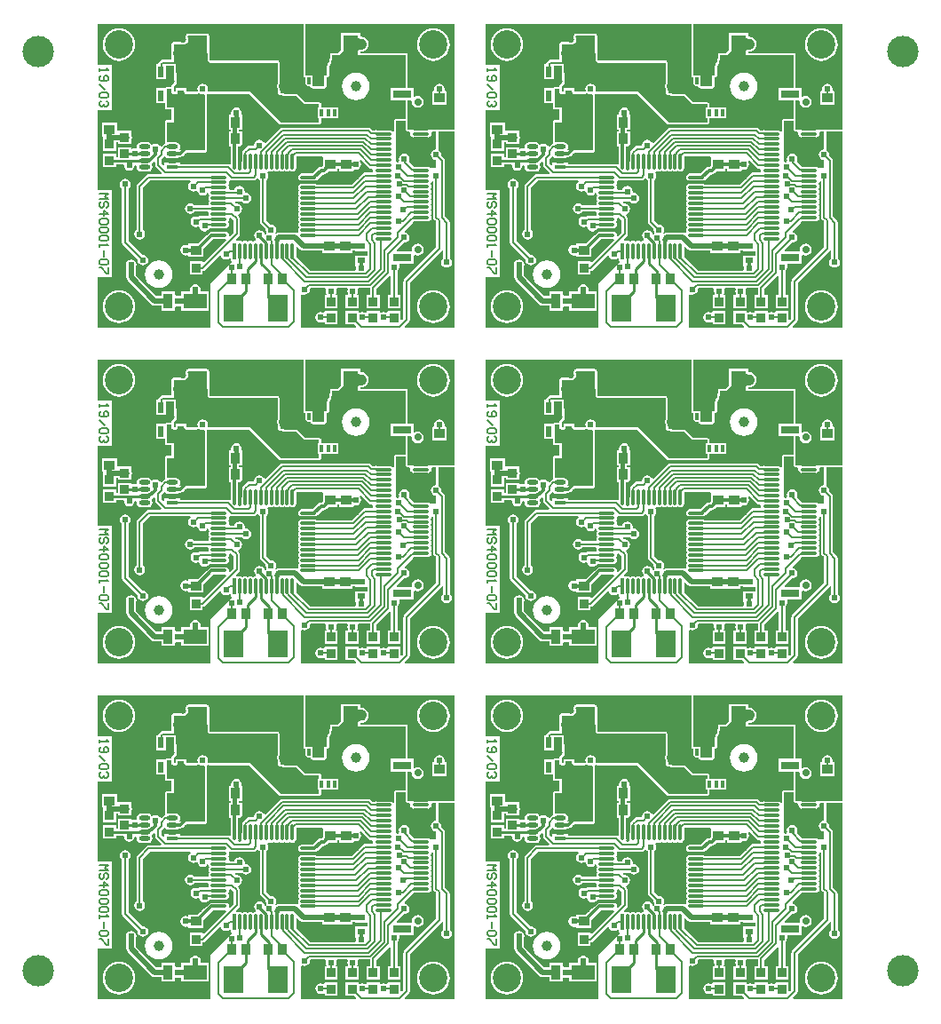
<source format=gtl>
G04*
G04 #@! TF.GenerationSoftware,Altium Limited,Altium Designer,20.0.10 (225)*
G04*
G04 Layer_Physical_Order=1*
G04 Layer_Color=255*
%FSLAX25Y25*%
%MOIN*%
G70*
G01*
G75*
%ADD10C,0.03937*%
%ADD11R,0.03543X0.05512*%
%ADD12R,0.08661X0.05512*%
%ADD13R,0.03347X0.03347*%
%ADD14R,0.03543X0.03937*%
%ADD15R,0.03347X0.03347*%
%ADD16R,0.03937X0.03543*%
%ADD17R,0.07087X0.05512*%
%ADD18R,0.02362X0.04134*%
%ADD19R,0.03150X0.02362*%
%ADD20R,0.05512X0.07087*%
%ADD21R,0.11417X0.02756*%
%ADD22R,0.01181X0.02559*%
%ADD23O,0.06102X0.01181*%
%ADD24O,0.01181X0.06102*%
%ADD25R,0.01181X0.06102*%
%ADD26R,0.07480X0.10236*%
%ADD27R,0.07087X0.03150*%
%ADD28O,0.06299X0.01181*%
%ADD29R,0.06299X0.01181*%
%ADD30R,0.04331X0.01772*%
%ADD31O,0.04331X0.01772*%
%ADD32C,0.01968*%
%ADD33C,0.00800*%
%ADD34C,0.03937*%
%ADD35C,0.00787*%
%ADD36C,0.01000*%
%ADD37C,0.01378*%
%ADD38C,0.01181*%
%ADD39C,0.01575*%
%ADD40C,0.00799*%
%ADD41C,0.05906*%
%ADD42C,0.00591*%
%ADD43C,0.11811*%
%ADD44C,0.10630*%
%ADD45C,0.02756*%
%ADD46C,0.02381*%
%ADD47C,0.02362*%
G36*
X221850Y-13484D02*
X222028D01*
Y-16641D01*
X222312Y-16924D01*
X248393D01*
Y-24646D01*
X248325Y-24811D01*
X248196Y-25787D01*
X248325Y-26764D01*
X248622Y-27482D01*
Y-28642D01*
X249208Y-29227D01*
X250197D01*
Y-29331D01*
X250749D01*
X250992Y-29431D01*
X251969Y-29560D01*
X252493Y-29491D01*
X252953Y-29551D01*
X255506D01*
X258394Y-32439D01*
X260139D01*
X260630Y-32504D01*
X263977D01*
Y-33661D01*
X263583D01*
Y-37795D01*
X263977D01*
Y-39309D01*
X249447D01*
X237992Y-27854D01*
X222543Y-27854D01*
X222186Y-27354D01*
X222283Y-26870D01*
X222129Y-26098D01*
X221692Y-25444D01*
X221038Y-25007D01*
X220266Y-24853D01*
X219494Y-25007D01*
X218840Y-25444D01*
X218403Y-26098D01*
X218249Y-26870D01*
X218346Y-27354D01*
X217989Y-27854D01*
X214075Y-27854D01*
Y-26476D01*
X210138D01*
Y-27854D01*
X209350D01*
Y-25704D01*
X209891Y-25343D01*
X210328Y-24689D01*
X210481Y-23917D01*
X210417Y-23595D01*
X210335Y-23130D01*
X210335Y-23130D01*
X210335Y-23130D01*
Y-17421D01*
X209350D01*
X209350Y-16338D01*
X209350D01*
Y-10827D01*
X209350D01*
Y-9975D01*
X211939D01*
X212024Y-10032D01*
X212795Y-10186D01*
X213567Y-10032D01*
X214221Y-9595D01*
X214659Y-8941D01*
X214812Y-8169D01*
X214659Y-7397D01*
X214547Y-7231D01*
X214815Y-6731D01*
X221850Y-6731D01*
Y-13484D01*
D02*
G37*
G36*
X76181D02*
X76359D01*
Y-16641D01*
X76643Y-16924D01*
X102724D01*
Y-24646D01*
X102655Y-24811D01*
X102527Y-25787D01*
X102655Y-26764D01*
X102953Y-27482D01*
Y-28642D01*
X103538Y-29227D01*
X104528D01*
Y-29331D01*
X105080D01*
X105323Y-29431D01*
X106299Y-29560D01*
X106824Y-29491D01*
X107283Y-29551D01*
X109837D01*
X112725Y-32439D01*
X114469D01*
X114961Y-32504D01*
X118307D01*
Y-33661D01*
X117913D01*
Y-37795D01*
X118307D01*
Y-39309D01*
X103777D01*
X92323Y-27854D01*
X76873Y-27854D01*
X76517Y-27354D01*
X76613Y-26870D01*
X76460Y-26098D01*
X76023Y-25444D01*
X75368Y-25007D01*
X74597Y-24853D01*
X73825Y-25007D01*
X73171Y-25444D01*
X72734Y-26098D01*
X72580Y-26870D01*
X72676Y-27354D01*
X72320Y-27854D01*
X68406Y-27854D01*
Y-26476D01*
X64469D01*
Y-27854D01*
X63681D01*
Y-25704D01*
X64221Y-25343D01*
X64658Y-24689D01*
X64812Y-23917D01*
X64748Y-23595D01*
X64665Y-23130D01*
X64665Y-23130D01*
X64665Y-23130D01*
Y-17421D01*
X63681D01*
X63681Y-16338D01*
X63681D01*
Y-10827D01*
X63681D01*
Y-9975D01*
X66269D01*
X66354Y-10032D01*
X67126Y-10186D01*
X67898Y-10032D01*
X68552Y-9595D01*
X68989Y-8941D01*
X69143Y-8169D01*
X68989Y-7397D01*
X68878Y-7231D01*
X69145Y-6731D01*
X76181Y-6731D01*
Y-13484D01*
D02*
G37*
G36*
X314930Y-41968D02*
X297252D01*
Y-31004D01*
X298500D01*
X298817Y-31390D01*
X298777Y-31594D01*
X298945Y-32439D01*
X299423Y-33156D01*
X300139Y-33634D01*
X300984Y-33802D01*
X301829Y-33634D01*
X302545Y-33156D01*
X303024Y-32439D01*
X303192Y-31594D01*
X303024Y-30749D01*
X302545Y-30033D01*
X301829Y-29555D01*
X300984Y-29387D01*
X300139Y-29555D01*
X299909Y-29708D01*
X299410Y-29441D01*
Y-26279D01*
X297252D01*
Y-13425D01*
X279331D01*
Y-12720D01*
X279725D01*
X280444Y-12626D01*
X281114Y-12348D01*
X281690Y-11906D01*
X282132Y-11331D01*
X282410Y-10660D01*
X282504Y-9941D01*
X282410Y-9221D01*
X282132Y-8551D01*
X281690Y-7975D01*
X281114Y-7534D01*
X280444Y-7256D01*
X279725Y-7161D01*
X279331D01*
Y-5807D01*
X272244D01*
Y-12112D01*
X270931Y-13425D01*
X268118D01*
Y-15256D01*
X267717D01*
Y-16641D01*
X267278Y-17212D01*
X267000Y-17883D01*
X266905Y-18602D01*
Y-21653D01*
X265945D01*
Y-25787D01*
X265486Y-25886D01*
X262073D01*
X261614Y-25787D01*
Y-21653D01*
X258866D01*
Y-2412D01*
X314930D01*
Y-41968D01*
D02*
G37*
G36*
X169261D02*
X151583D01*
Y-31004D01*
X152831D01*
X153148Y-31390D01*
X153107Y-31594D01*
X153275Y-32439D01*
X153754Y-33156D01*
X154470Y-33634D01*
X155315Y-33802D01*
X156160Y-33634D01*
X156876Y-33156D01*
X157355Y-32439D01*
X157523Y-31594D01*
X157355Y-30749D01*
X156876Y-30033D01*
X156160Y-29555D01*
X155315Y-29387D01*
X154470Y-29555D01*
X154240Y-29708D01*
X153740Y-29441D01*
Y-26279D01*
X151583D01*
Y-13425D01*
X133661D01*
Y-12720D01*
X134055D01*
X134775Y-12626D01*
X135445Y-12348D01*
X136021Y-11906D01*
X136462Y-11331D01*
X136740Y-10660D01*
X136835Y-9941D01*
X136740Y-9221D01*
X136462Y-8551D01*
X136021Y-7975D01*
X135445Y-7534D01*
X134775Y-7256D01*
X134055Y-7161D01*
X133661D01*
Y-5807D01*
X126575D01*
Y-12112D01*
X125262Y-13425D01*
X122449D01*
Y-15256D01*
X122047D01*
Y-16641D01*
X121608Y-17212D01*
X121331Y-17883D01*
X121236Y-18602D01*
Y-21653D01*
X120276D01*
Y-25787D01*
X119816Y-25886D01*
X116404D01*
X115945Y-25787D01*
Y-21653D01*
X113197D01*
Y-2412D01*
X169261D01*
Y-41968D01*
D02*
G37*
G36*
X258063Y-21653D02*
X258124Y-21961D01*
X258298Y-22221D01*
X258559Y-22395D01*
X258858Y-22455D01*
Y-25787D01*
X260342D01*
X260825Y-25932D01*
X260856Y-26011D01*
X260873Y-26094D01*
X260913Y-26155D01*
X260940Y-26223D01*
X260999Y-26284D01*
X261047Y-26355D01*
X261107Y-26396D01*
X261158Y-26448D01*
X261236Y-26482D01*
X261307Y-26529D01*
X261379Y-26543D01*
X261446Y-26572D01*
X261905Y-26671D01*
X261990Y-26672D01*
X262073Y-26689D01*
X265486D01*
X265569Y-26672D01*
X265654Y-26671D01*
X266113Y-26572D01*
X266180Y-26543D01*
X266252Y-26529D01*
X266323Y-26482D01*
X266401Y-26448D01*
X266452Y-26396D01*
X266513Y-26355D01*
X266560Y-26284D01*
X266619Y-26223D01*
X266646Y-26155D01*
X266687Y-26094D01*
X266703Y-26011D01*
X266735Y-25932D01*
X266734Y-25859D01*
X266748Y-25787D01*
Y-22456D01*
X266905D01*
X267213Y-22395D01*
X267473Y-22221D01*
X267647Y-21961D01*
X267708Y-21653D01*
Y-18655D01*
X267782Y-18092D01*
X267979Y-17617D01*
X268354Y-17129D01*
X268400Y-17035D01*
X268458Y-16948D01*
X268469Y-16896D01*
X268492Y-16848D01*
X268499Y-16744D01*
X268519Y-16641D01*
Y-15935D01*
X268686Y-15823D01*
X268860Y-15563D01*
X268921Y-15256D01*
Y-14228D01*
X270931D01*
X270931Y-14228D01*
X271238Y-14167D01*
X271499Y-13993D01*
X271499Y-13993D01*
X272812Y-12680D01*
X272986Y-12419D01*
X273047Y-12112D01*
Y-6610D01*
X278528D01*
Y-7161D01*
X278589Y-7468D01*
X278763Y-7729D01*
X279024Y-7903D01*
X279331Y-7964D01*
X279672D01*
X280234Y-8038D01*
X280710Y-8235D01*
X281118Y-8548D01*
X281431Y-8956D01*
X281627Y-9431D01*
X281694Y-9941D01*
X281627Y-10451D01*
X281431Y-10926D01*
X281118Y-11334D01*
X280710Y-11647D01*
X280234Y-11844D01*
X279672Y-11918D01*
X279331D01*
X279024Y-11979D01*
X278763Y-12153D01*
X278589Y-12413D01*
X278528Y-12720D01*
Y-13425D01*
X278589Y-13732D01*
X278763Y-13993D01*
X279024Y-14167D01*
X279331Y-14228D01*
X296449D01*
Y-26279D01*
X290748D01*
Y-31004D01*
X296449D01*
Y-38032D01*
X292929D01*
X292622Y-38094D01*
X292361Y-38267D01*
X292187Y-38528D01*
X292126Y-38835D01*
Y-42579D01*
X291955Y-42631D01*
X291898Y-42650D01*
X291891Y-42650D01*
X291626Y-42731D01*
X291545Y-42609D01*
X291089Y-42304D01*
X290551Y-42197D01*
X285433D01*
X284895Y-42304D01*
X284807Y-42363D01*
X283989D01*
X283335Y-41710D01*
X282945Y-41449D01*
X282484Y-41357D01*
X282484Y-41357D01*
X249984D01*
X249523Y-41449D01*
X249133Y-41710D01*
X249133Y-41710D01*
X243848Y-46995D01*
X243222Y-46897D01*
X242961Y-46507D01*
X242307Y-46070D01*
X241535Y-45916D01*
X240764Y-46070D01*
X240109Y-46507D01*
X239672Y-47161D01*
X239519Y-47933D01*
X239389Y-48091D01*
X237692D01*
X237692Y-48091D01*
X237231Y-48183D01*
X236841Y-48444D01*
X235369Y-49915D01*
X235108Y-50306D01*
X235016Y-50767D01*
X235016Y-50767D01*
Y-50798D01*
X234923Y-50939D01*
X234816Y-51476D01*
Y-56397D01*
X234904Y-56840D01*
X234632Y-57352D01*
X233872D01*
X233600Y-56840D01*
X233688Y-56397D01*
Y-51476D01*
X233627Y-51167D01*
Y-48556D01*
X233680Y-48292D01*
X235138D01*
Y-42780D01*
X233889D01*
Y-42027D01*
X235138D01*
Y-36516D01*
X235138D01*
X234836Y-36004D01*
X234891Y-35728D01*
X234737Y-34957D01*
X234300Y-34302D01*
X233646Y-33865D01*
X232874Y-33712D01*
X232102Y-33865D01*
X231448Y-34302D01*
X231011Y-34957D01*
X230857Y-35728D01*
X230912Y-36004D01*
X230492Y-36516D01*
X230020D01*
Y-42027D01*
X230678D01*
Y-42780D01*
X230020D01*
Y-48292D01*
X230803D01*
X230817Y-48309D01*
Y-53875D01*
X230879Y-54184D01*
Y-54940D01*
X230367Y-55202D01*
X230188Y-55082D01*
X229725Y-54990D01*
X229725Y-54990D01*
X211811D01*
Y-54527D01*
X205906D01*
Y-55332D01*
X205433Y-55528D01*
X204783Y-54879D01*
Y-53177D01*
X205605Y-52355D01*
X205605Y-52355D01*
X205703Y-52208D01*
X206305Y-52188D01*
X206372Y-52289D01*
X206926Y-52659D01*
X207579Y-52789D01*
X210138D01*
X210791Y-52659D01*
X211216Y-52375D01*
X211924D01*
X212462Y-52267D01*
X212918Y-51963D01*
X214176Y-50704D01*
X221063Y-50704D01*
X221370Y-50643D01*
X221631Y-50469D01*
X221805Y-50209D01*
X221866Y-49902D01*
X221866Y-29238D01*
X221858Y-29199D01*
X221862Y-29159D01*
X221828Y-29046D01*
X221805Y-28931D01*
X221783Y-28898D01*
X221928Y-28737D01*
X222173Y-28556D01*
X222180Y-28559D01*
X222236Y-28596D01*
X222325Y-28614D01*
X222410Y-28646D01*
X222477Y-28644D01*
X222543Y-28657D01*
X237660Y-28657D01*
X248879Y-39876D01*
X249139Y-40050D01*
X249447Y-40111D01*
X263977D01*
X264284Y-40050D01*
X264544Y-39876D01*
X264718Y-39616D01*
X264779Y-39309D01*
Y-37795D01*
X271063D01*
Y-33661D01*
X264779D01*
Y-32504D01*
X264718Y-32197D01*
X264544Y-31936D01*
X264284Y-31762D01*
X263977Y-31701D01*
X260683D01*
X260244Y-31643D01*
X260191Y-31647D01*
X260139Y-31636D01*
X258727D01*
X256074Y-28984D01*
X255813Y-28809D01*
X255506Y-28748D01*
X253006D01*
X252598Y-28695D01*
X252493Y-28701D01*
X252388Y-28695D01*
X251969Y-28750D01*
X251202Y-28649D01*
X251057Y-28589D01*
X250749Y-28528D01*
X250567D01*
X250504Y-28486D01*
X250197Y-28424D01*
X249540D01*
X249425Y-28309D01*
Y-27482D01*
X249364Y-27174D01*
X249107Y-26554D01*
X249040Y-26043D01*
Y-25532D01*
X249107Y-25020D01*
X249135Y-24953D01*
X249135Y-24953D01*
X249196Y-24646D01*
Y-16924D01*
X249135Y-16617D01*
X248961Y-16357D01*
X248700Y-16183D01*
X248393Y-16122D01*
X223093D01*
X222831Y-15860D01*
Y-13484D01*
X222770Y-13177D01*
X222653Y-13002D01*
Y-6731D01*
X222592Y-6424D01*
X222418Y-6163D01*
X222158Y-5989D01*
X221850Y-5928D01*
X214815Y-5928D01*
X214699Y-5951D01*
X214581Y-5963D01*
X214546Y-5981D01*
X214507Y-5989D01*
X214409Y-6055D01*
X214305Y-6110D01*
X214280Y-6141D01*
X214247Y-6163D01*
X214181Y-6261D01*
X214106Y-6352D01*
X213839Y-6852D01*
X213805Y-6965D01*
X213760Y-7074D01*
Y-7114D01*
X213748Y-7152D01*
X213760Y-7270D01*
Y-7388D01*
X213775Y-7424D01*
X213779Y-7464D01*
X213835Y-7568D01*
X213880Y-7677D01*
X213902Y-7711D01*
X213994Y-8169D01*
X213902Y-8628D01*
X213643Y-9016D01*
X213254Y-9276D01*
X212795Y-9367D01*
X212297Y-9268D01*
X212246Y-9234D01*
X212168Y-9218D01*
X212095Y-9188D01*
X212016D01*
X211939Y-9173D01*
X209350D01*
X209043Y-9234D01*
X208783Y-9408D01*
X208609Y-9668D01*
X208548Y-9975D01*
Y-10827D01*
X208548Y-10827D01*
Y-12423D01*
X208472Y-12606D01*
X208343Y-13582D01*
X208472Y-14559D01*
X208548Y-14742D01*
Y-15823D01*
X205211D01*
X205210Y-15823D01*
X204750Y-15915D01*
X204359Y-16176D01*
X204359Y-16176D01*
X203898Y-16637D01*
X203637Y-17028D01*
X203558Y-17421D01*
X202658D01*
Y-23130D01*
X206595D01*
Y-18232D01*
X209336D01*
Y-20177D01*
X209431Y-20896D01*
X209532Y-21140D01*
Y-23130D01*
X209546Y-23199D01*
X209544Y-23270D01*
X209627Y-23736D01*
X209630Y-23744D01*
Y-23752D01*
X209663Y-23917D01*
X209572Y-24376D01*
X209312Y-24764D01*
X208904Y-25037D01*
X208849Y-25093D01*
X208783Y-25136D01*
X208739Y-25202D01*
X208683Y-25258D01*
X208653Y-25331D01*
X208609Y-25397D01*
X208593Y-25474D01*
X208563Y-25548D01*
Y-25562D01*
X208391Y-26067D01*
X206791D01*
X206484Y-26128D01*
X206224Y-26302D01*
X206107Y-26476D01*
X202658D01*
Y-32185D01*
X205989D01*
Y-33760D01*
X206050Y-34067D01*
X206224Y-34327D01*
X206484Y-34501D01*
X206791Y-34563D01*
X208548D01*
Y-38469D01*
X206791D01*
X206484Y-38530D01*
X206224Y-38704D01*
X206050Y-38964D01*
X205989Y-39272D01*
Y-46482D01*
X205998Y-46529D01*
X205994Y-46577D01*
X206028Y-46681D01*
X206050Y-46789D01*
X206077Y-46829D01*
X206078Y-46832D01*
X206081Y-46912D01*
X205993Y-47225D01*
X205898Y-47373D01*
X205871Y-47395D01*
X205820Y-47405D01*
X205428Y-47668D01*
X205428Y-47668D01*
X204801Y-48294D01*
X204142Y-48230D01*
X203985Y-47994D01*
X203331Y-47557D01*
X202559Y-47404D01*
X201787Y-47557D01*
X201304Y-47880D01*
X201281Y-47871D01*
X200911Y-47317D01*
X200358Y-46947D01*
X199705Y-46817D01*
X197146D01*
X196493Y-46947D01*
X195940Y-47317D01*
X195570Y-47871D01*
X195440Y-48524D01*
X195475Y-48701D01*
X195040Y-49136D01*
X194685Y-49066D01*
X193913Y-49219D01*
X193857Y-49257D01*
X193406Y-49016D01*
Y-48622D01*
X188484D01*
Y-52543D01*
X187697D01*
Y-51181D01*
X182776D01*
Y-56102D01*
X187697D01*
Y-55168D01*
X190499D01*
X190700Y-55413D01*
X190853Y-56185D01*
X191291Y-56839D01*
X191945Y-57276D01*
X192717Y-57430D01*
X193488Y-57276D01*
X194143Y-56839D01*
X194580Y-56185D01*
X194733Y-55413D01*
X194798Y-55334D01*
X195190Y-55358D01*
X195516Y-55818D01*
X195440Y-56201D01*
X195570Y-56853D01*
X195940Y-57407D01*
X196493Y-57777D01*
X197146Y-57907D01*
X199705D01*
X200358Y-57777D01*
X200911Y-57407D01*
X201281Y-56853D01*
X201411Y-56201D01*
X201281Y-55548D01*
X201023Y-55161D01*
X201159Y-54723D01*
X201199Y-54651D01*
X201228Y-54617D01*
X201670Y-54322D01*
X201890Y-54102D01*
X202363Y-54298D01*
Y-55380D01*
X202363Y-55380D01*
X202455Y-55843D01*
X202717Y-56236D01*
X204745Y-58264D01*
X204549Y-58736D01*
X199911D01*
X199450Y-58828D01*
X199060Y-59089D01*
X199060Y-59089D01*
X195713Y-62436D01*
X195452Y-62826D01*
X195361Y-63287D01*
X195361Y-63287D01*
Y-79735D01*
X195139Y-79883D01*
X194702Y-80537D01*
X194548Y-81309D01*
X194702Y-82081D01*
X195139Y-82735D01*
X195793Y-83172D01*
X196565Y-83325D01*
X197337Y-83172D01*
X197991Y-82735D01*
X198428Y-82081D01*
X198582Y-81309D01*
X198428Y-80537D01*
X197991Y-79883D01*
X197769Y-79735D01*
Y-63786D01*
X200410Y-61145D01*
X215555D01*
X215711Y-61657D01*
X215405Y-61861D01*
X214968Y-62515D01*
X214814Y-63287D01*
X214968Y-64059D01*
X215405Y-64713D01*
X216059Y-65150D01*
X216831Y-65304D01*
X217603Y-65150D01*
X217779Y-65032D01*
X218348Y-65268D01*
X218403Y-65543D01*
X218840Y-66197D01*
X219494Y-66634D01*
X220266Y-66788D01*
X221038Y-66634D01*
X221692Y-66197D01*
X221931Y-65840D01*
X221952Y-65840D01*
X222443Y-65994D01*
X222521Y-66384D01*
X222819Y-66831D01*
X222521Y-67277D01*
X222414Y-67815D01*
X222521Y-68352D01*
X222819Y-68799D01*
X222521Y-69246D01*
X222414Y-69783D01*
X222456Y-69996D01*
X222077Y-70508D01*
X217126D01*
X216977Y-70286D01*
X216323Y-69849D01*
X215551Y-69696D01*
X214779Y-69849D01*
X214125Y-70286D01*
X213688Y-70941D01*
X213535Y-71712D01*
X213688Y-72484D01*
X214125Y-73138D01*
X214779Y-73576D01*
X215551Y-73729D01*
X216323Y-73576D01*
X216977Y-73138D01*
X217126Y-72917D01*
X222130D01*
X222472Y-73428D01*
X222414Y-73720D01*
X222463Y-73966D01*
X222099Y-74478D01*
X219129D01*
X218665Y-74570D01*
X218349Y-74782D01*
X217717Y-74656D01*
X216945Y-74810D01*
X216291Y-75247D01*
X215853Y-75901D01*
X215700Y-76673D01*
X215853Y-77445D01*
X216291Y-78099D01*
X216945Y-78536D01*
X217717Y-78690D01*
X218488Y-78536D01*
X218571Y-78481D01*
X219140Y-78717D01*
X219200Y-79020D01*
X219637Y-79674D01*
X220291Y-80111D01*
X221063Y-80265D01*
X221835Y-80111D01*
X222489Y-79674D01*
X222926Y-79020D01*
X223441Y-78987D01*
X223819Y-79062D01*
X228740D01*
X229278Y-78955D01*
X229734Y-78651D01*
X230038Y-78195D01*
X230145Y-77657D01*
X230038Y-77120D01*
X229740Y-76673D01*
X230038Y-76227D01*
X230145Y-75689D01*
X230106Y-75490D01*
X230418Y-75069D01*
X230915Y-75039D01*
X231871Y-75995D01*
Y-80688D01*
X230593Y-81966D01*
X230121Y-81714D01*
X230145Y-81594D01*
X230038Y-81057D01*
X229734Y-80601D01*
X229278Y-80296D01*
X228740Y-80189D01*
X223601D01*
X223063Y-80296D01*
X222607Y-80601D01*
X218488Y-84721D01*
X214961D01*
Y-84990D01*
X214449Y-85357D01*
X213977Y-85263D01*
X213205Y-85416D01*
X212550Y-85854D01*
X212113Y-86508D01*
X211960Y-87280D01*
X212113Y-88051D01*
X212550Y-88706D01*
X213205Y-89143D01*
X213977Y-89296D01*
X214449Y-89202D01*
X214961Y-89569D01*
Y-89839D01*
X220473D01*
Y-86709D01*
X224183Y-82999D01*
X228740D01*
X228860Y-82976D01*
X229112Y-83447D01*
X220729Y-91830D01*
X220256Y-91634D01*
Y-91535D01*
X215335D01*
Y-96456D01*
X220256D01*
Y-95684D01*
X220266Y-95200D01*
X220727Y-95108D01*
X221118Y-94847D01*
X226680Y-89285D01*
X227170Y-89433D01*
X227213Y-89649D01*
X227650Y-90304D01*
X228305Y-90741D01*
X229077Y-90895D01*
X229848Y-90741D01*
X230394Y-90376D01*
X230906Y-90552D01*
Y-91437D01*
X231024D01*
X231220Y-91910D01*
X223032Y-100098D01*
Y-116398D01*
X180944D01*
Y-97333D01*
X186061D01*
Y-64666D01*
X180944D01*
Y-34739D01*
X186061D01*
Y-17815D01*
X180944D01*
Y-2412D01*
X258063D01*
Y-21653D01*
D02*
G37*
G36*
X112394D02*
X112455Y-21961D01*
X112629Y-22221D01*
X112890Y-22395D01*
X113189Y-22455D01*
Y-25787D01*
X114672D01*
X115155Y-25932D01*
X115187Y-26011D01*
X115203Y-26094D01*
X115244Y-26155D01*
X115271Y-26223D01*
X115330Y-26284D01*
X115377Y-26355D01*
X115438Y-26396D01*
X115489Y-26448D01*
X115567Y-26482D01*
X115638Y-26529D01*
X115709Y-26543D01*
X115777Y-26572D01*
X116236Y-26671D01*
X116321Y-26672D01*
X116404Y-26689D01*
X119816D01*
X119900Y-26672D01*
X119985Y-26671D01*
X120444Y-26572D01*
X120511Y-26543D01*
X120583Y-26529D01*
X120653Y-26482D01*
X120731Y-26448D01*
X120782Y-26396D01*
X120843Y-26355D01*
X120890Y-26284D01*
X120950Y-26223D01*
X120977Y-26155D01*
X121017Y-26094D01*
X121034Y-26011D01*
X121065Y-25932D01*
X121064Y-25859D01*
X121079Y-25787D01*
Y-22456D01*
X121236D01*
X121543Y-22395D01*
X121804Y-22221D01*
X121978Y-21961D01*
X122039Y-21653D01*
Y-18655D01*
X122113Y-18092D01*
X122310Y-17617D01*
X122684Y-17129D01*
X122731Y-17035D01*
X122789Y-16948D01*
X122799Y-16896D01*
X122823Y-16848D01*
X122830Y-16744D01*
X122850Y-16641D01*
Y-15935D01*
X123017Y-15823D01*
X123191Y-15563D01*
X123252Y-15256D01*
Y-14228D01*
X125262D01*
X125262Y-14228D01*
X125569Y-14167D01*
X125830Y-13993D01*
X125830Y-13993D01*
X127143Y-12680D01*
X127317Y-12419D01*
X127378Y-12112D01*
Y-6610D01*
X132859D01*
Y-7161D01*
X132920Y-7468D01*
X133094Y-7729D01*
X133354Y-7903D01*
X133661Y-7964D01*
X134002D01*
X134565Y-8038D01*
X135040Y-8235D01*
X135448Y-8548D01*
X135761Y-8956D01*
X135958Y-9431D01*
X136025Y-9941D01*
X135958Y-10451D01*
X135761Y-10926D01*
X135448Y-11334D01*
X135040Y-11647D01*
X134565Y-11844D01*
X134002Y-11918D01*
X133661D01*
X133354Y-11979D01*
X133094Y-12153D01*
X132920Y-12413D01*
X132859Y-12720D01*
Y-13425D01*
X132920Y-13732D01*
X133094Y-13993D01*
X133354Y-14167D01*
X133661Y-14228D01*
X150780D01*
Y-26279D01*
X145079D01*
Y-31004D01*
X150780D01*
Y-38032D01*
X147260D01*
X146952Y-38094D01*
X146692Y-38267D01*
X146518Y-38528D01*
X146457Y-38835D01*
Y-42579D01*
X146286Y-42631D01*
X146228Y-42650D01*
X146222Y-42650D01*
X145957Y-42731D01*
X145875Y-42609D01*
X145420Y-42304D01*
X144882Y-42197D01*
X139764D01*
X139226Y-42304D01*
X139138Y-42363D01*
X138320D01*
X137666Y-41710D01*
X137276Y-41449D01*
X136815Y-41357D01*
X136815Y-41357D01*
X104315D01*
X103854Y-41449D01*
X103463Y-41710D01*
X103463Y-41710D01*
X98178Y-46995D01*
X97553Y-46897D01*
X97292Y-46507D01*
X96638Y-46070D01*
X95866Y-45916D01*
X95094Y-46070D01*
X94440Y-46507D01*
X94003Y-47161D01*
X93849Y-47933D01*
X93720Y-48091D01*
X92023D01*
X92023Y-48091D01*
X91562Y-48183D01*
X91171Y-48444D01*
X89700Y-49915D01*
X89439Y-50306D01*
X89347Y-50767D01*
X89347Y-50767D01*
Y-50798D01*
X89253Y-50939D01*
X89146Y-51476D01*
Y-56397D01*
X89234Y-56840D01*
X88963Y-57352D01*
X88202D01*
X87931Y-56840D01*
X88019Y-56397D01*
Y-51476D01*
X87958Y-51167D01*
Y-48556D01*
X88010Y-48292D01*
X89468D01*
Y-42780D01*
X88220D01*
Y-42027D01*
X89468D01*
Y-36516D01*
X89469D01*
X89167Y-36004D01*
X89221Y-35728D01*
X89068Y-34957D01*
X88631Y-34302D01*
X87976Y-33865D01*
X87205Y-33712D01*
X86433Y-33865D01*
X85779Y-34302D01*
X85342Y-34957D01*
X85188Y-35728D01*
X85243Y-36004D01*
X84823Y-36516D01*
X84350D01*
Y-42027D01*
X85009D01*
Y-42780D01*
X84350D01*
Y-48292D01*
X85134D01*
X85148Y-48309D01*
Y-53875D01*
X85209Y-54184D01*
Y-54940D01*
X84698Y-55202D01*
X84518Y-55082D01*
X84055Y-54990D01*
X84055Y-54990D01*
X66142D01*
Y-54527D01*
X60236D01*
Y-55332D01*
X59763Y-55528D01*
X59114Y-54879D01*
Y-53177D01*
X59936Y-52355D01*
X59936Y-52355D01*
X60034Y-52208D01*
X60635Y-52188D01*
X60703Y-52289D01*
X61257Y-52659D01*
X61910Y-52789D01*
X64469D01*
X65121Y-52659D01*
X65547Y-52375D01*
X66255D01*
X66792Y-52267D01*
X67248Y-51963D01*
X68507Y-50704D01*
X75394Y-50704D01*
X75701Y-50643D01*
X75961Y-50469D01*
X76135Y-50209D01*
X76197Y-49902D01*
X76197Y-29238D01*
X76189Y-29199D01*
X76193Y-29159D01*
X76158Y-29046D01*
X76135Y-28931D01*
X76113Y-28898D01*
X76259Y-28737D01*
X76504Y-28556D01*
X76511Y-28559D01*
X76566Y-28596D01*
X76656Y-28614D01*
X76741Y-28646D01*
X76808Y-28644D01*
X76873Y-28657D01*
X91990Y-28657D01*
X103209Y-39876D01*
X103470Y-40050D01*
X103777Y-40111D01*
X118307D01*
X118614Y-40050D01*
X118875Y-39876D01*
X119049Y-39616D01*
X119110Y-39309D01*
Y-37795D01*
X125394D01*
Y-33661D01*
X119110D01*
Y-32504D01*
X119049Y-32197D01*
X118875Y-31936D01*
X118614Y-31762D01*
X118307Y-31701D01*
X115013D01*
X114574Y-31643D01*
X114521Y-31647D01*
X114469Y-31636D01*
X113057D01*
X110404Y-28984D01*
X110144Y-28809D01*
X109837Y-28748D01*
X107336D01*
X106928Y-28695D01*
X106824Y-28701D01*
X106719Y-28695D01*
X106299Y-28750D01*
X105533Y-28649D01*
X105387Y-28589D01*
X105080Y-28528D01*
X104898D01*
X104835Y-28486D01*
X104528Y-28424D01*
X103871D01*
X103756Y-28309D01*
Y-27482D01*
X103694Y-27174D01*
X103437Y-26554D01*
X103370Y-26043D01*
Y-25532D01*
X103437Y-25020D01*
X103465Y-24953D01*
X103465Y-24953D01*
X103526Y-24646D01*
Y-16924D01*
X103465Y-16617D01*
X103291Y-16357D01*
X103031Y-16183D01*
X102724Y-16122D01*
X77424D01*
X77162Y-15860D01*
Y-13484D01*
X77101Y-13177D01*
X76984Y-13002D01*
Y-6731D01*
X76923Y-6424D01*
X76749Y-6163D01*
X76488Y-5989D01*
X76181Y-5928D01*
X69145Y-5928D01*
X69029Y-5951D01*
X68912Y-5963D01*
X68877Y-5981D01*
X68838Y-5989D01*
X68740Y-6055D01*
X68636Y-6110D01*
X68611Y-6141D01*
X68577Y-6163D01*
X68512Y-6261D01*
X68437Y-6352D01*
X68170Y-6852D01*
X68136Y-6965D01*
X68090Y-7074D01*
Y-7114D01*
X68079Y-7152D01*
X68090Y-7270D01*
Y-7388D01*
X68106Y-7424D01*
X68110Y-7464D01*
X68165Y-7568D01*
X68210Y-7677D01*
X68233Y-7711D01*
X68324Y-8169D01*
X68233Y-8628D01*
X67973Y-9016D01*
X67585Y-9276D01*
X67126Y-9367D01*
X66628Y-9268D01*
X66576Y-9234D01*
X66499Y-9218D01*
X66426Y-9188D01*
X66347D01*
X66269Y-9173D01*
X63681D01*
X63374Y-9234D01*
X63113Y-9408D01*
X62939Y-9668D01*
X62878Y-9975D01*
Y-10827D01*
X62878Y-10827D01*
Y-12423D01*
X62803Y-12606D01*
X62674Y-13582D01*
X62803Y-14559D01*
X62878Y-14742D01*
Y-15823D01*
X59541D01*
X59541Y-15823D01*
X59080Y-15915D01*
X58690Y-16176D01*
X58690Y-16176D01*
X58228Y-16637D01*
X57967Y-17028D01*
X57889Y-17421D01*
X56988D01*
Y-23130D01*
X60925D01*
Y-18232D01*
X63667D01*
Y-20177D01*
X63762Y-20896D01*
X63863Y-21140D01*
Y-23130D01*
X63876Y-23199D01*
X63875Y-23270D01*
X63958Y-23736D01*
X63961Y-23744D01*
Y-23752D01*
X63994Y-23917D01*
X63902Y-24376D01*
X63643Y-24764D01*
X63235Y-25037D01*
X63179Y-25093D01*
X63113Y-25136D01*
X63069Y-25202D01*
X63014Y-25258D01*
X62983Y-25331D01*
X62939Y-25397D01*
X62924Y-25474D01*
X62894Y-25548D01*
Y-25562D01*
X62722Y-26067D01*
X61122D01*
X60815Y-26128D01*
X60554Y-26302D01*
X60438Y-26476D01*
X56988D01*
Y-32185D01*
X60319D01*
Y-33760D01*
X60380Y-34067D01*
X60554Y-34327D01*
X60815Y-34501D01*
X61122Y-34563D01*
X62878D01*
Y-38469D01*
X61122D01*
X60815Y-38530D01*
X60554Y-38704D01*
X60380Y-38964D01*
X60319Y-39272D01*
Y-46482D01*
X60329Y-46529D01*
X60325Y-46577D01*
X60359Y-46681D01*
X60380Y-46789D01*
X60407Y-46829D01*
X60408Y-46832D01*
X60412Y-46912D01*
X60323Y-47225D01*
X60229Y-47373D01*
X60201Y-47395D01*
X60151Y-47405D01*
X59759Y-47668D01*
X59758Y-47668D01*
X59132Y-48294D01*
X58473Y-48230D01*
X58316Y-47994D01*
X57661Y-47557D01*
X56890Y-47404D01*
X56118Y-47557D01*
X55635Y-47880D01*
X55612Y-47871D01*
X55242Y-47317D01*
X54688Y-46947D01*
X54036Y-46817D01*
X51476D01*
X50824Y-46947D01*
X50270Y-47317D01*
X49900Y-47871D01*
X49770Y-48524D01*
X49806Y-48701D01*
X49371Y-49136D01*
X49016Y-49066D01*
X48244Y-49219D01*
X48188Y-49257D01*
X47736Y-49016D01*
Y-48622D01*
X42815D01*
Y-52543D01*
X42028D01*
Y-51181D01*
X37106D01*
Y-56102D01*
X42028D01*
Y-55168D01*
X44830D01*
X45031Y-55413D01*
X45184Y-56185D01*
X45621Y-56839D01*
X46275Y-57276D01*
X47047Y-57430D01*
X47819Y-57276D01*
X48473Y-56839D01*
X48910Y-56185D01*
X49064Y-55413D01*
X49129Y-55334D01*
X49520Y-55358D01*
X49847Y-55818D01*
X49770Y-56201D01*
X49900Y-56853D01*
X50270Y-57407D01*
X50824Y-57777D01*
X51476Y-57907D01*
X54036D01*
X54688Y-57777D01*
X55242Y-57407D01*
X55612Y-56853D01*
X55742Y-56201D01*
X55612Y-55548D01*
X55353Y-55161D01*
X55489Y-54723D01*
X55530Y-54651D01*
X55559Y-54617D01*
X56001Y-54322D01*
X56221Y-54102D01*
X56693Y-54298D01*
Y-55380D01*
X56693Y-55380D01*
X56786Y-55843D01*
X57048Y-56236D01*
X59076Y-58264D01*
X58880Y-58736D01*
X54242D01*
X53781Y-58828D01*
X53390Y-59089D01*
X53390Y-59089D01*
X50044Y-62436D01*
X49783Y-62826D01*
X49691Y-63287D01*
X49691Y-63287D01*
Y-79735D01*
X49470Y-79883D01*
X49032Y-80537D01*
X48879Y-81309D01*
X49032Y-82081D01*
X49470Y-82735D01*
X50124Y-83172D01*
X50896Y-83325D01*
X51667Y-83172D01*
X52321Y-82735D01*
X52759Y-82081D01*
X52912Y-81309D01*
X52759Y-80537D01*
X52321Y-79883D01*
X52100Y-79735D01*
Y-63786D01*
X54741Y-61145D01*
X69886D01*
X70041Y-61657D01*
X69735Y-61861D01*
X69298Y-62515D01*
X69145Y-63287D01*
X69298Y-64059D01*
X69735Y-64713D01*
X70390Y-65150D01*
X71162Y-65304D01*
X71933Y-65150D01*
X72110Y-65032D01*
X72679Y-65268D01*
X72734Y-65543D01*
X73171Y-66197D01*
X73825Y-66634D01*
X74597Y-66788D01*
X75368Y-66634D01*
X76023Y-66197D01*
X76261Y-65840D01*
X76282Y-65840D01*
X76774Y-65994D01*
X76852Y-66384D01*
X77150Y-66831D01*
X76852Y-67277D01*
X76745Y-67815D01*
X76852Y-68352D01*
X77150Y-68799D01*
X76852Y-69246D01*
X76745Y-69783D01*
X76787Y-69996D01*
X76408Y-70508D01*
X71456D01*
X71308Y-70286D01*
X70654Y-69849D01*
X69882Y-69696D01*
X69110Y-69849D01*
X68456Y-70286D01*
X68019Y-70941D01*
X67865Y-71712D01*
X68019Y-72484D01*
X68456Y-73138D01*
X69110Y-73576D01*
X69882Y-73729D01*
X70654Y-73576D01*
X71308Y-73138D01*
X71456Y-72917D01*
X76461D01*
X76803Y-73428D01*
X76745Y-73720D01*
X76794Y-73966D01*
X76430Y-74478D01*
X73459D01*
X72996Y-74570D01*
X72679Y-74782D01*
X72047Y-74656D01*
X71276Y-74810D01*
X70621Y-75247D01*
X70184Y-75901D01*
X70031Y-76673D01*
X70184Y-77445D01*
X70621Y-78099D01*
X71276Y-78536D01*
X72047Y-78690D01*
X72819Y-78536D01*
X72902Y-78481D01*
X73470Y-78717D01*
X73531Y-79020D01*
X73968Y-79674D01*
X74622Y-80111D01*
X75394Y-80265D01*
X76165Y-80111D01*
X76820Y-79674D01*
X77257Y-79020D01*
X77772Y-78987D01*
X78150Y-79062D01*
X83071D01*
X83609Y-78955D01*
X84064Y-78651D01*
X84369Y-78195D01*
X84476Y-77657D01*
X84369Y-77120D01*
X84070Y-76673D01*
X84369Y-76227D01*
X84476Y-75689D01*
X84436Y-75490D01*
X84749Y-75069D01*
X85245Y-75039D01*
X86201Y-75995D01*
Y-80688D01*
X84924Y-81966D01*
X84452Y-81714D01*
X84476Y-81594D01*
X84369Y-81057D01*
X84064Y-80601D01*
X83609Y-80296D01*
X83071Y-80189D01*
X77931D01*
X77394Y-80296D01*
X76938Y-80601D01*
X72818Y-84721D01*
X69291D01*
Y-84990D01*
X68780Y-85357D01*
X68307Y-85263D01*
X67535Y-85416D01*
X66881Y-85854D01*
X66444Y-86508D01*
X66290Y-87280D01*
X66444Y-88051D01*
X66881Y-88706D01*
X67535Y-89143D01*
X68307Y-89296D01*
X68780Y-89202D01*
X69291Y-89569D01*
Y-89839D01*
X74803D01*
Y-86709D01*
X78513Y-82999D01*
X83071D01*
X83190Y-82976D01*
X83442Y-83447D01*
X75060Y-91830D01*
X74587Y-91634D01*
Y-91535D01*
X69665D01*
Y-96456D01*
X74587D01*
Y-95684D01*
X74597Y-95200D01*
X75058Y-95108D01*
X75448Y-94847D01*
X81011Y-89285D01*
X81501Y-89433D01*
X81544Y-89649D01*
X81981Y-90304D01*
X82635Y-90741D01*
X83407Y-90895D01*
X84179Y-90741D01*
X84724Y-90376D01*
X85236Y-90552D01*
Y-91437D01*
X85355D01*
X85551Y-91910D01*
X77362Y-100098D01*
Y-116398D01*
X35275D01*
Y-97333D01*
X40392D01*
Y-64666D01*
X35275D01*
Y-34739D01*
X40392D01*
Y-17815D01*
X35275D01*
Y-2412D01*
X112394D01*
Y-21653D01*
D02*
G37*
G36*
X208548Y-27854D02*
X208609Y-28161D01*
X208783Y-28422D01*
X209043Y-28596D01*
X209350Y-28657D01*
X210138D01*
X210445Y-28596D01*
X210706Y-28422D01*
X210880Y-28161D01*
X210941Y-27854D01*
Y-27279D01*
X213272D01*
Y-27854D01*
X213333Y-28161D01*
X213507Y-28422D01*
X213768Y-28596D01*
X214075Y-28657D01*
X217989Y-28657D01*
X218055Y-28644D01*
X218122Y-28646D01*
X218207Y-28614D01*
X218297Y-28596D01*
X218352Y-28559D01*
X218415Y-28535D01*
X218613Y-28424D01*
X219051Y-28437D01*
X219494Y-28733D01*
X220266Y-28887D01*
X220563Y-28828D01*
X221063Y-29238D01*
X221063Y-49902D01*
X211831Y-49902D01*
X211563Y-49402D01*
X211714Y-49176D01*
X211844Y-48524D01*
X211714Y-47871D01*
X211344Y-47317D01*
X210791Y-46947D01*
X210138Y-46817D01*
X207579D01*
X207291Y-46875D01*
X206791Y-46482D01*
Y-39272D01*
X209350D01*
Y-33760D01*
X206791D01*
Y-26870D01*
X208548D01*
Y-27854D01*
D02*
G37*
G36*
X62878D02*
X62939Y-28161D01*
X63113Y-28422D01*
X63374Y-28596D01*
X63681Y-28657D01*
X64469D01*
X64776Y-28596D01*
X65036Y-28422D01*
X65210Y-28161D01*
X65271Y-27854D01*
Y-27279D01*
X67603D01*
Y-27854D01*
X67664Y-28161D01*
X67838Y-28422D01*
X68098Y-28596D01*
X68406Y-28657D01*
X72320Y-28657D01*
X72386Y-28644D01*
X72453Y-28646D01*
X72538Y-28614D01*
X72627Y-28596D01*
X72683Y-28559D01*
X72746Y-28535D01*
X72944Y-28424D01*
X73382Y-28437D01*
X73825Y-28733D01*
X74597Y-28887D01*
X74894Y-28828D01*
X75394Y-29238D01*
X75394Y-49902D01*
X66162Y-49902D01*
X65894Y-49402D01*
X66045Y-49176D01*
X66175Y-48524D01*
X66045Y-47871D01*
X65675Y-47317D01*
X65121Y-46947D01*
X64469Y-46817D01*
X61910D01*
X61622Y-46875D01*
X61122Y-46482D01*
Y-39272D01*
X63681D01*
Y-33760D01*
X61122D01*
Y-26870D01*
X62878D01*
Y-27854D01*
D02*
G37*
G36*
X296449Y-41968D02*
X296510Y-42276D01*
X296684Y-42536D01*
X296945Y-42710D01*
X297252Y-42771D01*
X297949D01*
X298267Y-43271D01*
X298201Y-43602D01*
X298308Y-44140D01*
X298613Y-44596D01*
X299069Y-44900D01*
X299606Y-45007D01*
X304725D01*
X305262Y-44900D01*
X305718Y-44596D01*
X306023Y-44140D01*
X306129Y-43602D01*
X306064Y-43271D01*
X306382Y-42771D01*
X307874D01*
Y-49459D01*
X307102Y-49613D01*
X306448Y-50050D01*
X306011Y-50704D01*
X305857Y-51476D01*
X306011Y-52248D01*
X306448Y-52902D01*
X307102Y-53339D01*
X307874Y-53493D01*
Y-56397D01*
X305724D01*
X305718Y-56388D01*
X305262Y-56084D01*
X304725Y-55977D01*
X299714D01*
X299576Y-55885D01*
X299532Y-55876D01*
X297649Y-53994D01*
X297764Y-53823D01*
X297917Y-53051D01*
X297764Y-52279D01*
X297326Y-51625D01*
X296672Y-51188D01*
X295900Y-51034D01*
X295129Y-51188D01*
X294474Y-51625D01*
X294037Y-52279D01*
X293884Y-53051D01*
X294012Y-53697D01*
X293961Y-53914D01*
X293703Y-54223D01*
X293387Y-54286D01*
X292887Y-53942D01*
Y-42791D01*
X292891Y-42770D01*
X292925Y-42658D01*
X292921Y-42618D01*
X292929Y-42579D01*
Y-38835D01*
X296449D01*
Y-41968D01*
D02*
G37*
G36*
X150780D02*
X150841Y-42276D01*
X151015Y-42536D01*
X151276Y-42710D01*
X151583Y-42771D01*
X152279D01*
X152598Y-43271D01*
X152532Y-43602D01*
X152639Y-44140D01*
X152944Y-44596D01*
X153399Y-44900D01*
X153937Y-45007D01*
X159055D01*
X159593Y-44900D01*
X160049Y-44596D01*
X160353Y-44140D01*
X160460Y-43602D01*
X160394Y-43271D01*
X160713Y-42771D01*
X162205D01*
Y-49459D01*
X161433Y-49613D01*
X160779Y-50050D01*
X160342Y-50704D01*
X160188Y-51476D01*
X160342Y-52248D01*
X160779Y-52902D01*
X161433Y-53339D01*
X162205Y-53493D01*
Y-56397D01*
X160055D01*
X160049Y-56388D01*
X159593Y-56084D01*
X159055Y-55977D01*
X154045D01*
X153907Y-55885D01*
X153862Y-55876D01*
X151980Y-53994D01*
X152094Y-53823D01*
X152248Y-53051D01*
X152094Y-52279D01*
X151657Y-51625D01*
X151003Y-51188D01*
X150231Y-51034D01*
X149459Y-51188D01*
X148805Y-51625D01*
X148368Y-52279D01*
X148214Y-53051D01*
X148343Y-53697D01*
X148292Y-53914D01*
X148034Y-54223D01*
X147717Y-54286D01*
X147217Y-53942D01*
Y-42791D01*
X147222Y-42770D01*
X147256Y-42658D01*
X147252Y-42618D01*
X147260Y-42579D01*
Y-38835D01*
X150780D01*
Y-41968D01*
D02*
G37*
G36*
X265354Y-52559D02*
X265354Y-52592D01*
Y-55548D01*
X264918Y-55984D01*
X264656D01*
X264080Y-56099D01*
X263592Y-56425D01*
X261481Y-58536D01*
X257480D01*
X256943Y-58643D01*
X256487Y-58947D01*
X256182Y-59403D01*
X256076Y-59941D01*
X256182Y-60478D01*
X256487Y-60934D01*
X256943Y-61239D01*
X257480Y-61346D01*
X262294D01*
X262303Y-61348D01*
X262313Y-61346D01*
X262402D01*
X262939Y-61239D01*
X263395Y-60934D01*
X263506Y-60769D01*
X265279Y-58995D01*
X265491D01*
X266067Y-58880D01*
X266555Y-58554D01*
X266569Y-58540D01*
X266724Y-58437D01*
X267483Y-57677D01*
X270866D01*
Y-56623D01*
X271457D01*
Y-57677D01*
X276969D01*
Y-57500D01*
X277480Y-57080D01*
X277756Y-57135D01*
X278528Y-56981D01*
X279182Y-56544D01*
X279619Y-55890D01*
X279773Y-55118D01*
X279619Y-54346D01*
X279308Y-53880D01*
X279705Y-53554D01*
X282416Y-56265D01*
X282416Y-56265D01*
X282807Y-56526D01*
X283268Y-56617D01*
X283268Y-56617D01*
X283718D01*
X284078Y-57129D01*
X284028Y-57382D01*
X284078Y-57634D01*
X283718Y-58146D01*
X281299D01*
X281299Y-58146D01*
X280838Y-58238D01*
X280448Y-58499D01*
X280448Y-58499D01*
X276254Y-62692D01*
X263108D01*
X262939Y-62580D01*
X262402Y-62473D01*
X257480D01*
X256943Y-62580D01*
X256487Y-62884D01*
X256182Y-63340D01*
X256076Y-63878D01*
X256182Y-64415D01*
X256481Y-64862D01*
X256182Y-65309D01*
X256076Y-65846D01*
X256182Y-66384D01*
X256481Y-66831D01*
X256182Y-67277D01*
X256076Y-67815D01*
X256182Y-68352D01*
X256481Y-68799D01*
X256182Y-69246D01*
X256076Y-69783D01*
X256182Y-70321D01*
X256481Y-70768D01*
X256182Y-71214D01*
X256076Y-71752D01*
X256182Y-72289D01*
X256481Y-72736D01*
X256182Y-73183D01*
X256076Y-73720D01*
X256182Y-74258D01*
X256481Y-74705D01*
X256182Y-75151D01*
X256076Y-75689D01*
X256182Y-76227D01*
X256481Y-76673D01*
X256182Y-77120D01*
X256076Y-77657D01*
X256182Y-78195D01*
X256481Y-78642D01*
X256182Y-79088D01*
X256076Y-79626D01*
X256182Y-80164D01*
X256279Y-80308D01*
X256113Y-80721D01*
X255613Y-80910D01*
X254921Y-80772D01*
X248920D01*
X248229Y-80910D01*
X247830Y-81177D01*
X247461Y-80808D01*
X247729Y-80405D01*
X247883Y-79633D01*
X247729Y-78862D01*
X247292Y-78207D01*
X246638Y-77770D01*
X245866Y-77617D01*
X245605Y-77669D01*
X244118Y-76182D01*
Y-60940D01*
X244339Y-60792D01*
X244777Y-60138D01*
X244930Y-59366D01*
X244777Y-58594D01*
X244537Y-58236D01*
X244585Y-57962D01*
X244704Y-57687D01*
X245204Y-57481D01*
X245525Y-57696D01*
X246063Y-57802D01*
X246601Y-57696D01*
X247047Y-57397D01*
X247494Y-57696D01*
X248032Y-57802D01*
X248569Y-57696D01*
X249016Y-57397D01*
X249462Y-57696D01*
X250000Y-57802D01*
X250538Y-57696D01*
X250984Y-57397D01*
X251431Y-57696D01*
X251969Y-57802D01*
X252506Y-57696D01*
X252953Y-57397D01*
X253399Y-57696D01*
X253937Y-57802D01*
X254475Y-57696D01*
X254931Y-57391D01*
X255235Y-56935D01*
X255342Y-56397D01*
Y-52350D01*
X255611Y-52080D01*
X265274D01*
X265354Y-52559D01*
D02*
G37*
G36*
X119685D02*
X119685Y-52592D01*
Y-55548D01*
X119249Y-55984D01*
X118986D01*
X118411Y-56099D01*
X117922Y-56425D01*
X115812Y-58536D01*
X111811D01*
X111273Y-58643D01*
X110818Y-58947D01*
X110513Y-59403D01*
X110406Y-59941D01*
X110513Y-60478D01*
X110818Y-60934D01*
X111273Y-61239D01*
X111811Y-61346D01*
X116624D01*
X116634Y-61348D01*
X116644Y-61346D01*
X116732D01*
X117270Y-61239D01*
X117726Y-60934D01*
X117836Y-60769D01*
X119610Y-58995D01*
X119821D01*
X120397Y-58880D01*
X120886Y-58554D01*
X120900Y-58540D01*
X121054Y-58437D01*
X121814Y-57677D01*
X125197D01*
Y-56623D01*
X125787D01*
Y-57677D01*
X131299D01*
Y-57500D01*
X131811Y-57080D01*
X132087Y-57135D01*
X132858Y-56981D01*
X133513Y-56544D01*
X133950Y-55890D01*
X134103Y-55118D01*
X133950Y-54346D01*
X133638Y-53880D01*
X134036Y-53554D01*
X136747Y-56265D01*
X136747Y-56265D01*
X137138Y-56526D01*
X137599Y-56617D01*
X137599Y-56617D01*
X138049D01*
X138409Y-57129D01*
X138359Y-57382D01*
X138409Y-57634D01*
X138049Y-58146D01*
X135630D01*
X135630Y-58146D01*
X135169Y-58238D01*
X134778Y-58499D01*
X134778Y-58499D01*
X130585Y-62692D01*
X117439D01*
X117270Y-62580D01*
X116732Y-62473D01*
X111811D01*
X111273Y-62580D01*
X110818Y-62884D01*
X110513Y-63340D01*
X110406Y-63878D01*
X110513Y-64415D01*
X110811Y-64862D01*
X110513Y-65309D01*
X110406Y-65846D01*
X110513Y-66384D01*
X110811Y-66831D01*
X110513Y-67277D01*
X110406Y-67815D01*
X110513Y-68352D01*
X110811Y-68799D01*
X110513Y-69246D01*
X110406Y-69783D01*
X110513Y-70321D01*
X110811Y-70768D01*
X110513Y-71214D01*
X110406Y-71752D01*
X110513Y-72289D01*
X110811Y-72736D01*
X110513Y-73183D01*
X110406Y-73720D01*
X110513Y-74258D01*
X110811Y-74705D01*
X110513Y-75151D01*
X110406Y-75689D01*
X110513Y-76227D01*
X110811Y-76673D01*
X110513Y-77120D01*
X110406Y-77657D01*
X110513Y-78195D01*
X110811Y-78642D01*
X110513Y-79088D01*
X110406Y-79626D01*
X110513Y-80164D01*
X110610Y-80308D01*
X110443Y-80721D01*
X109943Y-80910D01*
X109252Y-80772D01*
X103251D01*
X102560Y-80910D01*
X102160Y-81177D01*
X101791Y-80808D01*
X102060Y-80405D01*
X102214Y-79633D01*
X102060Y-78862D01*
X101623Y-78207D01*
X100969Y-77770D01*
X100197Y-77617D01*
X99935Y-77669D01*
X98448Y-76182D01*
Y-60940D01*
X98670Y-60792D01*
X99107Y-60138D01*
X99261Y-59366D01*
X99107Y-58594D01*
X98868Y-58236D01*
X98916Y-57962D01*
X99035Y-57687D01*
X99534Y-57481D01*
X99856Y-57696D01*
X100394Y-57802D01*
X100931Y-57696D01*
X101378Y-57397D01*
X101825Y-57696D01*
X102362Y-57802D01*
X102900Y-57696D01*
X103347Y-57397D01*
X103793Y-57696D01*
X104331Y-57802D01*
X104868Y-57696D01*
X105315Y-57397D01*
X105762Y-57696D01*
X106299Y-57802D01*
X106837Y-57696D01*
X107283Y-57397D01*
X107730Y-57696D01*
X108268Y-57802D01*
X108805Y-57696D01*
X109261Y-57391D01*
X109566Y-56935D01*
X109673Y-56397D01*
Y-52350D01*
X109942Y-52080D01*
X119605D01*
X119685Y-52559D01*
D02*
G37*
G36*
X241269Y-60466D02*
X241487Y-60792D01*
X241709Y-60940D01*
Y-76681D01*
X241709Y-76681D01*
X241801Y-77141D01*
X242062Y-77532D01*
X243902Y-79372D01*
X243849Y-79633D01*
X244003Y-80405D01*
X244279Y-80819D01*
X244001Y-81323D01*
X243506Y-81309D01*
X243452Y-81035D01*
X243015Y-80381D01*
X242360Y-79944D01*
X241588Y-79790D01*
X240817Y-79944D01*
X240162Y-80381D01*
X239725Y-81035D01*
X239572Y-81807D01*
X239725Y-82579D01*
X240162Y-83233D01*
X240182Y-83246D01*
X240178Y-83330D01*
X240028Y-83758D01*
X239620Y-83840D01*
X239173Y-84138D01*
X238727Y-83840D01*
X238189Y-83733D01*
X237651Y-83840D01*
X237205Y-84138D01*
X236758Y-83840D01*
X236221Y-83733D01*
X235683Y-83840D01*
X235236Y-84138D01*
X234790Y-83840D01*
X234252Y-83733D01*
X234169Y-83749D01*
X233662Y-83760D01*
X233662Y-83760D01*
X233662Y-83760D01*
X232874D01*
X232678Y-83287D01*
X233927Y-82039D01*
X233927Y-82038D01*
X234188Y-81648D01*
X234279Y-81187D01*
X234279Y-81187D01*
Y-75496D01*
X234279Y-75496D01*
X234188Y-75035D01*
X233927Y-74644D01*
X233927Y-74644D01*
X233527Y-74245D01*
X233676Y-73755D01*
X233787Y-73733D01*
X234441Y-73296D01*
X234878Y-72642D01*
X235032Y-71870D01*
X234878Y-71098D01*
X234441Y-70444D01*
X233787Y-70007D01*
X233015Y-69853D01*
X232753Y-69905D01*
X232274Y-69425D01*
X232470Y-68953D01*
X234920D01*
X235064Y-69168D01*
X235719Y-69605D01*
X236490Y-69759D01*
X237262Y-69605D01*
X237916Y-69168D01*
X238353Y-68514D01*
X238507Y-67742D01*
X238353Y-66970D01*
X237916Y-66316D01*
X237262Y-65879D01*
X236500Y-65727D01*
X236360Y-65693D01*
X236047Y-65379D01*
X236072Y-65256D01*
X235918Y-64484D01*
X235481Y-63830D01*
X234827Y-63393D01*
X234055Y-63239D01*
X233283Y-63393D01*
X232629Y-63830D01*
X232192Y-64484D01*
X232160Y-64642D01*
X230455D01*
X230095Y-64130D01*
X230145Y-63878D01*
X230038Y-63340D01*
X229740Y-62893D01*
X230038Y-62447D01*
X230145Y-61909D01*
X230038Y-61372D01*
X230019Y-61342D01*
X230350Y-60948D01*
X230546Y-61079D01*
X231009Y-61171D01*
X231009Y-61171D01*
X239339D01*
X239339Y-61171D01*
X239802Y-61079D01*
X240194Y-60817D01*
X240619Y-60392D01*
X241269Y-60466D01*
D02*
G37*
G36*
X95600D02*
X95818Y-60792D01*
X96040Y-60940D01*
Y-76681D01*
X96040Y-76681D01*
X96131Y-77141D01*
X96393Y-77532D01*
X98232Y-79372D01*
X98180Y-79633D01*
X98334Y-80405D01*
X98610Y-80819D01*
X98331Y-81323D01*
X97837Y-81309D01*
X97782Y-81035D01*
X97345Y-80381D01*
X96691Y-79944D01*
X95919Y-79790D01*
X95147Y-79944D01*
X94493Y-80381D01*
X94056Y-81035D01*
X93902Y-81807D01*
X94056Y-82579D01*
X94493Y-83233D01*
X94512Y-83246D01*
X94508Y-83330D01*
X94358Y-83758D01*
X93951Y-83840D01*
X93504Y-84138D01*
X93057Y-83840D01*
X92520Y-83733D01*
X91982Y-83840D01*
X91536Y-84138D01*
X91089Y-83840D01*
X90551Y-83733D01*
X90014Y-83840D01*
X89567Y-84138D01*
X89120Y-83840D01*
X88583Y-83733D01*
X88500Y-83749D01*
X87992Y-83760D01*
X87992Y-83760D01*
X87992Y-83760D01*
X87205D01*
X87009Y-83287D01*
X88257Y-82039D01*
X88257Y-82038D01*
X88518Y-81648D01*
X88610Y-81187D01*
X88610Y-81187D01*
Y-75496D01*
X88610Y-75496D01*
X88518Y-75035D01*
X88257Y-74644D01*
X88257Y-74644D01*
X87858Y-74245D01*
X88006Y-73755D01*
X88117Y-73733D01*
X88772Y-73296D01*
X89209Y-72642D01*
X89363Y-71870D01*
X89209Y-71098D01*
X88772Y-70444D01*
X88117Y-70007D01*
X87346Y-69853D01*
X87084Y-69905D01*
X86604Y-69425D01*
X86800Y-68953D01*
X89251D01*
X89395Y-69168D01*
X90049Y-69605D01*
X90821Y-69759D01*
X91593Y-69605D01*
X92247Y-69168D01*
X92684Y-68514D01*
X92838Y-67742D01*
X92684Y-66970D01*
X92247Y-66316D01*
X91593Y-65879D01*
X90831Y-65727D01*
X90691Y-65693D01*
X90378Y-65379D01*
X90403Y-65256D01*
X90249Y-64484D01*
X89812Y-63830D01*
X89157Y-63393D01*
X88386Y-63239D01*
X87614Y-63393D01*
X86960Y-63830D01*
X86523Y-64484D01*
X86491Y-64642D01*
X84786D01*
X84426Y-64130D01*
X84476Y-63878D01*
X84369Y-63340D01*
X84070Y-62893D01*
X84369Y-62447D01*
X84476Y-61909D01*
X84369Y-61372D01*
X84349Y-61342D01*
X84680Y-60948D01*
X84877Y-61079D01*
X85340Y-61171D01*
X85340Y-61171D01*
X93669D01*
X93669Y-61171D01*
X94132Y-61079D01*
X94525Y-60817D01*
X94949Y-60392D01*
X95600Y-60466D01*
D02*
G37*
G36*
X306670Y-61364D02*
Y-74962D01*
X306670Y-74962D01*
X306762Y-75423D01*
X307023Y-75814D01*
X307870Y-76661D01*
Y-86295D01*
X295922Y-98242D01*
X295661Y-98633D01*
X295569Y-99094D01*
X295569Y-99094D01*
Y-113062D01*
X295060Y-113572D01*
X294587Y-113376D01*
Y-110236D01*
X289666D01*
Y-110492D01*
X289154Y-110766D01*
X288961Y-110637D01*
X288189Y-110483D01*
X287417Y-110637D01*
X287225Y-110766D01*
X286713Y-110492D01*
Y-110236D01*
X281791D01*
Y-110624D01*
X281280Y-110897D01*
X280890Y-110637D01*
X280118Y-110483D01*
X279346Y-110637D01*
X279290Y-110674D01*
X278839Y-110433D01*
Y-110236D01*
X273917D01*
Y-115157D01*
X277136D01*
X277904Y-115925D01*
X277708Y-116398D01*
X257284D01*
Y-104206D01*
X257795Y-103931D01*
X258465Y-104064D01*
X259236Y-103910D01*
X259891Y-103473D01*
X260328Y-102819D01*
X260481Y-102047D01*
X260469Y-101983D01*
X260840Y-101555D01*
X266293D01*
X266605Y-102066D01*
X266487Y-102657D01*
X266641Y-103429D01*
X266770Y-103622D01*
X266496Y-104134D01*
X266043D01*
Y-109055D01*
X270965D01*
Y-104134D01*
X270512D01*
X270238Y-103622D01*
X270367Y-103429D01*
X270521Y-102657D01*
X270403Y-102066D01*
X270715Y-101555D01*
X274364D01*
X274676Y-102066D01*
X274558Y-102657D01*
X274711Y-103429D01*
X274840Y-103622D01*
X274567Y-104134D01*
X273917D01*
Y-109055D01*
X278839D01*
Y-104134D01*
X278583D01*
X278309Y-103622D01*
X278438Y-103429D01*
X278591Y-102657D01*
X278474Y-102066D01*
X278785Y-101555D01*
X283041D01*
Y-103445D01*
X283048Y-103477D01*
Y-104134D01*
X281791D01*
Y-109055D01*
X286713D01*
Y-104134D01*
X285456D01*
Y-103477D01*
X285463Y-103445D01*
Y-101773D01*
X290378Y-96857D01*
X290890Y-97069D01*
Y-104134D01*
X289666D01*
Y-109055D01*
X294587D01*
Y-104134D01*
X293312D01*
Y-95172D01*
X293527Y-95028D01*
X293964Y-94374D01*
X294118Y-93602D01*
X293985Y-92933D01*
X294259Y-92421D01*
X299410D01*
Y-89274D01*
X299921Y-89000D01*
X300139Y-89146D01*
X300984Y-89314D01*
X301829Y-89146D01*
X302545Y-88667D01*
X303024Y-87951D01*
X303192Y-87106D01*
X303153Y-86909D01*
X303024Y-86261D01*
X302545Y-85545D01*
X301829Y-85066D01*
X300984Y-84898D01*
X300139Y-85066D01*
X299423Y-85545D01*
X298945Y-86261D01*
X298816Y-86909D01*
X298777Y-87106D01*
X298815Y-87301D01*
X298491Y-87697D01*
X293289D01*
X293094Y-87224D01*
X293908Y-86409D01*
D01*
X295739Y-84579D01*
X295822Y-84595D01*
X296594Y-84442D01*
X297248Y-84005D01*
X297685Y-83350D01*
X297839Y-82579D01*
X297685Y-81807D01*
X297248Y-81153D01*
X296594Y-80715D01*
X296219Y-80641D01*
X296205Y-80638D01*
X296040Y-80095D01*
X299529Y-76606D01*
X299589Y-76595D01*
X299726Y-76503D01*
X304725D01*
X305262Y-76396D01*
X305718Y-76092D01*
X306023Y-75636D01*
X306129Y-75098D01*
X306023Y-74561D01*
X305724Y-74114D01*
X306023Y-73667D01*
X306129Y-73130D01*
X306023Y-72592D01*
X305724Y-72145D01*
X306023Y-71699D01*
X306129Y-71161D01*
X306023Y-70624D01*
X305724Y-70177D01*
X306023Y-69730D01*
X306129Y-69193D01*
X306023Y-68655D01*
X305724Y-68208D01*
X306023Y-67762D01*
X306129Y-67224D01*
X306023Y-66687D01*
X305724Y-66240D01*
X306023Y-65793D01*
X306129Y-65256D01*
X306023Y-64718D01*
X305724Y-64271D01*
X306023Y-63825D01*
X306129Y-63287D01*
X306023Y-62750D01*
X305724Y-62303D01*
X306023Y-61856D01*
X306075Y-61594D01*
X306613Y-61329D01*
X306670Y-61364D01*
D02*
G37*
G36*
X161001D02*
Y-74962D01*
X161001Y-74962D01*
X161092Y-75423D01*
X161353Y-75814D01*
X162200Y-76661D01*
Y-86295D01*
X150253Y-98242D01*
X149992Y-98633D01*
X149900Y-99094D01*
X149900Y-99094D01*
Y-113062D01*
X149390Y-113572D01*
X148917Y-113376D01*
Y-110236D01*
X143996D01*
Y-110492D01*
X143484Y-110766D01*
X143291Y-110637D01*
X142520Y-110483D01*
X141748Y-110637D01*
X141555Y-110766D01*
X141043Y-110492D01*
Y-110236D01*
X136122D01*
Y-110624D01*
X135610Y-110897D01*
X135220Y-110637D01*
X134449Y-110483D01*
X133677Y-110637D01*
X133621Y-110674D01*
X133169Y-110433D01*
Y-110236D01*
X128248D01*
Y-115157D01*
X131466D01*
X132234Y-115925D01*
X132038Y-116398D01*
X111614D01*
Y-104206D01*
X112126Y-103931D01*
X112795Y-104064D01*
X113567Y-103910D01*
X114221Y-103473D01*
X114658Y-102819D01*
X114812Y-102047D01*
X114799Y-101983D01*
X115171Y-101555D01*
X120624D01*
X120935Y-102066D01*
X120818Y-102657D01*
X120972Y-103429D01*
X121100Y-103622D01*
X120827Y-104134D01*
X120374D01*
Y-109055D01*
X125295D01*
Y-104134D01*
X124843D01*
X124569Y-103622D01*
X124698Y-103429D01*
X124851Y-102657D01*
X124734Y-102066D01*
X125045Y-101555D01*
X128695D01*
X129006Y-102066D01*
X128889Y-102657D01*
X129042Y-103429D01*
X129171Y-103622D01*
X128897Y-104134D01*
X128248D01*
Y-109055D01*
X133169D01*
Y-104134D01*
X132913D01*
X132640Y-103622D01*
X132769Y-103429D01*
X132922Y-102657D01*
X132805Y-102066D01*
X133116Y-101555D01*
X137372D01*
Y-103445D01*
X137379Y-103477D01*
Y-104134D01*
X136122D01*
Y-109055D01*
X141043D01*
Y-104134D01*
X139787D01*
Y-103477D01*
X139793Y-103445D01*
Y-101773D01*
X144709Y-96857D01*
X145221Y-97069D01*
Y-104134D01*
X143996D01*
Y-109055D01*
X148917D01*
Y-104134D01*
X147642D01*
Y-95172D01*
X147858Y-95028D01*
X148295Y-94374D01*
X148448Y-93602D01*
X148315Y-92933D01*
X148590Y-92421D01*
X153740D01*
Y-89274D01*
X154252Y-89000D01*
X154470Y-89146D01*
X155315Y-89314D01*
X156160Y-89146D01*
X156876Y-88667D01*
X157355Y-87951D01*
X157523Y-87106D01*
X157484Y-86909D01*
X157355Y-86261D01*
X156876Y-85545D01*
X156160Y-85066D01*
X155315Y-84898D01*
X154470Y-85066D01*
X153754Y-85545D01*
X153275Y-86261D01*
X153146Y-86909D01*
X153107Y-87106D01*
X153146Y-87301D01*
X152821Y-87697D01*
X147620D01*
X147424Y-87224D01*
X148239Y-86409D01*
D01*
X150069Y-84579D01*
X150153Y-84595D01*
X150924Y-84442D01*
X151578Y-84005D01*
X152016Y-83350D01*
X152169Y-82579D01*
X152016Y-81807D01*
X151578Y-81153D01*
X150924Y-80715D01*
X150549Y-80641D01*
X150536Y-80638D01*
X150371Y-80095D01*
X153860Y-76606D01*
X153919Y-76595D01*
X154056Y-76503D01*
X159055D01*
X159593Y-76396D01*
X160049Y-76092D01*
X160353Y-75636D01*
X160460Y-75098D01*
X160353Y-74561D01*
X160055Y-74114D01*
X160353Y-73667D01*
X160460Y-73130D01*
X160353Y-72592D01*
X160055Y-72145D01*
X160353Y-71699D01*
X160460Y-71161D01*
X160353Y-70624D01*
X160055Y-70177D01*
X160353Y-69730D01*
X160460Y-69193D01*
X160353Y-68655D01*
X160055Y-68208D01*
X160353Y-67762D01*
X160460Y-67224D01*
X160353Y-66687D01*
X160055Y-66240D01*
X160353Y-65793D01*
X160460Y-65256D01*
X160353Y-64718D01*
X160055Y-64271D01*
X160353Y-63825D01*
X160460Y-63287D01*
X160353Y-62750D01*
X160055Y-62303D01*
X160353Y-61856D01*
X160405Y-61594D01*
X160944Y-61329D01*
X161001Y-61364D01*
D02*
G37*
G36*
X314930Y-116398D02*
X296308D01*
X296112Y-115925D01*
X297625Y-114412D01*
X297886Y-114022D01*
X297978Y-113561D01*
X297978Y-113561D01*
Y-99593D01*
X309926Y-87645D01*
X309926Y-87645D01*
X310095Y-87392D01*
X310607Y-87547D01*
Y-90257D01*
X310385Y-90405D01*
X309948Y-91059D01*
X309794Y-91831D01*
X309948Y-92603D01*
X310385Y-93257D01*
X311039Y-93694D01*
X311811Y-93848D01*
X312583Y-93694D01*
X313237Y-93257D01*
X313674Y-92603D01*
X313828Y-91831D01*
X313674Y-91059D01*
X313237Y-90405D01*
X313015Y-90257D01*
Y-76939D01*
X313015Y-76939D01*
X312923Y-76478D01*
X312662Y-76087D01*
X312662Y-76087D01*
X311263Y-74688D01*
Y-53661D01*
X311263Y-53661D01*
X311171Y-53200D01*
X310910Y-52809D01*
X310910Y-52809D01*
X309839Y-51738D01*
X309891Y-51476D01*
X309737Y-50704D01*
X309300Y-50050D01*
X308659Y-49622D01*
X308662Y-49616D01*
Y-49537D01*
X308677Y-49459D01*
Y-42771D01*
X314930D01*
Y-116398D01*
D02*
G37*
G36*
X169261D02*
X150639D01*
X150443Y-115925D01*
X151956Y-114412D01*
X152217Y-114022D01*
X152308Y-113561D01*
X152308Y-113561D01*
Y-99593D01*
X164256Y-87645D01*
X164256Y-87645D01*
X164426Y-87392D01*
X164937Y-87547D01*
Y-90257D01*
X164716Y-90405D01*
X164278Y-91059D01*
X164125Y-91831D01*
X164278Y-92603D01*
X164716Y-93257D01*
X165370Y-93694D01*
X166141Y-93848D01*
X166913Y-93694D01*
X167568Y-93257D01*
X168005Y-92603D01*
X168158Y-91831D01*
X168005Y-91059D01*
X167568Y-90405D01*
X167346Y-90257D01*
Y-76939D01*
X167346Y-76939D01*
X167254Y-76478D01*
X166993Y-76087D01*
X166993Y-76087D01*
X165593Y-74688D01*
Y-53661D01*
X165593Y-53661D01*
X165502Y-53200D01*
X165241Y-52809D01*
X165241Y-52809D01*
X164169Y-51738D01*
X164222Y-51476D01*
X164068Y-50704D01*
X163631Y-50050D01*
X162990Y-49622D01*
X162992Y-49616D01*
Y-49537D01*
X163008Y-49459D01*
Y-42771D01*
X169261D01*
Y-116398D01*
D02*
G37*
G36*
X256794Y-87006D02*
X257380Y-87397D01*
X258071Y-87534D01*
X265158D01*
Y-88287D01*
X270669D01*
Y-88287D01*
X271063D01*
Y-88287D01*
X276575D01*
Y-87534D01*
X277362D01*
Y-87697D01*
X282064D01*
Y-89271D01*
X277362D01*
Y-93208D01*
X277362D01*
X277763Y-93720D01*
X277708Y-93996D01*
X277801Y-94464D01*
X277432Y-94976D01*
X260557D01*
X255342Y-89761D01*
Y-86223D01*
X255815Y-86027D01*
X256794Y-87006D01*
D02*
G37*
G36*
X111124D02*
X111710Y-87397D01*
X112402Y-87534D01*
X119488D01*
Y-88287D01*
X125000D01*
Y-88287D01*
X125394D01*
Y-88287D01*
X130905D01*
Y-87534D01*
X131693D01*
Y-87697D01*
X136394D01*
Y-89271D01*
X131693D01*
Y-93208D01*
X131693D01*
X132093Y-93720D01*
X132038Y-93996D01*
X132132Y-94464D01*
X131762Y-94976D01*
X114888D01*
X109673Y-89761D01*
Y-86223D01*
X110146Y-86027D01*
X111124Y-87006D01*
D02*
G37*
G36*
X221850Y-139468D02*
X222028D01*
Y-142625D01*
X222312Y-142909D01*
X248393D01*
Y-150630D01*
X248325Y-150795D01*
X248196Y-151772D01*
X248325Y-152748D01*
X248622Y-153466D01*
Y-154626D01*
X249208Y-155211D01*
X250197D01*
Y-155315D01*
X250749D01*
X250992Y-155415D01*
X251969Y-155544D01*
X252493Y-155475D01*
X252953Y-155535D01*
X255506D01*
X258394Y-158424D01*
X260139D01*
X260630Y-158488D01*
X263977D01*
Y-159646D01*
X263583D01*
Y-163779D01*
X263977D01*
Y-165293D01*
X249447D01*
X237992Y-153839D01*
X222543Y-153839D01*
X222186Y-153339D01*
X222283Y-152854D01*
X222129Y-152083D01*
X221692Y-151428D01*
X221038Y-150991D01*
X220266Y-150838D01*
X219494Y-150991D01*
X218840Y-151428D01*
X218403Y-152083D01*
X218249Y-152854D01*
X218346Y-153339D01*
X217989Y-153839D01*
X214075Y-153839D01*
Y-152461D01*
X210138D01*
Y-153839D01*
X209350D01*
Y-151688D01*
X209891Y-151328D01*
X210328Y-150673D01*
X210481Y-149901D01*
X210417Y-149580D01*
X210335Y-149114D01*
X210335Y-149114D01*
X210335Y-149114D01*
Y-143405D01*
X209350D01*
X209350Y-142323D01*
X209350D01*
Y-136811D01*
X209350D01*
Y-135960D01*
X211939D01*
X212024Y-136017D01*
X212795Y-136170D01*
X213567Y-136017D01*
X214221Y-135580D01*
X214659Y-134925D01*
X214812Y-134153D01*
X214659Y-133382D01*
X214547Y-133215D01*
X214815Y-132715D01*
X221850Y-132715D01*
Y-139468D01*
D02*
G37*
G36*
X76181D02*
X76359D01*
Y-142625D01*
X76643Y-142909D01*
X102724D01*
Y-150630D01*
X102655Y-150795D01*
X102527Y-151772D01*
X102655Y-152748D01*
X102953Y-153466D01*
Y-154626D01*
X103538Y-155211D01*
X104528D01*
Y-155315D01*
X105080D01*
X105323Y-155415D01*
X106299Y-155544D01*
X106824Y-155475D01*
X107283Y-155535D01*
X109837D01*
X112725Y-158424D01*
X114469D01*
X114961Y-158488D01*
X118307D01*
Y-159646D01*
X117913D01*
Y-163779D01*
X118307D01*
Y-165293D01*
X103777D01*
X92323Y-153839D01*
X76873Y-153839D01*
X76517Y-153339D01*
X76613Y-152854D01*
X76460Y-152083D01*
X76023Y-151428D01*
X75368Y-150991D01*
X74597Y-150838D01*
X73825Y-150991D01*
X73171Y-151428D01*
X72734Y-152083D01*
X72580Y-152854D01*
X72676Y-153339D01*
X72320Y-153839D01*
X68406Y-153839D01*
Y-152461D01*
X64469D01*
Y-153839D01*
X63681D01*
Y-151688D01*
X64221Y-151328D01*
X64658Y-150673D01*
X64812Y-149901D01*
X64748Y-149580D01*
X64665Y-149114D01*
X64665Y-149114D01*
X64665Y-149114D01*
Y-143405D01*
X63681D01*
X63681Y-142323D01*
X63681D01*
Y-136811D01*
X63681D01*
Y-135960D01*
X66269D01*
X66354Y-136017D01*
X67126Y-136170D01*
X67898Y-136017D01*
X68552Y-135580D01*
X68989Y-134925D01*
X69143Y-134153D01*
X68989Y-133382D01*
X68878Y-133215D01*
X69145Y-132715D01*
X76181Y-132715D01*
Y-139468D01*
D02*
G37*
G36*
X314930Y-167953D02*
X297252D01*
Y-156988D01*
X298500D01*
X298817Y-157375D01*
X298777Y-157579D01*
X298945Y-158424D01*
X299423Y-159140D01*
X300139Y-159618D01*
X300984Y-159786D01*
X301829Y-159618D01*
X302545Y-159140D01*
X303024Y-158424D01*
X303192Y-157579D01*
X303024Y-156734D01*
X302545Y-156017D01*
X301829Y-155539D01*
X300984Y-155371D01*
X300139Y-155539D01*
X299909Y-155693D01*
X299410Y-155425D01*
Y-152264D01*
X297252D01*
Y-139409D01*
X279331D01*
Y-138705D01*
X279725D01*
X280444Y-138610D01*
X281114Y-138332D01*
X281690Y-137891D01*
X282132Y-137315D01*
X282410Y-136644D01*
X282504Y-135925D01*
X282410Y-135206D01*
X282132Y-134535D01*
X281690Y-133960D01*
X281114Y-133518D01*
X280444Y-133240D01*
X279725Y-133145D01*
X279331D01*
Y-131791D01*
X272244D01*
Y-138096D01*
X270931Y-139409D01*
X268118D01*
Y-141240D01*
X267717D01*
Y-142625D01*
X267278Y-143197D01*
X267000Y-143867D01*
X266905Y-144587D01*
Y-147638D01*
X265945D01*
Y-151771D01*
X265486Y-151870D01*
X262073D01*
X261614Y-151771D01*
Y-147638D01*
X258866D01*
Y-128397D01*
X314930D01*
Y-167953D01*
D02*
G37*
G36*
X169261D02*
X151583D01*
Y-156988D01*
X152831D01*
X153148Y-157375D01*
X153107Y-157579D01*
X153275Y-158424D01*
X153754Y-159140D01*
X154470Y-159618D01*
X155315Y-159786D01*
X156160Y-159618D01*
X156876Y-159140D01*
X157355Y-158424D01*
X157523Y-157579D01*
X157355Y-156734D01*
X156876Y-156017D01*
X156160Y-155539D01*
X155315Y-155371D01*
X154470Y-155539D01*
X154240Y-155693D01*
X153740Y-155425D01*
Y-152264D01*
X151583D01*
Y-139409D01*
X133661D01*
Y-138705D01*
X134055D01*
X134775Y-138610D01*
X135445Y-138332D01*
X136021Y-137891D01*
X136462Y-137315D01*
X136740Y-136644D01*
X136835Y-135925D01*
X136740Y-135206D01*
X136462Y-134535D01*
X136021Y-133960D01*
X135445Y-133518D01*
X134775Y-133240D01*
X134055Y-133145D01*
X133661D01*
Y-131791D01*
X126575D01*
Y-138096D01*
X125262Y-139409D01*
X122449D01*
Y-141240D01*
X122047D01*
Y-142625D01*
X121608Y-143197D01*
X121331Y-143867D01*
X121236Y-144587D01*
Y-147638D01*
X120276D01*
Y-151771D01*
X119816Y-151870D01*
X116404D01*
X115945Y-151771D01*
Y-147638D01*
X113197D01*
Y-128397D01*
X169261D01*
Y-167953D01*
D02*
G37*
G36*
X258063Y-147638D02*
X258124Y-147945D01*
X258298Y-148205D01*
X258559Y-148379D01*
X258858Y-148439D01*
Y-151771D01*
X260342D01*
X260825Y-151917D01*
X260856Y-151995D01*
X260873Y-152079D01*
X260913Y-152140D01*
X260940Y-152208D01*
X260999Y-152269D01*
X261047Y-152339D01*
X261107Y-152380D01*
X261158Y-152432D01*
X261236Y-152466D01*
X261307Y-152513D01*
X261379Y-152527D01*
X261446Y-152557D01*
X261905Y-152655D01*
X261990Y-152656D01*
X262073Y-152673D01*
X265486D01*
X265569Y-152656D01*
X265654Y-152655D01*
X266113Y-152557D01*
X266180Y-152527D01*
X266252Y-152513D01*
X266323Y-152466D01*
X266401Y-152432D01*
X266452Y-152380D01*
X266513Y-152339D01*
X266560Y-152269D01*
X266619Y-152208D01*
X266646Y-152140D01*
X266687Y-152079D01*
X266703Y-151995D01*
X266735Y-151917D01*
X266734Y-151843D01*
X266748Y-151771D01*
Y-148441D01*
X266905D01*
X267213Y-148379D01*
X267473Y-148205D01*
X267647Y-147945D01*
X267708Y-147638D01*
Y-144639D01*
X267782Y-144077D01*
X267979Y-143602D01*
X268354Y-143114D01*
X268400Y-143019D01*
X268458Y-142932D01*
X268469Y-142880D01*
X268492Y-142833D01*
X268499Y-142728D01*
X268519Y-142625D01*
Y-141919D01*
X268686Y-141808D01*
X268860Y-141547D01*
X268921Y-141240D01*
Y-140212D01*
X270931D01*
X270931Y-140212D01*
X271238Y-140151D01*
X271499Y-139977D01*
X271499Y-139977D01*
X272812Y-138664D01*
X272986Y-138404D01*
X273047Y-138096D01*
Y-132594D01*
X278528D01*
Y-133145D01*
X278589Y-133453D01*
X278763Y-133713D01*
X279024Y-133887D01*
X279331Y-133948D01*
X279672D01*
X280234Y-134022D01*
X280710Y-134219D01*
X281118Y-134532D01*
X281431Y-134940D01*
X281627Y-135415D01*
X281694Y-135925D01*
X281627Y-136435D01*
X281431Y-136910D01*
X281118Y-137318D01*
X280710Y-137631D01*
X280234Y-137828D01*
X279672Y-137902D01*
X279331D01*
X279024Y-137963D01*
X278763Y-138137D01*
X278589Y-138398D01*
X278528Y-138705D01*
Y-139409D01*
X278589Y-139717D01*
X278763Y-139977D01*
X279024Y-140151D01*
X279331Y-140212D01*
X296449D01*
Y-152264D01*
X290748D01*
Y-156988D01*
X296449D01*
Y-164017D01*
X292929D01*
X292622Y-164078D01*
X292361Y-164252D01*
X292187Y-164512D01*
X292126Y-164820D01*
Y-168563D01*
X291955Y-168615D01*
X291898Y-168634D01*
X291891Y-168634D01*
X291626Y-168715D01*
X291545Y-168593D01*
X291089Y-168289D01*
X290551Y-168182D01*
X285433D01*
X284895Y-168289D01*
X284807Y-168348D01*
X283989D01*
X283335Y-167694D01*
X282945Y-167433D01*
X282484Y-167341D01*
X282484Y-167341D01*
X249984D01*
X249523Y-167433D01*
X249133Y-167694D01*
X249133Y-167694D01*
X243848Y-172979D01*
X243222Y-172881D01*
X242961Y-172491D01*
X242307Y-172054D01*
X241535Y-171901D01*
X240764Y-172054D01*
X240109Y-172491D01*
X239672Y-173146D01*
X239519Y-173917D01*
X239389Y-174075D01*
X237692D01*
X237692Y-174075D01*
X237231Y-174167D01*
X236841Y-174428D01*
X235369Y-175900D01*
X235108Y-176290D01*
X235016Y-176751D01*
X235016Y-176751D01*
Y-176783D01*
X234923Y-176923D01*
X234816Y-177461D01*
Y-182382D01*
X234904Y-182825D01*
X234632Y-183336D01*
X233872D01*
X233600Y-182825D01*
X233688Y-182382D01*
Y-177461D01*
X233627Y-177152D01*
Y-174541D01*
X233680Y-174276D01*
X235138D01*
Y-168764D01*
X233889D01*
Y-168012D01*
X235138D01*
Y-162500D01*
X235138D01*
X234836Y-161988D01*
X234891Y-161713D01*
X234737Y-160941D01*
X234300Y-160287D01*
X233646Y-159850D01*
X232874Y-159696D01*
X232102Y-159850D01*
X231448Y-160287D01*
X231011Y-160941D01*
X230857Y-161713D01*
X230912Y-161988D01*
X230492Y-162500D01*
X230020D01*
Y-168012D01*
X230678D01*
Y-168764D01*
X230020D01*
Y-174276D01*
X230803D01*
X230817Y-174293D01*
Y-179860D01*
X230879Y-180169D01*
Y-180924D01*
X230367Y-181186D01*
X230188Y-181066D01*
X229725Y-180974D01*
X229725Y-180974D01*
X211811D01*
Y-180512D01*
X205906D01*
Y-181317D01*
X205433Y-181513D01*
X204783Y-180863D01*
Y-179161D01*
X205605Y-178340D01*
X205605Y-178340D01*
X205703Y-178193D01*
X206305Y-178172D01*
X206372Y-178273D01*
X206926Y-178643D01*
X207579Y-178773D01*
X210138D01*
X210791Y-178643D01*
X211216Y-178359D01*
X211924D01*
X212462Y-178252D01*
X212918Y-177947D01*
X214176Y-176689D01*
X221063Y-176689D01*
X221370Y-176628D01*
X221631Y-176453D01*
X221805Y-176193D01*
X221866Y-175886D01*
X221866Y-155222D01*
X221858Y-155183D01*
X221862Y-155143D01*
X221828Y-155031D01*
X221805Y-154915D01*
X221783Y-154882D01*
X221928Y-154721D01*
X222173Y-154540D01*
X222180Y-154543D01*
X222236Y-154580D01*
X222325Y-154598D01*
X222410Y-154630D01*
X222477Y-154628D01*
X222543Y-154641D01*
X237660Y-154641D01*
X248879Y-165860D01*
X249139Y-166034D01*
X249447Y-166096D01*
X263977D01*
X264284Y-166034D01*
X264544Y-165860D01*
X264718Y-165600D01*
X264779Y-165293D01*
Y-163779D01*
X271063D01*
Y-159646D01*
X264779D01*
Y-158488D01*
X264718Y-158181D01*
X264544Y-157921D01*
X264284Y-157747D01*
X263977Y-157685D01*
X260683D01*
X260244Y-157628D01*
X260191Y-157631D01*
X260139Y-157621D01*
X258727D01*
X256074Y-154968D01*
X255813Y-154794D01*
X255506Y-154733D01*
X253006D01*
X252598Y-154679D01*
X252493Y-154686D01*
X252388Y-154679D01*
X251969Y-154734D01*
X251202Y-154633D01*
X251057Y-154573D01*
X250749Y-154512D01*
X250567D01*
X250504Y-154470D01*
X250197Y-154409D01*
X249540D01*
X249425Y-154293D01*
Y-153466D01*
X249364Y-153159D01*
X249107Y-152538D01*
X249040Y-152027D01*
Y-151516D01*
X249107Y-151005D01*
X249135Y-150937D01*
X249135Y-150937D01*
X249196Y-150630D01*
Y-142909D01*
X249135Y-142601D01*
X248961Y-142341D01*
X248700Y-142167D01*
X248393Y-142106D01*
X223093D01*
X222831Y-141844D01*
Y-139468D01*
X222770Y-139161D01*
X222653Y-138986D01*
Y-132715D01*
X222592Y-132408D01*
X222418Y-132148D01*
X222158Y-131973D01*
X221850Y-131912D01*
X214815Y-131912D01*
X214699Y-131935D01*
X214581Y-131947D01*
X214546Y-131966D01*
X214507Y-131973D01*
X214409Y-132039D01*
X214305Y-132095D01*
X214280Y-132125D01*
X214247Y-132148D01*
X214181Y-132246D01*
X214106Y-132337D01*
X213839Y-132837D01*
X213805Y-132950D01*
X213760Y-133059D01*
Y-133098D01*
X213748Y-133136D01*
X213760Y-133254D01*
Y-133372D01*
X213775Y-133409D01*
X213779Y-133448D01*
X213835Y-133552D01*
X213880Y-133661D01*
X213902Y-133695D01*
X213994Y-134153D01*
X213902Y-134612D01*
X213643Y-135001D01*
X213254Y-135260D01*
X212795Y-135352D01*
X212297Y-135252D01*
X212246Y-135218D01*
X212168Y-135203D01*
X212095Y-135172D01*
X212016D01*
X211939Y-135157D01*
X209350D01*
X209043Y-135218D01*
X208783Y-135392D01*
X208609Y-135653D01*
X208548Y-135960D01*
Y-136811D01*
X208548Y-136811D01*
Y-138408D01*
X208472Y-138591D01*
X208343Y-139567D01*
X208472Y-140543D01*
X208548Y-140726D01*
Y-141807D01*
X205211D01*
X205210Y-141807D01*
X204750Y-141899D01*
X204359Y-142160D01*
X204359Y-142160D01*
X203898Y-142621D01*
X203637Y-143012D01*
X203558Y-143405D01*
X202658D01*
Y-149114D01*
X206595D01*
Y-144216D01*
X209336D01*
Y-146161D01*
X209431Y-146881D01*
X209532Y-147125D01*
Y-149114D01*
X209546Y-149184D01*
X209544Y-149254D01*
X209627Y-149720D01*
X209630Y-149728D01*
Y-149736D01*
X209663Y-149901D01*
X209572Y-150360D01*
X209312Y-150749D01*
X208904Y-151021D01*
X208849Y-151077D01*
X208783Y-151121D01*
X208739Y-151187D01*
X208683Y-151242D01*
X208653Y-151315D01*
X208609Y-151381D01*
X208593Y-151459D01*
X208563Y-151532D01*
Y-151546D01*
X208391Y-152051D01*
X206791D01*
X206484Y-152112D01*
X206224Y-152287D01*
X206107Y-152461D01*
X202658D01*
Y-158169D01*
X205989D01*
Y-159744D01*
X206050Y-160051D01*
X206224Y-160312D01*
X206484Y-160486D01*
X206791Y-160547D01*
X208548D01*
Y-164453D01*
X206791D01*
X206484Y-164514D01*
X206224Y-164688D01*
X206050Y-164949D01*
X205989Y-165256D01*
Y-172466D01*
X205998Y-172513D01*
X205994Y-172562D01*
X206028Y-172666D01*
X206050Y-172773D01*
X206077Y-172813D01*
X206078Y-172817D01*
X206081Y-172897D01*
X205993Y-173210D01*
X205898Y-173357D01*
X205871Y-173380D01*
X205820Y-173390D01*
X205428Y-173652D01*
X205428Y-173652D01*
X204801Y-174279D01*
X204142Y-174214D01*
X203985Y-173979D01*
X203331Y-173541D01*
X202559Y-173388D01*
X201787Y-173541D01*
X201304Y-173864D01*
X201281Y-173855D01*
X200911Y-173301D01*
X200358Y-172932D01*
X199705Y-172802D01*
X197146D01*
X196493Y-172932D01*
X195940Y-173301D01*
X195570Y-173855D01*
X195440Y-174508D01*
X195475Y-174685D01*
X195040Y-175121D01*
X194685Y-175050D01*
X193913Y-175204D01*
X193857Y-175241D01*
X193406Y-175000D01*
Y-174606D01*
X188484D01*
Y-178527D01*
X187697D01*
Y-177165D01*
X182776D01*
Y-182087D01*
X187697D01*
Y-181153D01*
X190499D01*
X190700Y-181397D01*
X190853Y-182169D01*
X191291Y-182824D01*
X191945Y-183261D01*
X192717Y-183414D01*
X193488Y-183261D01*
X194143Y-182824D01*
X194580Y-182169D01*
X194733Y-181397D01*
X194798Y-181318D01*
X195190Y-181342D01*
X195516Y-181802D01*
X195440Y-182185D01*
X195570Y-182838D01*
X195940Y-183391D01*
X196493Y-183761D01*
X197146Y-183891D01*
X199705D01*
X200358Y-183761D01*
X200911Y-183391D01*
X201281Y-182838D01*
X201411Y-182185D01*
X201281Y-181532D01*
X201023Y-181146D01*
X201159Y-180707D01*
X201199Y-180636D01*
X201228Y-180602D01*
X201670Y-180306D01*
X201890Y-180086D01*
X202363Y-180282D01*
Y-181364D01*
X202363Y-181364D01*
X202455Y-181828D01*
X202717Y-182220D01*
X204745Y-184248D01*
X204549Y-184721D01*
X199911D01*
X199450Y-184812D01*
X199060Y-185074D01*
X199060Y-185074D01*
X195713Y-188420D01*
X195452Y-188811D01*
X195361Y-189271D01*
X195361Y-189272D01*
Y-205719D01*
X195139Y-205867D01*
X194702Y-206521D01*
X194548Y-207293D01*
X194702Y-208065D01*
X195139Y-208719D01*
X195793Y-209156D01*
X196565Y-209310D01*
X197337Y-209156D01*
X197991Y-208719D01*
X198428Y-208065D01*
X198582Y-207293D01*
X198428Y-206521D01*
X197991Y-205867D01*
X197769Y-205719D01*
Y-189770D01*
X200410Y-187129D01*
X215555D01*
X215711Y-187641D01*
X215405Y-187846D01*
X214968Y-188500D01*
X214814Y-189272D01*
X214968Y-190043D01*
X215405Y-190698D01*
X216059Y-191135D01*
X216831Y-191288D01*
X217603Y-191135D01*
X217779Y-191016D01*
X218348Y-191252D01*
X218403Y-191527D01*
X218840Y-192182D01*
X219494Y-192619D01*
X220266Y-192772D01*
X221038Y-192619D01*
X221692Y-192182D01*
X221931Y-191824D01*
X221952Y-191825D01*
X222443Y-191978D01*
X222521Y-192368D01*
X222819Y-192815D01*
X222521Y-193262D01*
X222414Y-193799D01*
X222521Y-194337D01*
X222819Y-194783D01*
X222521Y-195230D01*
X222414Y-195768D01*
X222456Y-195981D01*
X222077Y-196493D01*
X217126D01*
X216977Y-196271D01*
X216323Y-195834D01*
X215551Y-195680D01*
X214779Y-195834D01*
X214125Y-196271D01*
X213688Y-196925D01*
X213535Y-197697D01*
X213688Y-198468D01*
X214125Y-199123D01*
X214779Y-199560D01*
X215551Y-199713D01*
X216323Y-199560D01*
X216977Y-199123D01*
X217126Y-198901D01*
X222130D01*
X222472Y-199413D01*
X222414Y-199705D01*
X222463Y-199951D01*
X222099Y-200463D01*
X219129D01*
X218665Y-200555D01*
X218349Y-200766D01*
X217717Y-200641D01*
X216945Y-200794D01*
X216291Y-201231D01*
X215853Y-201886D01*
X215700Y-202657D01*
X215853Y-203429D01*
X216291Y-204083D01*
X216945Y-204521D01*
X217717Y-204674D01*
X218488Y-204521D01*
X218571Y-204465D01*
X219140Y-204701D01*
X219200Y-205004D01*
X219637Y-205658D01*
X220291Y-206095D01*
X221063Y-206249D01*
X221835Y-206095D01*
X222489Y-205658D01*
X222926Y-205004D01*
X223441Y-204971D01*
X223819Y-205047D01*
X228740D01*
X229278Y-204940D01*
X229734Y-204635D01*
X230038Y-204179D01*
X230145Y-203642D01*
X230038Y-203104D01*
X229740Y-202657D01*
X230038Y-202211D01*
X230145Y-201673D01*
X230106Y-201474D01*
X230418Y-201054D01*
X230915Y-201023D01*
X231871Y-201979D01*
Y-206673D01*
X230593Y-207950D01*
X230121Y-207698D01*
X230145Y-207579D01*
X230038Y-207041D01*
X229734Y-206585D01*
X229278Y-206281D01*
X228740Y-206174D01*
X223601D01*
X223063Y-206281D01*
X222607Y-206585D01*
X218488Y-210705D01*
X214961D01*
Y-210974D01*
X214449Y-211341D01*
X213977Y-211247D01*
X213205Y-211401D01*
X212550Y-211838D01*
X212113Y-212492D01*
X211960Y-213264D01*
X212113Y-214036D01*
X212550Y-214690D01*
X213205Y-215127D01*
X213977Y-215281D01*
X214449Y-215187D01*
X214961Y-215554D01*
Y-215823D01*
X220473D01*
Y-212694D01*
X224183Y-208984D01*
X228740D01*
X228860Y-208960D01*
X229112Y-209432D01*
X220729Y-217814D01*
X220256Y-217618D01*
Y-217520D01*
X215335D01*
Y-222441D01*
X220256D01*
Y-221669D01*
X220266Y-221184D01*
X220727Y-221093D01*
X221118Y-220832D01*
X226680Y-215269D01*
X227170Y-215418D01*
X227213Y-215634D01*
X227650Y-216288D01*
X228305Y-216725D01*
X229077Y-216879D01*
X229848Y-216725D01*
X230394Y-216361D01*
X230906Y-216536D01*
Y-217421D01*
X231024D01*
X231220Y-217894D01*
X223032Y-226083D01*
Y-242383D01*
X180944D01*
Y-223318D01*
X186061D01*
Y-190650D01*
X180944D01*
Y-160724D01*
X186061D01*
Y-143799D01*
X180944D01*
Y-128397D01*
X258063D01*
Y-147638D01*
D02*
G37*
G36*
X112394D02*
X112455Y-147945D01*
X112629Y-148205D01*
X112890Y-148379D01*
X113189Y-148439D01*
Y-151771D01*
X114672D01*
X115155Y-151917D01*
X115187Y-151995D01*
X115203Y-152079D01*
X115244Y-152140D01*
X115271Y-152208D01*
X115330Y-152269D01*
X115377Y-152339D01*
X115438Y-152380D01*
X115489Y-152432D01*
X115567Y-152466D01*
X115638Y-152513D01*
X115709Y-152527D01*
X115777Y-152557D01*
X116236Y-152655D01*
X116321Y-152656D01*
X116404Y-152673D01*
X119816D01*
X119900Y-152656D01*
X119985Y-152655D01*
X120444Y-152557D01*
X120511Y-152527D01*
X120583Y-152513D01*
X120653Y-152466D01*
X120731Y-152432D01*
X120782Y-152380D01*
X120843Y-152339D01*
X120890Y-152269D01*
X120950Y-152208D01*
X120977Y-152140D01*
X121017Y-152079D01*
X121034Y-151995D01*
X121065Y-151917D01*
X121064Y-151843D01*
X121079Y-151771D01*
Y-148441D01*
X121236D01*
X121543Y-148379D01*
X121804Y-148205D01*
X121978Y-147945D01*
X122039Y-147638D01*
Y-144639D01*
X122113Y-144077D01*
X122310Y-143602D01*
X122684Y-143114D01*
X122731Y-143019D01*
X122789Y-142932D01*
X122799Y-142880D01*
X122823Y-142833D01*
X122830Y-142728D01*
X122850Y-142625D01*
Y-141919D01*
X123017Y-141808D01*
X123191Y-141547D01*
X123252Y-141240D01*
Y-140212D01*
X125262D01*
X125262Y-140212D01*
X125569Y-140151D01*
X125830Y-139977D01*
X125830Y-139977D01*
X127143Y-138664D01*
X127317Y-138404D01*
X127378Y-138096D01*
Y-132594D01*
X132859D01*
Y-133145D01*
X132920Y-133453D01*
X133094Y-133713D01*
X133354Y-133887D01*
X133661Y-133948D01*
X134002D01*
X134565Y-134022D01*
X135040Y-134219D01*
X135448Y-134532D01*
X135761Y-134940D01*
X135958Y-135415D01*
X136025Y-135925D01*
X135958Y-136435D01*
X135761Y-136910D01*
X135448Y-137318D01*
X135040Y-137631D01*
X134565Y-137828D01*
X134002Y-137902D01*
X133661D01*
X133354Y-137963D01*
X133094Y-138137D01*
X132920Y-138398D01*
X132859Y-138705D01*
Y-139409D01*
X132920Y-139717D01*
X133094Y-139977D01*
X133354Y-140151D01*
X133661Y-140212D01*
X150780D01*
Y-152264D01*
X145079D01*
Y-156988D01*
X150780D01*
Y-164017D01*
X147260D01*
X146952Y-164078D01*
X146692Y-164252D01*
X146518Y-164512D01*
X146457Y-164820D01*
Y-168563D01*
X146286Y-168615D01*
X146228Y-168634D01*
X146222Y-168634D01*
X145957Y-168715D01*
X145875Y-168593D01*
X145420Y-168289D01*
X144882Y-168182D01*
X139764D01*
X139226Y-168289D01*
X139138Y-168348D01*
X138320D01*
X137666Y-167694D01*
X137276Y-167433D01*
X136815Y-167341D01*
X136815Y-167341D01*
X104315D01*
X103854Y-167433D01*
X103463Y-167694D01*
X103463Y-167694D01*
X98178Y-172979D01*
X97553Y-172881D01*
X97292Y-172491D01*
X96638Y-172054D01*
X95866Y-171901D01*
X95094Y-172054D01*
X94440Y-172491D01*
X94003Y-173146D01*
X93849Y-173917D01*
X93720Y-174075D01*
X92023D01*
X92023Y-174075D01*
X91562Y-174167D01*
X91171Y-174428D01*
X89700Y-175900D01*
X89439Y-176290D01*
X89347Y-176751D01*
X89347Y-176751D01*
Y-176783D01*
X89253Y-176923D01*
X89146Y-177461D01*
Y-182382D01*
X89234Y-182825D01*
X88963Y-183336D01*
X88202D01*
X87931Y-182825D01*
X88019Y-182382D01*
Y-177461D01*
X87958Y-177152D01*
Y-174541D01*
X88010Y-174276D01*
X89468D01*
Y-168764D01*
X88220D01*
Y-168012D01*
X89468D01*
Y-162500D01*
X89469D01*
X89167Y-161988D01*
X89221Y-161713D01*
X89068Y-160941D01*
X88631Y-160287D01*
X87976Y-159850D01*
X87205Y-159696D01*
X86433Y-159850D01*
X85779Y-160287D01*
X85342Y-160941D01*
X85188Y-161713D01*
X85243Y-161988D01*
X84823Y-162500D01*
X84350D01*
Y-168012D01*
X85009D01*
Y-168764D01*
X84350D01*
Y-174276D01*
X85134D01*
X85148Y-174293D01*
Y-179860D01*
X85209Y-180169D01*
Y-180924D01*
X84698Y-181186D01*
X84518Y-181066D01*
X84055Y-180974D01*
X84055Y-180974D01*
X66142D01*
Y-180512D01*
X60236D01*
Y-181317D01*
X59763Y-181513D01*
X59114Y-180863D01*
Y-179161D01*
X59936Y-178340D01*
X59936Y-178340D01*
X60034Y-178193D01*
X60635Y-178172D01*
X60703Y-178273D01*
X61257Y-178643D01*
X61910Y-178773D01*
X64469D01*
X65121Y-178643D01*
X65547Y-178359D01*
X66255D01*
X66792Y-178252D01*
X67248Y-177947D01*
X68507Y-176689D01*
X75394Y-176689D01*
X75701Y-176628D01*
X75961Y-176453D01*
X76135Y-176193D01*
X76197Y-175886D01*
X76197Y-155222D01*
X76189Y-155183D01*
X76193Y-155143D01*
X76158Y-155031D01*
X76135Y-154915D01*
X76113Y-154882D01*
X76259Y-154721D01*
X76504Y-154540D01*
X76511Y-154543D01*
X76566Y-154580D01*
X76656Y-154598D01*
X76741Y-154630D01*
X76808Y-154628D01*
X76873Y-154641D01*
X91990Y-154641D01*
X103209Y-165860D01*
X103470Y-166034D01*
X103777Y-166096D01*
X118307D01*
X118614Y-166034D01*
X118875Y-165860D01*
X119049Y-165600D01*
X119110Y-165293D01*
Y-163779D01*
X125394D01*
Y-159646D01*
X119110D01*
Y-158488D01*
X119049Y-158181D01*
X118875Y-157921D01*
X118614Y-157747D01*
X118307Y-157685D01*
X115013D01*
X114574Y-157628D01*
X114521Y-157631D01*
X114469Y-157621D01*
X113057D01*
X110404Y-154968D01*
X110144Y-154794D01*
X109837Y-154733D01*
X107336D01*
X106928Y-154679D01*
X106824Y-154686D01*
X106719Y-154679D01*
X106299Y-154734D01*
X105533Y-154633D01*
X105387Y-154573D01*
X105080Y-154512D01*
X104898D01*
X104835Y-154470D01*
X104528Y-154409D01*
X103871D01*
X103756Y-154293D01*
Y-153466D01*
X103694Y-153159D01*
X103437Y-152538D01*
X103370Y-152027D01*
Y-151516D01*
X103437Y-151005D01*
X103465Y-150937D01*
X103465Y-150937D01*
X103526Y-150630D01*
Y-142909D01*
X103465Y-142601D01*
X103291Y-142341D01*
X103031Y-142167D01*
X102724Y-142106D01*
X77424D01*
X77162Y-141844D01*
Y-139468D01*
X77101Y-139161D01*
X76984Y-138986D01*
Y-132715D01*
X76923Y-132408D01*
X76749Y-132148D01*
X76488Y-131973D01*
X76181Y-131912D01*
X69145Y-131912D01*
X69029Y-131935D01*
X68912Y-131947D01*
X68877Y-131966D01*
X68838Y-131973D01*
X68740Y-132039D01*
X68636Y-132095D01*
X68611Y-132125D01*
X68577Y-132148D01*
X68512Y-132246D01*
X68437Y-132337D01*
X68170Y-132837D01*
X68136Y-132950D01*
X68090Y-133059D01*
Y-133098D01*
X68079Y-133136D01*
X68090Y-133254D01*
Y-133372D01*
X68106Y-133409D01*
X68110Y-133448D01*
X68165Y-133552D01*
X68210Y-133661D01*
X68233Y-133695D01*
X68324Y-134153D01*
X68233Y-134612D01*
X67973Y-135001D01*
X67585Y-135260D01*
X67126Y-135352D01*
X66628Y-135252D01*
X66576Y-135218D01*
X66499Y-135203D01*
X66426Y-135172D01*
X66347D01*
X66269Y-135157D01*
X63681D01*
X63374Y-135218D01*
X63113Y-135392D01*
X62939Y-135653D01*
X62878Y-135960D01*
Y-136811D01*
X62878Y-136811D01*
Y-138408D01*
X62803Y-138591D01*
X62674Y-139567D01*
X62803Y-140543D01*
X62878Y-140726D01*
Y-141807D01*
X59541D01*
X59541Y-141807D01*
X59080Y-141899D01*
X58690Y-142160D01*
X58690Y-142160D01*
X58228Y-142621D01*
X57967Y-143012D01*
X57889Y-143405D01*
X56988D01*
Y-149114D01*
X60925D01*
Y-144216D01*
X63667D01*
Y-146161D01*
X63762Y-146881D01*
X63863Y-147125D01*
Y-149114D01*
X63876Y-149184D01*
X63875Y-149254D01*
X63958Y-149720D01*
X63961Y-149728D01*
Y-149736D01*
X63994Y-149901D01*
X63902Y-150360D01*
X63643Y-150749D01*
X63235Y-151021D01*
X63179Y-151077D01*
X63113Y-151121D01*
X63069Y-151187D01*
X63014Y-151242D01*
X62983Y-151315D01*
X62939Y-151381D01*
X62924Y-151459D01*
X62894Y-151532D01*
Y-151546D01*
X62722Y-152051D01*
X61122D01*
X60815Y-152112D01*
X60554Y-152287D01*
X60438Y-152461D01*
X56988D01*
Y-158169D01*
X60319D01*
Y-159744D01*
X60380Y-160051D01*
X60554Y-160312D01*
X60815Y-160486D01*
X61122Y-160547D01*
X62878D01*
Y-164453D01*
X61122D01*
X60815Y-164514D01*
X60554Y-164688D01*
X60380Y-164949D01*
X60319Y-165256D01*
Y-172466D01*
X60329Y-172513D01*
X60325Y-172562D01*
X60359Y-172666D01*
X60380Y-172773D01*
X60407Y-172813D01*
X60408Y-172817D01*
X60412Y-172897D01*
X60323Y-173210D01*
X60229Y-173357D01*
X60201Y-173380D01*
X60151Y-173390D01*
X59759Y-173652D01*
X59758Y-173652D01*
X59132Y-174279D01*
X58473Y-174214D01*
X58316Y-173979D01*
X57661Y-173541D01*
X56890Y-173388D01*
X56118Y-173541D01*
X55635Y-173864D01*
X55612Y-173855D01*
X55242Y-173301D01*
X54688Y-172932D01*
X54036Y-172802D01*
X51476D01*
X50824Y-172932D01*
X50270Y-173301D01*
X49900Y-173855D01*
X49770Y-174508D01*
X49806Y-174685D01*
X49371Y-175121D01*
X49016Y-175050D01*
X48244Y-175204D01*
X48188Y-175241D01*
X47736Y-175000D01*
Y-174606D01*
X42815D01*
Y-178527D01*
X42028D01*
Y-177165D01*
X37106D01*
Y-182087D01*
X42028D01*
Y-181153D01*
X44830D01*
X45031Y-181397D01*
X45184Y-182169D01*
X45621Y-182824D01*
X46275Y-183261D01*
X47047Y-183414D01*
X47819Y-183261D01*
X48473Y-182824D01*
X48910Y-182169D01*
X49064Y-181397D01*
X49129Y-181318D01*
X49520Y-181342D01*
X49847Y-181802D01*
X49770Y-182185D01*
X49900Y-182838D01*
X50270Y-183391D01*
X50824Y-183761D01*
X51476Y-183891D01*
X54036D01*
X54688Y-183761D01*
X55242Y-183391D01*
X55612Y-182838D01*
X55742Y-182185D01*
X55612Y-181532D01*
X55353Y-181146D01*
X55489Y-180707D01*
X55530Y-180636D01*
X55559Y-180602D01*
X56001Y-180306D01*
X56221Y-180086D01*
X56693Y-180282D01*
Y-181364D01*
X56693Y-181364D01*
X56786Y-181828D01*
X57048Y-182220D01*
X59076Y-184248D01*
X58880Y-184721D01*
X54242D01*
X53781Y-184812D01*
X53390Y-185074D01*
X53390Y-185074D01*
X50044Y-188420D01*
X49783Y-188811D01*
X49691Y-189271D01*
X49691Y-189272D01*
Y-205719D01*
X49470Y-205867D01*
X49032Y-206521D01*
X48879Y-207293D01*
X49032Y-208065D01*
X49470Y-208719D01*
X50124Y-209156D01*
X50896Y-209310D01*
X51667Y-209156D01*
X52321Y-208719D01*
X52759Y-208065D01*
X52912Y-207293D01*
X52759Y-206521D01*
X52321Y-205867D01*
X52100Y-205719D01*
Y-189770D01*
X54741Y-187129D01*
X69886D01*
X70041Y-187641D01*
X69735Y-187846D01*
X69298Y-188500D01*
X69145Y-189272D01*
X69298Y-190043D01*
X69735Y-190698D01*
X70390Y-191135D01*
X71162Y-191288D01*
X71933Y-191135D01*
X72110Y-191016D01*
X72679Y-191252D01*
X72734Y-191527D01*
X73171Y-192182D01*
X73825Y-192619D01*
X74597Y-192772D01*
X75368Y-192619D01*
X76023Y-192182D01*
X76261Y-191824D01*
X76282Y-191825D01*
X76774Y-191978D01*
X76852Y-192368D01*
X77150Y-192815D01*
X76852Y-193262D01*
X76745Y-193799D01*
X76852Y-194337D01*
X77150Y-194783D01*
X76852Y-195230D01*
X76745Y-195768D01*
X76787Y-195981D01*
X76408Y-196493D01*
X71456D01*
X71308Y-196271D01*
X70654Y-195834D01*
X69882Y-195680D01*
X69110Y-195834D01*
X68456Y-196271D01*
X68019Y-196925D01*
X67865Y-197697D01*
X68019Y-198468D01*
X68456Y-199123D01*
X69110Y-199560D01*
X69882Y-199713D01*
X70654Y-199560D01*
X71308Y-199123D01*
X71456Y-198901D01*
X76461D01*
X76803Y-199413D01*
X76745Y-199705D01*
X76794Y-199951D01*
X76430Y-200463D01*
X73459D01*
X72996Y-200555D01*
X72679Y-200766D01*
X72047Y-200641D01*
X71276Y-200794D01*
X70621Y-201231D01*
X70184Y-201886D01*
X70031Y-202657D01*
X70184Y-203429D01*
X70621Y-204083D01*
X71276Y-204521D01*
X72047Y-204674D01*
X72819Y-204521D01*
X72902Y-204465D01*
X73470Y-204701D01*
X73531Y-205004D01*
X73968Y-205658D01*
X74622Y-206095D01*
X75394Y-206249D01*
X76165Y-206095D01*
X76820Y-205658D01*
X77257Y-205004D01*
X77772Y-204971D01*
X78150Y-205047D01*
X83071D01*
X83609Y-204940D01*
X84064Y-204635D01*
X84369Y-204179D01*
X84476Y-203642D01*
X84369Y-203104D01*
X84070Y-202657D01*
X84369Y-202211D01*
X84476Y-201673D01*
X84436Y-201474D01*
X84749Y-201054D01*
X85245Y-201023D01*
X86201Y-201979D01*
Y-206673D01*
X84924Y-207950D01*
X84452Y-207698D01*
X84476Y-207579D01*
X84369Y-207041D01*
X84064Y-206585D01*
X83609Y-206281D01*
X83071Y-206174D01*
X77931D01*
X77394Y-206281D01*
X76938Y-206585D01*
X72818Y-210705D01*
X69291D01*
Y-210974D01*
X68780Y-211341D01*
X68307Y-211247D01*
X67535Y-211401D01*
X66881Y-211838D01*
X66444Y-212492D01*
X66290Y-213264D01*
X66444Y-214036D01*
X66881Y-214690D01*
X67535Y-215127D01*
X68307Y-215281D01*
X68780Y-215187D01*
X69291Y-215554D01*
Y-215823D01*
X74803D01*
Y-212694D01*
X78513Y-208984D01*
X83071D01*
X83190Y-208960D01*
X83442Y-209432D01*
X75060Y-217814D01*
X74587Y-217618D01*
Y-217520D01*
X69665D01*
Y-222441D01*
X74587D01*
Y-221669D01*
X74597Y-221184D01*
X75058Y-221093D01*
X75448Y-220832D01*
X81011Y-215269D01*
X81501Y-215418D01*
X81544Y-215634D01*
X81981Y-216288D01*
X82635Y-216725D01*
X83407Y-216879D01*
X84179Y-216725D01*
X84724Y-216361D01*
X85236Y-216536D01*
Y-217421D01*
X85355D01*
X85551Y-217894D01*
X77362Y-226083D01*
Y-242383D01*
X35275D01*
Y-223318D01*
X40392D01*
Y-190650D01*
X35275D01*
Y-160724D01*
X40392D01*
Y-143799D01*
X35275D01*
Y-128397D01*
X112394D01*
Y-147638D01*
D02*
G37*
G36*
X208548Y-153839D02*
X208609Y-154146D01*
X208783Y-154406D01*
X209043Y-154580D01*
X209350Y-154641D01*
X210138D01*
X210445Y-154580D01*
X210706Y-154406D01*
X210880Y-154146D01*
X210941Y-153839D01*
Y-153263D01*
X213272D01*
Y-153839D01*
X213333Y-154146D01*
X213507Y-154406D01*
X213768Y-154580D01*
X214075Y-154641D01*
X217989Y-154641D01*
X218055Y-154628D01*
X218122Y-154630D01*
X218207Y-154598D01*
X218297Y-154580D01*
X218352Y-154543D01*
X218415Y-154519D01*
X218613Y-154408D01*
X219051Y-154421D01*
X219494Y-154717D01*
X220266Y-154871D01*
X220563Y-154812D01*
X221063Y-155222D01*
X221063Y-175886D01*
X211831Y-175886D01*
X211563Y-175386D01*
X211714Y-175161D01*
X211844Y-174508D01*
X211714Y-173855D01*
X211344Y-173301D01*
X210791Y-172932D01*
X210138Y-172802D01*
X207579D01*
X207291Y-172859D01*
X206791Y-172466D01*
Y-165256D01*
X209350D01*
Y-159744D01*
X206791D01*
Y-152854D01*
X208548D01*
Y-153839D01*
D02*
G37*
G36*
X62878D02*
X62939Y-154146D01*
X63113Y-154406D01*
X63374Y-154580D01*
X63681Y-154641D01*
X64469D01*
X64776Y-154580D01*
X65036Y-154406D01*
X65210Y-154146D01*
X65271Y-153839D01*
Y-153263D01*
X67603D01*
Y-153839D01*
X67664Y-154146D01*
X67838Y-154406D01*
X68098Y-154580D01*
X68406Y-154641D01*
X72320Y-154641D01*
X72386Y-154628D01*
X72453Y-154630D01*
X72538Y-154598D01*
X72627Y-154580D01*
X72683Y-154543D01*
X72746Y-154519D01*
X72944Y-154408D01*
X73382Y-154421D01*
X73825Y-154717D01*
X74597Y-154871D01*
X74894Y-154812D01*
X75394Y-155222D01*
X75394Y-175886D01*
X66162Y-175886D01*
X65894Y-175386D01*
X66045Y-175161D01*
X66175Y-174508D01*
X66045Y-173855D01*
X65675Y-173301D01*
X65121Y-172932D01*
X64469Y-172802D01*
X61910D01*
X61622Y-172859D01*
X61122Y-172466D01*
Y-165256D01*
X63681D01*
Y-159744D01*
X61122D01*
Y-152854D01*
X62878D01*
Y-153839D01*
D02*
G37*
G36*
X296449Y-167953D02*
X296510Y-168260D01*
X296684Y-168520D01*
X296945Y-168694D01*
X297252Y-168755D01*
X297949D01*
X298267Y-169255D01*
X298201Y-169587D01*
X298308Y-170124D01*
X298613Y-170580D01*
X299069Y-170885D01*
X299606Y-170992D01*
X304725D01*
X305262Y-170885D01*
X305718Y-170580D01*
X306023Y-170124D01*
X306129Y-169587D01*
X306064Y-169255D01*
X306382Y-168755D01*
X307874D01*
Y-175444D01*
X307102Y-175597D01*
X306448Y-176034D01*
X306011Y-176689D01*
X305857Y-177461D01*
X306011Y-178232D01*
X306448Y-178887D01*
X307102Y-179324D01*
X307874Y-179477D01*
Y-182382D01*
X305724D01*
X305718Y-182373D01*
X305262Y-182068D01*
X304725Y-181961D01*
X299714D01*
X299576Y-181869D01*
X299532Y-181860D01*
X297649Y-179978D01*
X297764Y-179807D01*
X297917Y-179035D01*
X297764Y-178264D01*
X297326Y-177609D01*
X296672Y-177172D01*
X295900Y-177019D01*
X295129Y-177172D01*
X294474Y-177609D01*
X294037Y-178264D01*
X293884Y-179035D01*
X294012Y-179681D01*
X293961Y-179898D01*
X293703Y-180207D01*
X293387Y-180270D01*
X292887Y-179926D01*
Y-168775D01*
X292891Y-168755D01*
X292925Y-168642D01*
X292921Y-168602D01*
X292929Y-168563D01*
Y-164820D01*
X296449D01*
Y-167953D01*
D02*
G37*
G36*
X150780D02*
X150841Y-168260D01*
X151015Y-168520D01*
X151276Y-168694D01*
X151583Y-168755D01*
X152279D01*
X152598Y-169255D01*
X152532Y-169587D01*
X152639Y-170124D01*
X152944Y-170580D01*
X153399Y-170885D01*
X153937Y-170992D01*
X159055D01*
X159593Y-170885D01*
X160049Y-170580D01*
X160353Y-170124D01*
X160460Y-169587D01*
X160394Y-169255D01*
X160713Y-168755D01*
X162205D01*
Y-175444D01*
X161433Y-175597D01*
X160779Y-176034D01*
X160342Y-176689D01*
X160188Y-177461D01*
X160342Y-178232D01*
X160779Y-178887D01*
X161433Y-179324D01*
X162205Y-179477D01*
Y-182382D01*
X160055D01*
X160049Y-182373D01*
X159593Y-182068D01*
X159055Y-181961D01*
X154045D01*
X153907Y-181869D01*
X153862Y-181860D01*
X151980Y-179978D01*
X152094Y-179807D01*
X152248Y-179035D01*
X152094Y-178264D01*
X151657Y-177609D01*
X151003Y-177172D01*
X150231Y-177019D01*
X149459Y-177172D01*
X148805Y-177609D01*
X148368Y-178264D01*
X148214Y-179035D01*
X148343Y-179681D01*
X148292Y-179898D01*
X148034Y-180207D01*
X147717Y-180270D01*
X147217Y-179926D01*
Y-168775D01*
X147222Y-168755D01*
X147256Y-168642D01*
X147252Y-168602D01*
X147260Y-168563D01*
Y-164820D01*
X150780D01*
Y-167953D01*
D02*
G37*
G36*
X265354Y-178543D02*
X265354Y-178577D01*
Y-181533D01*
X264918Y-181969D01*
X264656D01*
X264080Y-182083D01*
X263592Y-182410D01*
X261481Y-184520D01*
X257480D01*
X256943Y-184627D01*
X256487Y-184932D01*
X256182Y-185387D01*
X256076Y-185925D01*
X256182Y-186463D01*
X256487Y-186918D01*
X256943Y-187223D01*
X257480Y-187330D01*
X262294D01*
X262303Y-187332D01*
X262313Y-187330D01*
X262402D01*
X262939Y-187223D01*
X263395Y-186918D01*
X263506Y-186753D01*
X265279Y-184979D01*
X265491D01*
X266067Y-184865D01*
X266555Y-184538D01*
X266569Y-184524D01*
X266724Y-184421D01*
X267483Y-183661D01*
X270866D01*
Y-182607D01*
X271457D01*
Y-183661D01*
X276969D01*
Y-183484D01*
X277480Y-183064D01*
X277756Y-183119D01*
X278528Y-182966D01*
X279182Y-182528D01*
X279619Y-181874D01*
X279773Y-181102D01*
X279619Y-180331D01*
X279308Y-179864D01*
X279705Y-179538D01*
X282416Y-182249D01*
X282416Y-182249D01*
X282807Y-182510D01*
X283268Y-182602D01*
X283268Y-182602D01*
X283718D01*
X284078Y-183114D01*
X284028Y-183366D01*
X284078Y-183618D01*
X283718Y-184130D01*
X281299D01*
X281299Y-184130D01*
X280838Y-184222D01*
X280448Y-184483D01*
X280448Y-184483D01*
X276254Y-188677D01*
X263108D01*
X262939Y-188564D01*
X262402Y-188457D01*
X257480D01*
X256943Y-188564D01*
X256487Y-188869D01*
X256182Y-189324D01*
X256076Y-189862D01*
X256182Y-190400D01*
X256481Y-190846D01*
X256182Y-191293D01*
X256076Y-191831D01*
X256182Y-192368D01*
X256481Y-192815D01*
X256182Y-193262D01*
X256076Y-193799D01*
X256182Y-194337D01*
X256481Y-194783D01*
X256182Y-195230D01*
X256076Y-195768D01*
X256182Y-196305D01*
X256481Y-196752D01*
X256182Y-197198D01*
X256076Y-197736D01*
X256182Y-198274D01*
X256481Y-198720D01*
X256182Y-199167D01*
X256076Y-199705D01*
X256182Y-200242D01*
X256481Y-200689D01*
X256182Y-201135D01*
X256076Y-201673D01*
X256182Y-202211D01*
X256481Y-202657D01*
X256182Y-203104D01*
X256076Y-203642D01*
X256182Y-204179D01*
X256481Y-204626D01*
X256182Y-205072D01*
X256076Y-205610D01*
X256182Y-206148D01*
X256279Y-206292D01*
X256113Y-206706D01*
X255613Y-206894D01*
X254921Y-206756D01*
X248920D01*
X248229Y-206894D01*
X247830Y-207161D01*
X247461Y-206792D01*
X247729Y-206390D01*
X247883Y-205618D01*
X247729Y-204846D01*
X247292Y-204192D01*
X246638Y-203755D01*
X245866Y-203601D01*
X245605Y-203653D01*
X244118Y-202166D01*
Y-186925D01*
X244339Y-186776D01*
X244777Y-186122D01*
X244930Y-185350D01*
X244777Y-184579D01*
X244537Y-184221D01*
X244585Y-183946D01*
X244704Y-183672D01*
X245204Y-183465D01*
X245525Y-183680D01*
X246063Y-183787D01*
X246601Y-183680D01*
X247047Y-183381D01*
X247494Y-183680D01*
X248032Y-183787D01*
X248569Y-183680D01*
X249016Y-183381D01*
X249462Y-183680D01*
X250000Y-183787D01*
X250538Y-183680D01*
X250984Y-183381D01*
X251431Y-183680D01*
X251969Y-183787D01*
X252506Y-183680D01*
X252953Y-183381D01*
X253399Y-183680D01*
X253937Y-183787D01*
X254475Y-183680D01*
X254931Y-183375D01*
X255235Y-182919D01*
X255342Y-182382D01*
Y-178334D01*
X255611Y-178065D01*
X265274D01*
X265354Y-178543D01*
D02*
G37*
G36*
X119685D02*
X119685Y-178577D01*
Y-181533D01*
X119249Y-181969D01*
X118986D01*
X118411Y-182083D01*
X117922Y-182410D01*
X115812Y-184520D01*
X111811D01*
X111273Y-184627D01*
X110818Y-184932D01*
X110513Y-185387D01*
X110406Y-185925D01*
X110513Y-186463D01*
X110818Y-186918D01*
X111273Y-187223D01*
X111811Y-187330D01*
X116624D01*
X116634Y-187332D01*
X116644Y-187330D01*
X116732D01*
X117270Y-187223D01*
X117726Y-186918D01*
X117836Y-186753D01*
X119610Y-184979D01*
X119821D01*
X120397Y-184865D01*
X120886Y-184538D01*
X120900Y-184524D01*
X121054Y-184421D01*
X121814Y-183661D01*
X125197D01*
Y-182607D01*
X125787D01*
Y-183661D01*
X131299D01*
Y-183484D01*
X131811Y-183064D01*
X132087Y-183119D01*
X132858Y-182966D01*
X133513Y-182528D01*
X133950Y-181874D01*
X134103Y-181102D01*
X133950Y-180331D01*
X133638Y-179864D01*
X134036Y-179538D01*
X136747Y-182249D01*
X136747Y-182249D01*
X137138Y-182510D01*
X137599Y-182602D01*
X137599Y-182602D01*
X138049D01*
X138409Y-183114D01*
X138359Y-183366D01*
X138409Y-183618D01*
X138049Y-184130D01*
X135630D01*
X135630Y-184130D01*
X135169Y-184222D01*
X134778Y-184483D01*
X134778Y-184483D01*
X130585Y-188677D01*
X117439D01*
X117270Y-188564D01*
X116732Y-188457D01*
X111811D01*
X111273Y-188564D01*
X110818Y-188869D01*
X110513Y-189324D01*
X110406Y-189862D01*
X110513Y-190400D01*
X110811Y-190846D01*
X110513Y-191293D01*
X110406Y-191831D01*
X110513Y-192368D01*
X110811Y-192815D01*
X110513Y-193262D01*
X110406Y-193799D01*
X110513Y-194337D01*
X110811Y-194783D01*
X110513Y-195230D01*
X110406Y-195768D01*
X110513Y-196305D01*
X110811Y-196752D01*
X110513Y-197198D01*
X110406Y-197736D01*
X110513Y-198274D01*
X110811Y-198720D01*
X110513Y-199167D01*
X110406Y-199705D01*
X110513Y-200242D01*
X110811Y-200689D01*
X110513Y-201135D01*
X110406Y-201673D01*
X110513Y-202211D01*
X110811Y-202657D01*
X110513Y-203104D01*
X110406Y-203642D01*
X110513Y-204179D01*
X110811Y-204626D01*
X110513Y-205072D01*
X110406Y-205610D01*
X110513Y-206148D01*
X110610Y-206292D01*
X110443Y-206706D01*
X109943Y-206894D01*
X109252Y-206756D01*
X103251D01*
X102560Y-206894D01*
X102160Y-207161D01*
X101791Y-206792D01*
X102060Y-206390D01*
X102214Y-205618D01*
X102060Y-204846D01*
X101623Y-204192D01*
X100969Y-203755D01*
X100197Y-203601D01*
X99935Y-203653D01*
X98448Y-202166D01*
Y-186925D01*
X98670Y-186776D01*
X99107Y-186122D01*
X99261Y-185350D01*
X99107Y-184579D01*
X98868Y-184221D01*
X98916Y-183946D01*
X99035Y-183672D01*
X99534Y-183465D01*
X99856Y-183680D01*
X100394Y-183787D01*
X100931Y-183680D01*
X101378Y-183381D01*
X101825Y-183680D01*
X102362Y-183787D01*
X102900Y-183680D01*
X103347Y-183381D01*
X103793Y-183680D01*
X104331Y-183787D01*
X104868Y-183680D01*
X105315Y-183381D01*
X105762Y-183680D01*
X106299Y-183787D01*
X106837Y-183680D01*
X107283Y-183381D01*
X107730Y-183680D01*
X108268Y-183787D01*
X108805Y-183680D01*
X109261Y-183375D01*
X109566Y-182919D01*
X109673Y-182382D01*
Y-178334D01*
X109942Y-178065D01*
X119605D01*
X119685Y-178543D01*
D02*
G37*
G36*
X241269Y-186450D02*
X241487Y-186776D01*
X241709Y-186925D01*
Y-202665D01*
X241709Y-202665D01*
X241801Y-203126D01*
X242062Y-203516D01*
X243902Y-205356D01*
X243849Y-205618D01*
X244003Y-206390D01*
X244279Y-206803D01*
X244001Y-207307D01*
X243506Y-207293D01*
X243452Y-207019D01*
X243015Y-206365D01*
X242360Y-205928D01*
X241588Y-205774D01*
X240817Y-205928D01*
X240162Y-206365D01*
X239725Y-207019D01*
X239572Y-207791D01*
X239725Y-208563D01*
X240162Y-209217D01*
X240182Y-209230D01*
X240178Y-209314D01*
X240028Y-209743D01*
X239620Y-209824D01*
X239173Y-210122D01*
X238727Y-209824D01*
X238189Y-209717D01*
X237651Y-209824D01*
X237205Y-210122D01*
X236758Y-209824D01*
X236221Y-209717D01*
X235683Y-209824D01*
X235236Y-210122D01*
X234790Y-209824D01*
X234252Y-209717D01*
X234169Y-209734D01*
X233662Y-209744D01*
X233662Y-209744D01*
X233662Y-209744D01*
X232874D01*
X232678Y-209271D01*
X233927Y-208023D01*
X233927Y-208023D01*
X234188Y-207632D01*
X234279Y-207171D01*
X234279Y-207171D01*
Y-201480D01*
X234279Y-201480D01*
X234188Y-201020D01*
X233927Y-200629D01*
X233927Y-200629D01*
X233527Y-200229D01*
X233676Y-199740D01*
X233787Y-199717D01*
X234441Y-199280D01*
X234878Y-198626D01*
X235032Y-197854D01*
X234878Y-197082D01*
X234441Y-196428D01*
X233787Y-195991D01*
X233015Y-195837D01*
X232753Y-195890D01*
X232274Y-195410D01*
X232470Y-194937D01*
X234920D01*
X235064Y-195152D01*
X235719Y-195589D01*
X236490Y-195743D01*
X237262Y-195589D01*
X237916Y-195152D01*
X238353Y-194498D01*
X238507Y-193726D01*
X238353Y-192954D01*
X237916Y-192300D01*
X237262Y-191863D01*
X236500Y-191711D01*
X236360Y-191677D01*
X236047Y-191364D01*
X236072Y-191240D01*
X235918Y-190468D01*
X235481Y-189814D01*
X234827Y-189377D01*
X234055Y-189224D01*
X233283Y-189377D01*
X232629Y-189814D01*
X232192Y-190468D01*
X232160Y-190626D01*
X230455D01*
X230095Y-190114D01*
X230145Y-189862D01*
X230038Y-189324D01*
X229740Y-188878D01*
X230038Y-188431D01*
X230145Y-187894D01*
X230038Y-187356D01*
X230019Y-187327D01*
X230350Y-186932D01*
X230546Y-187063D01*
X231009Y-187156D01*
X231009Y-187155D01*
X239339D01*
X239339Y-187156D01*
X239802Y-187063D01*
X240194Y-186801D01*
X240619Y-186377D01*
X241269Y-186450D01*
D02*
G37*
G36*
X95600D02*
X95818Y-186776D01*
X96040Y-186925D01*
Y-202665D01*
X96040Y-202665D01*
X96131Y-203126D01*
X96393Y-203516D01*
X98232Y-205356D01*
X98180Y-205618D01*
X98334Y-206390D01*
X98610Y-206803D01*
X98331Y-207307D01*
X97837Y-207293D01*
X97782Y-207019D01*
X97345Y-206365D01*
X96691Y-205928D01*
X95919Y-205774D01*
X95147Y-205928D01*
X94493Y-206365D01*
X94056Y-207019D01*
X93902Y-207791D01*
X94056Y-208563D01*
X94493Y-209217D01*
X94512Y-209230D01*
X94508Y-209314D01*
X94358Y-209743D01*
X93951Y-209824D01*
X93504Y-210122D01*
X93057Y-209824D01*
X92520Y-209717D01*
X91982Y-209824D01*
X91536Y-210122D01*
X91089Y-209824D01*
X90551Y-209717D01*
X90014Y-209824D01*
X89567Y-210122D01*
X89120Y-209824D01*
X88583Y-209717D01*
X88500Y-209734D01*
X87992Y-209744D01*
X87992Y-209744D01*
X87992Y-209744D01*
X87205D01*
X87009Y-209271D01*
X88257Y-208023D01*
X88257Y-208023D01*
X88518Y-207632D01*
X88610Y-207171D01*
X88610Y-207171D01*
Y-201480D01*
X88610Y-201480D01*
X88518Y-201020D01*
X88257Y-200629D01*
X88257Y-200629D01*
X87858Y-200229D01*
X88006Y-199740D01*
X88117Y-199717D01*
X88772Y-199280D01*
X89209Y-198626D01*
X89363Y-197854D01*
X89209Y-197082D01*
X88772Y-196428D01*
X88117Y-195991D01*
X87346Y-195837D01*
X87084Y-195890D01*
X86604Y-195410D01*
X86800Y-194937D01*
X89251D01*
X89395Y-195152D01*
X90049Y-195589D01*
X90821Y-195743D01*
X91593Y-195589D01*
X92247Y-195152D01*
X92684Y-194498D01*
X92838Y-193726D01*
X92684Y-192954D01*
X92247Y-192300D01*
X91593Y-191863D01*
X90831Y-191711D01*
X90691Y-191677D01*
X90378Y-191364D01*
X90403Y-191240D01*
X90249Y-190468D01*
X89812Y-189814D01*
X89157Y-189377D01*
X88386Y-189224D01*
X87614Y-189377D01*
X86960Y-189814D01*
X86523Y-190468D01*
X86491Y-190626D01*
X84786D01*
X84426Y-190114D01*
X84476Y-189862D01*
X84369Y-189324D01*
X84070Y-188878D01*
X84369Y-188431D01*
X84476Y-187894D01*
X84369Y-187356D01*
X84349Y-187327D01*
X84680Y-186932D01*
X84877Y-187063D01*
X85340Y-187156D01*
X85340Y-187155D01*
X93669D01*
X93669Y-187156D01*
X94132Y-187063D01*
X94525Y-186801D01*
X94949Y-186377D01*
X95600Y-186450D01*
D02*
G37*
G36*
X306670Y-187348D02*
Y-200946D01*
X306670Y-200946D01*
X306762Y-201407D01*
X307023Y-201798D01*
X307870Y-202645D01*
Y-212279D01*
X295922Y-224227D01*
X295661Y-224617D01*
X295569Y-225078D01*
X295569Y-225078D01*
Y-239047D01*
X295060Y-239556D01*
X294587Y-239360D01*
Y-236220D01*
X289666D01*
Y-236476D01*
X289154Y-236750D01*
X288961Y-236621D01*
X288189Y-236468D01*
X287417Y-236621D01*
X287225Y-236750D01*
X286713Y-236476D01*
Y-236220D01*
X281791D01*
Y-236608D01*
X281280Y-236881D01*
X280890Y-236621D01*
X280118Y-236468D01*
X279346Y-236621D01*
X279290Y-236659D01*
X278839Y-236417D01*
Y-236220D01*
X273917D01*
Y-241142D01*
X277136D01*
X277904Y-241910D01*
X277708Y-242383D01*
X257284D01*
Y-230190D01*
X257795Y-229915D01*
X258465Y-230048D01*
X259236Y-229895D01*
X259891Y-229458D01*
X260328Y-228803D01*
X260481Y-228032D01*
X260469Y-227968D01*
X260840Y-227539D01*
X266293D01*
X266605Y-228051D01*
X266487Y-228642D01*
X266641Y-229413D01*
X266770Y-229606D01*
X266496Y-230118D01*
X266043D01*
Y-235039D01*
X270965D01*
Y-230118D01*
X270512D01*
X270238Y-229606D01*
X270367Y-229413D01*
X270521Y-228642D01*
X270403Y-228051D01*
X270715Y-227539D01*
X274364D01*
X274676Y-228051D01*
X274558Y-228642D01*
X274711Y-229413D01*
X274840Y-229606D01*
X274567Y-230118D01*
X273917D01*
Y-235039D01*
X278839D01*
Y-230118D01*
X278583D01*
X278309Y-229606D01*
X278438Y-229413D01*
X278591Y-228642D01*
X278474Y-228051D01*
X278785Y-227539D01*
X283041D01*
Y-229429D01*
X283048Y-229461D01*
Y-230118D01*
X281791D01*
Y-235039D01*
X286713D01*
Y-230118D01*
X285456D01*
Y-229461D01*
X285463Y-229429D01*
Y-227757D01*
X290378Y-222842D01*
X290890Y-223054D01*
Y-230118D01*
X289666D01*
Y-235039D01*
X294587D01*
Y-230118D01*
X293312D01*
Y-221156D01*
X293527Y-221012D01*
X293964Y-220358D01*
X294118Y-219586D01*
X293985Y-218917D01*
X294259Y-218405D01*
X299410D01*
Y-215258D01*
X299921Y-214984D01*
X300139Y-215130D01*
X300984Y-215298D01*
X301829Y-215130D01*
X302545Y-214652D01*
X303024Y-213935D01*
X303192Y-213090D01*
X303153Y-212894D01*
X303024Y-212246D01*
X302545Y-211529D01*
X301829Y-211051D01*
X300984Y-210883D01*
X300139Y-211051D01*
X299423Y-211529D01*
X298945Y-212246D01*
X298816Y-212894D01*
X298777Y-213090D01*
X298815Y-213285D01*
X298491Y-213681D01*
X293289D01*
X293094Y-213208D01*
X293908Y-212394D01*
D01*
X295739Y-210563D01*
X295822Y-210580D01*
X296594Y-210426D01*
X297248Y-209989D01*
X297685Y-209335D01*
X297839Y-208563D01*
X297685Y-207791D01*
X297248Y-207137D01*
X296594Y-206700D01*
X296219Y-206625D01*
X296205Y-206622D01*
X296040Y-206080D01*
X299529Y-202591D01*
X299589Y-202579D01*
X299726Y-202487D01*
X304725D01*
X305262Y-202380D01*
X305718Y-202076D01*
X306023Y-201620D01*
X306129Y-201082D01*
X306023Y-200545D01*
X305724Y-200098D01*
X306023Y-199652D01*
X306129Y-199114D01*
X306023Y-198576D01*
X305724Y-198130D01*
X306023Y-197683D01*
X306129Y-197145D01*
X306023Y-196608D01*
X305724Y-196161D01*
X306023Y-195715D01*
X306129Y-195177D01*
X306023Y-194639D01*
X305724Y-194193D01*
X306023Y-193746D01*
X306129Y-193209D01*
X306023Y-192671D01*
X305724Y-192224D01*
X306023Y-191778D01*
X306129Y-191240D01*
X306023Y-190702D01*
X305724Y-190256D01*
X306023Y-189809D01*
X306129Y-189271D01*
X306023Y-188734D01*
X305724Y-188287D01*
X306023Y-187841D01*
X306075Y-187579D01*
X306613Y-187313D01*
X306670Y-187348D01*
D02*
G37*
G36*
X161001D02*
Y-200946D01*
X161001Y-200946D01*
X161092Y-201407D01*
X161353Y-201798D01*
X162200Y-202645D01*
Y-212279D01*
X150253Y-224227D01*
X149992Y-224617D01*
X149900Y-225078D01*
X149900Y-225078D01*
Y-239047D01*
X149390Y-239556D01*
X148917Y-239360D01*
Y-236220D01*
X143996D01*
Y-236476D01*
X143484Y-236750D01*
X143291Y-236621D01*
X142520Y-236468D01*
X141748Y-236621D01*
X141555Y-236750D01*
X141043Y-236476D01*
Y-236220D01*
X136122D01*
Y-236608D01*
X135610Y-236881D01*
X135220Y-236621D01*
X134449Y-236468D01*
X133677Y-236621D01*
X133621Y-236659D01*
X133169Y-236417D01*
Y-236220D01*
X128248D01*
Y-241142D01*
X131466D01*
X132234Y-241910D01*
X132038Y-242383D01*
X111614D01*
Y-230190D01*
X112126Y-229915D01*
X112795Y-230048D01*
X113567Y-229895D01*
X114221Y-229458D01*
X114658Y-228803D01*
X114812Y-228032D01*
X114799Y-227968D01*
X115171Y-227539D01*
X120624D01*
X120935Y-228051D01*
X120818Y-228642D01*
X120972Y-229413D01*
X121100Y-229606D01*
X120827Y-230118D01*
X120374D01*
Y-235039D01*
X125295D01*
Y-230118D01*
X124843D01*
X124569Y-229606D01*
X124698Y-229413D01*
X124851Y-228642D01*
X124734Y-228051D01*
X125045Y-227539D01*
X128695D01*
X129006Y-228051D01*
X128889Y-228642D01*
X129042Y-229413D01*
X129171Y-229606D01*
X128897Y-230118D01*
X128248D01*
Y-235039D01*
X133169D01*
Y-230118D01*
X132913D01*
X132640Y-229606D01*
X132769Y-229413D01*
X132922Y-228642D01*
X132805Y-228051D01*
X133116Y-227539D01*
X137372D01*
Y-229429D01*
X137379Y-229461D01*
Y-230118D01*
X136122D01*
Y-235039D01*
X141043D01*
Y-230118D01*
X139787D01*
Y-229461D01*
X139793Y-229429D01*
Y-227757D01*
X144709Y-222842D01*
X145221Y-223054D01*
Y-230118D01*
X143996D01*
Y-235039D01*
X148917D01*
Y-230118D01*
X147642D01*
Y-221156D01*
X147858Y-221012D01*
X148295Y-220358D01*
X148448Y-219586D01*
X148315Y-218917D01*
X148590Y-218405D01*
X153740D01*
Y-215258D01*
X154252Y-214984D01*
X154470Y-215130D01*
X155315Y-215298D01*
X156160Y-215130D01*
X156876Y-214652D01*
X157355Y-213935D01*
X157523Y-213090D01*
X157484Y-212894D01*
X157355Y-212246D01*
X156876Y-211529D01*
X156160Y-211051D01*
X155315Y-210883D01*
X154470Y-211051D01*
X153754Y-211529D01*
X153275Y-212246D01*
X153146Y-212894D01*
X153107Y-213090D01*
X153146Y-213285D01*
X152821Y-213681D01*
X147620D01*
X147424Y-213208D01*
X148239Y-212394D01*
D01*
X150069Y-210563D01*
X150153Y-210580D01*
X150924Y-210426D01*
X151578Y-209989D01*
X152016Y-209335D01*
X152169Y-208563D01*
X152016Y-207791D01*
X151578Y-207137D01*
X150924Y-206700D01*
X150549Y-206625D01*
X150536Y-206622D01*
X150371Y-206080D01*
X153860Y-202591D01*
X153919Y-202579D01*
X154056Y-202487D01*
X159055D01*
X159593Y-202380D01*
X160049Y-202076D01*
X160353Y-201620D01*
X160460Y-201082D01*
X160353Y-200545D01*
X160055Y-200098D01*
X160353Y-199652D01*
X160460Y-199114D01*
X160353Y-198576D01*
X160055Y-198130D01*
X160353Y-197683D01*
X160460Y-197145D01*
X160353Y-196608D01*
X160055Y-196161D01*
X160353Y-195715D01*
X160460Y-195177D01*
X160353Y-194639D01*
X160055Y-194193D01*
X160353Y-193746D01*
X160460Y-193209D01*
X160353Y-192671D01*
X160055Y-192224D01*
X160353Y-191778D01*
X160460Y-191240D01*
X160353Y-190702D01*
X160055Y-190256D01*
X160353Y-189809D01*
X160460Y-189271D01*
X160353Y-188734D01*
X160055Y-188287D01*
X160353Y-187841D01*
X160405Y-187579D01*
X160944Y-187313D01*
X161001Y-187348D01*
D02*
G37*
G36*
X314930Y-242383D02*
X296308D01*
X296112Y-241910D01*
X297625Y-240397D01*
X297886Y-240006D01*
X297978Y-239545D01*
X297978Y-239545D01*
Y-225577D01*
X309926Y-213629D01*
X309926Y-213629D01*
X310095Y-213376D01*
X310607Y-213531D01*
Y-216241D01*
X310385Y-216389D01*
X309948Y-217043D01*
X309794Y-217815D01*
X309948Y-218587D01*
X310385Y-219241D01*
X311039Y-219678D01*
X311811Y-219832D01*
X312583Y-219678D01*
X313237Y-219241D01*
X313674Y-218587D01*
X313828Y-217815D01*
X313674Y-217043D01*
X313237Y-216389D01*
X313015Y-216241D01*
Y-202923D01*
X313015Y-202923D01*
X312923Y-202462D01*
X312662Y-202072D01*
X312662Y-202072D01*
X311263Y-200672D01*
Y-179645D01*
X311263Y-179645D01*
X311171Y-179184D01*
X310910Y-178793D01*
X310910Y-178793D01*
X309839Y-177722D01*
X309891Y-177461D01*
X309737Y-176689D01*
X309300Y-176034D01*
X308659Y-175606D01*
X308662Y-175601D01*
Y-175521D01*
X308677Y-175444D01*
Y-168755D01*
X314930D01*
Y-242383D01*
D02*
G37*
G36*
X169261D02*
X150639D01*
X150443Y-241910D01*
X151956Y-240397D01*
X152217Y-240006D01*
X152308Y-239545D01*
X152308Y-239545D01*
Y-225577D01*
X164256Y-213629D01*
X164256Y-213629D01*
X164426Y-213376D01*
X164937Y-213531D01*
Y-216241D01*
X164716Y-216389D01*
X164278Y-217043D01*
X164125Y-217815D01*
X164278Y-218587D01*
X164716Y-219241D01*
X165370Y-219678D01*
X166141Y-219832D01*
X166913Y-219678D01*
X167568Y-219241D01*
X168005Y-218587D01*
X168158Y-217815D01*
X168005Y-217043D01*
X167568Y-216389D01*
X167346Y-216241D01*
Y-202923D01*
X167346Y-202923D01*
X167254Y-202462D01*
X166993Y-202072D01*
X166993Y-202072D01*
X165593Y-200672D01*
Y-179645D01*
X165593Y-179645D01*
X165502Y-179184D01*
X165241Y-178793D01*
X165241Y-178793D01*
X164169Y-177722D01*
X164222Y-177461D01*
X164068Y-176689D01*
X163631Y-176034D01*
X162990Y-175606D01*
X162992Y-175601D01*
Y-175521D01*
X163008Y-175444D01*
Y-168755D01*
X169261D01*
Y-242383D01*
D02*
G37*
G36*
X256794Y-212990D02*
X257380Y-213381D01*
X258071Y-213519D01*
X265158D01*
Y-214271D01*
X270669D01*
Y-214272D01*
X271063D01*
Y-214271D01*
X276575D01*
Y-213519D01*
X277362D01*
Y-213681D01*
X282064D01*
Y-215256D01*
X277362D01*
Y-219193D01*
X277362D01*
X277763Y-219705D01*
X277708Y-219980D01*
X277801Y-220448D01*
X277432Y-220960D01*
X260557D01*
X255342Y-215745D01*
Y-212207D01*
X255815Y-212011D01*
X256794Y-212990D01*
D02*
G37*
G36*
X111124D02*
X111710Y-213381D01*
X112402Y-213519D01*
X119488D01*
Y-214271D01*
X125000D01*
Y-214272D01*
X125394D01*
Y-214271D01*
X130905D01*
Y-213519D01*
X131693D01*
Y-213681D01*
X136394D01*
Y-215256D01*
X131693D01*
Y-219193D01*
X131693D01*
X132093Y-219705D01*
X132038Y-219980D01*
X132132Y-220448D01*
X131762Y-220960D01*
X114888D01*
X109673Y-215745D01*
Y-212207D01*
X110146Y-212011D01*
X111124Y-212990D01*
D02*
G37*
G36*
X221850Y-265453D02*
X222028D01*
Y-268609D01*
X222312Y-268893D01*
X248393D01*
Y-276615D01*
X248325Y-276780D01*
X248196Y-277756D01*
X248325Y-278732D01*
X248622Y-279450D01*
Y-280610D01*
X249208Y-281196D01*
X250197D01*
Y-281299D01*
X250749D01*
X250992Y-281400D01*
X251969Y-281528D01*
X252493Y-281459D01*
X252953Y-281520D01*
X255506D01*
X258394Y-284408D01*
X260139D01*
X260630Y-284472D01*
X263977D01*
Y-285630D01*
X263583D01*
Y-289764D01*
X263977D01*
Y-291277D01*
X249447D01*
X237992Y-279823D01*
X222543Y-279823D01*
X222186Y-279323D01*
X222283Y-278838D01*
X222129Y-278067D01*
X221692Y-277413D01*
X221038Y-276975D01*
X220266Y-276822D01*
X219494Y-276975D01*
X218840Y-277413D01*
X218403Y-278067D01*
X218249Y-278838D01*
X218346Y-279323D01*
X217989Y-279823D01*
X214075Y-279823D01*
Y-278445D01*
X210138D01*
Y-279823D01*
X209350D01*
Y-277673D01*
X209891Y-277312D01*
X210328Y-276658D01*
X210481Y-275886D01*
X210417Y-275564D01*
X210335Y-275098D01*
X210335Y-275098D01*
X210335Y-275098D01*
Y-269390D01*
X209350D01*
X209350Y-268307D01*
X209350D01*
Y-262795D01*
X209350D01*
Y-261944D01*
X211939D01*
X212024Y-262001D01*
X212795Y-262154D01*
X213567Y-262001D01*
X214221Y-261564D01*
X214659Y-260910D01*
X214812Y-260138D01*
X214659Y-259366D01*
X214547Y-259200D01*
X214815Y-258699D01*
X221850Y-258699D01*
Y-265453D01*
D02*
G37*
G36*
X76181D02*
X76359D01*
Y-268609D01*
X76643Y-268893D01*
X102724D01*
Y-276615D01*
X102655Y-276780D01*
X102527Y-277756D01*
X102655Y-278732D01*
X102953Y-279450D01*
Y-280610D01*
X103538Y-281196D01*
X104528D01*
Y-281299D01*
X105080D01*
X105323Y-281400D01*
X106299Y-281528D01*
X106824Y-281459D01*
X107283Y-281520D01*
X109837D01*
X112725Y-284408D01*
X114469D01*
X114961Y-284472D01*
X118307D01*
Y-285630D01*
X117913D01*
Y-289764D01*
X118307D01*
Y-291277D01*
X103777D01*
X92323Y-279823D01*
X76873Y-279823D01*
X76517Y-279323D01*
X76613Y-278838D01*
X76460Y-278067D01*
X76023Y-277413D01*
X75368Y-276975D01*
X74597Y-276822D01*
X73825Y-276975D01*
X73171Y-277413D01*
X72734Y-278067D01*
X72580Y-278838D01*
X72676Y-279323D01*
X72320Y-279823D01*
X68406Y-279823D01*
Y-278445D01*
X64469D01*
Y-279823D01*
X63681D01*
Y-277673D01*
X64221Y-277312D01*
X64658Y-276658D01*
X64812Y-275886D01*
X64748Y-275564D01*
X64665Y-275098D01*
X64665Y-275098D01*
X64665Y-275098D01*
Y-269390D01*
X63681D01*
X63681Y-268307D01*
X63681D01*
Y-262795D01*
X63681D01*
Y-261944D01*
X66269D01*
X66354Y-262001D01*
X67126Y-262154D01*
X67898Y-262001D01*
X68552Y-261564D01*
X68989Y-260910D01*
X69143Y-260138D01*
X68989Y-259366D01*
X68878Y-259200D01*
X69145Y-258699D01*
X76181Y-258699D01*
Y-265453D01*
D02*
G37*
G36*
X314930Y-293937D02*
X297252D01*
Y-282972D01*
X298500D01*
X298817Y-283359D01*
X298777Y-283563D01*
X298945Y-284408D01*
X299423Y-285124D01*
X300139Y-285603D01*
X300984Y-285771D01*
X301829Y-285603D01*
X302545Y-285124D01*
X303024Y-284408D01*
X303192Y-283563D01*
X303024Y-282718D01*
X302545Y-282002D01*
X301829Y-281523D01*
X300984Y-281355D01*
X300139Y-281523D01*
X299909Y-281677D01*
X299410Y-281410D01*
Y-278248D01*
X297252D01*
Y-265394D01*
X279331D01*
Y-264689D01*
X279725D01*
X280444Y-264594D01*
X281114Y-264317D01*
X281690Y-263875D01*
X282132Y-263299D01*
X282410Y-262629D01*
X282504Y-261909D01*
X282410Y-261190D01*
X282132Y-260520D01*
X281690Y-259944D01*
X281114Y-259502D01*
X280444Y-259225D01*
X279725Y-259130D01*
X279331D01*
Y-257776D01*
X272244D01*
Y-264081D01*
X270931Y-265394D01*
X268118D01*
Y-267224D01*
X267717D01*
Y-268609D01*
X267278Y-269181D01*
X267000Y-269851D01*
X266905Y-270571D01*
Y-273622D01*
X265945D01*
Y-277756D01*
X265486Y-277854D01*
X262073D01*
X261614Y-277756D01*
Y-273622D01*
X258866D01*
Y-254381D01*
X314930D01*
Y-293937D01*
D02*
G37*
G36*
X169261D02*
X151583D01*
Y-282972D01*
X152831D01*
X153148Y-283359D01*
X153107Y-283563D01*
X153275Y-284408D01*
X153754Y-285124D01*
X154470Y-285603D01*
X155315Y-285771D01*
X156160Y-285603D01*
X156876Y-285124D01*
X157355Y-284408D01*
X157523Y-283563D01*
X157355Y-282718D01*
X156876Y-282002D01*
X156160Y-281523D01*
X155315Y-281355D01*
X154470Y-281523D01*
X154240Y-281677D01*
X153740Y-281410D01*
Y-278248D01*
X151583D01*
Y-265394D01*
X133661D01*
Y-264689D01*
X134055D01*
X134775Y-264594D01*
X135445Y-264317D01*
X136021Y-263875D01*
X136462Y-263299D01*
X136740Y-262629D01*
X136835Y-261909D01*
X136740Y-261190D01*
X136462Y-260520D01*
X136021Y-259944D01*
X135445Y-259502D01*
X134775Y-259225D01*
X134055Y-259130D01*
X133661D01*
Y-257776D01*
X126575D01*
Y-264081D01*
X125262Y-265394D01*
X122449D01*
Y-267224D01*
X122047D01*
Y-268609D01*
X121608Y-269181D01*
X121331Y-269851D01*
X121236Y-270571D01*
Y-273622D01*
X120276D01*
Y-277756D01*
X119816Y-277854D01*
X116404D01*
X115945Y-277756D01*
Y-273622D01*
X113197D01*
Y-254381D01*
X169261D01*
Y-293937D01*
D02*
G37*
G36*
X258063Y-273622D02*
X258124Y-273929D01*
X258298Y-274190D01*
X258559Y-274364D01*
X258858Y-274423D01*
Y-277756D01*
X260342D01*
X260825Y-277901D01*
X260856Y-277980D01*
X260873Y-278063D01*
X260913Y-278124D01*
X260940Y-278192D01*
X260999Y-278253D01*
X261047Y-278324D01*
X261107Y-278364D01*
X261158Y-278417D01*
X261236Y-278450D01*
X261307Y-278498D01*
X261379Y-278512D01*
X261446Y-278541D01*
X261905Y-278639D01*
X261990Y-278641D01*
X262073Y-278657D01*
X265486D01*
X265569Y-278641D01*
X265654Y-278639D01*
X266113Y-278541D01*
X266180Y-278512D01*
X266252Y-278498D01*
X266323Y-278450D01*
X266401Y-278417D01*
X266452Y-278364D01*
X266513Y-278324D01*
X266560Y-278253D01*
X266619Y-278192D01*
X266646Y-278124D01*
X266687Y-278063D01*
X266703Y-277980D01*
X266735Y-277901D01*
X266734Y-277828D01*
X266748Y-277756D01*
Y-274425D01*
X266905D01*
X267213Y-274364D01*
X267473Y-274190D01*
X267647Y-273929D01*
X267708Y-273622D01*
Y-270623D01*
X267782Y-270061D01*
X267979Y-269586D01*
X268354Y-269098D01*
X268400Y-269004D01*
X268458Y-268916D01*
X268469Y-268864D01*
X268492Y-268817D01*
X268499Y-268712D01*
X268519Y-268609D01*
Y-267903D01*
X268686Y-267792D01*
X268860Y-267532D01*
X268921Y-267224D01*
Y-266196D01*
X270931D01*
X270931Y-266196D01*
X271238Y-266135D01*
X271499Y-265961D01*
X271499Y-265961D01*
X272812Y-264648D01*
X272986Y-264388D01*
X273047Y-264081D01*
Y-258578D01*
X278528D01*
Y-259130D01*
X278589Y-259437D01*
X278763Y-259697D01*
X279024Y-259872D01*
X279331Y-259933D01*
X279672D01*
X280234Y-260007D01*
X280710Y-260203D01*
X281118Y-260517D01*
X281431Y-260925D01*
X281627Y-261400D01*
X281694Y-261909D01*
X281627Y-262419D01*
X281431Y-262894D01*
X281118Y-263302D01*
X280710Y-263615D01*
X280234Y-263812D01*
X279672Y-263886D01*
X279331D01*
X279024Y-263947D01*
X278763Y-264121D01*
X278589Y-264382D01*
X278528Y-264689D01*
Y-265394D01*
X278589Y-265701D01*
X278763Y-265961D01*
X279024Y-266135D01*
X279331Y-266196D01*
X296449D01*
Y-278248D01*
X290748D01*
Y-282972D01*
X296449D01*
Y-290001D01*
X292929D01*
X292622Y-290062D01*
X292361Y-290236D01*
X292187Y-290497D01*
X292126Y-290804D01*
Y-294548D01*
X291955Y-294599D01*
X291898Y-294618D01*
X291891Y-294619D01*
X291626Y-294699D01*
X291545Y-294577D01*
X291089Y-294273D01*
X290551Y-294166D01*
X285433D01*
X284895Y-294273D01*
X284807Y-294332D01*
X283989D01*
X283335Y-293678D01*
X282945Y-293417D01*
X282484Y-293326D01*
X282484Y-293326D01*
X249984D01*
X249523Y-293417D01*
X249133Y-293678D01*
X249133Y-293678D01*
X243848Y-298963D01*
X243222Y-298866D01*
X242961Y-298476D01*
X242307Y-298039D01*
X241535Y-297885D01*
X240764Y-298039D01*
X240109Y-298476D01*
X239672Y-299130D01*
X239519Y-299902D01*
X239389Y-300060D01*
X237692D01*
X237692Y-300060D01*
X237231Y-300151D01*
X236841Y-300412D01*
X235369Y-301884D01*
X235108Y-302274D01*
X235016Y-302735D01*
X235016Y-302735D01*
Y-302767D01*
X234923Y-302907D01*
X234816Y-303445D01*
Y-308366D01*
X234904Y-308809D01*
X234632Y-309321D01*
X233872D01*
X233600Y-308809D01*
X233688Y-308366D01*
Y-303445D01*
X233627Y-303136D01*
Y-300525D01*
X233680Y-300261D01*
X235138D01*
Y-294749D01*
X233889D01*
Y-293996D01*
X235138D01*
Y-288484D01*
X235138D01*
X234836Y-287972D01*
X234891Y-287697D01*
X234737Y-286925D01*
X234300Y-286271D01*
X233646Y-285834D01*
X232874Y-285680D01*
X232102Y-285834D01*
X231448Y-286271D01*
X231011Y-286925D01*
X230857Y-287697D01*
X230912Y-287972D01*
X230492Y-288484D01*
X230020D01*
Y-293996D01*
X230678D01*
Y-294749D01*
X230020D01*
Y-300261D01*
X230803D01*
X230817Y-300277D01*
Y-305844D01*
X230879Y-306153D01*
Y-306908D01*
X230367Y-307170D01*
X230188Y-307051D01*
X229725Y-306959D01*
X229725Y-306959D01*
X211811D01*
Y-306496D01*
X205906D01*
Y-307301D01*
X205433Y-307497D01*
X204783Y-306847D01*
Y-305146D01*
X205605Y-304324D01*
X205605Y-304324D01*
X205703Y-304177D01*
X206305Y-304156D01*
X206372Y-304257D01*
X206926Y-304627D01*
X207579Y-304757D01*
X210138D01*
X210791Y-304627D01*
X211216Y-304343D01*
X211924D01*
X212462Y-304236D01*
X212918Y-303932D01*
X214176Y-302673D01*
X221063Y-302673D01*
X221370Y-302612D01*
X221631Y-302438D01*
X221805Y-302177D01*
X221866Y-301870D01*
X221866Y-281206D01*
X221858Y-281168D01*
X221862Y-281128D01*
X221828Y-281015D01*
X221805Y-280899D01*
X221783Y-280866D01*
X221928Y-280705D01*
X222173Y-280525D01*
X222180Y-280527D01*
X222236Y-280564D01*
X222325Y-280582D01*
X222410Y-280615D01*
X222477Y-280613D01*
X222543Y-280626D01*
X237660Y-280626D01*
X248879Y-291845D01*
X249139Y-292019D01*
X249447Y-292080D01*
X263977D01*
X264284Y-292019D01*
X264544Y-291845D01*
X264718Y-291584D01*
X264779Y-291277D01*
Y-289764D01*
X271063D01*
Y-285630D01*
X264779D01*
Y-284472D01*
X264718Y-284165D01*
X264544Y-283905D01*
X264284Y-283731D01*
X263977Y-283670D01*
X260683D01*
X260244Y-283612D01*
X260191Y-283615D01*
X260139Y-283605D01*
X258727D01*
X256074Y-280952D01*
X255813Y-280778D01*
X255506Y-280717D01*
X253006D01*
X252598Y-280663D01*
X252493Y-280670D01*
X252388Y-280663D01*
X251969Y-280718D01*
X251202Y-280618D01*
X251057Y-280557D01*
X250749Y-280496D01*
X250567D01*
X250504Y-280454D01*
X250197Y-280393D01*
X249540D01*
X249425Y-280278D01*
Y-279450D01*
X249364Y-279143D01*
X249107Y-278523D01*
X249040Y-278012D01*
Y-277500D01*
X249107Y-276989D01*
X249135Y-276922D01*
X249135Y-276922D01*
X249196Y-276615D01*
Y-268893D01*
X249135Y-268586D01*
X248961Y-268325D01*
X248700Y-268151D01*
X248393Y-268090D01*
X223093D01*
X222831Y-267828D01*
Y-265453D01*
X222770Y-265145D01*
X222653Y-264971D01*
Y-258699D01*
X222592Y-258392D01*
X222418Y-258132D01*
X222158Y-257958D01*
X221850Y-257897D01*
X214815Y-257897D01*
X214699Y-257920D01*
X214581Y-257931D01*
X214546Y-257950D01*
X214507Y-257958D01*
X214409Y-258023D01*
X214305Y-258079D01*
X214280Y-258110D01*
X214247Y-258132D01*
X214181Y-258230D01*
X214106Y-258321D01*
X213839Y-258821D01*
X213805Y-258934D01*
X213760Y-259043D01*
Y-259083D01*
X213748Y-259121D01*
X213760Y-259238D01*
Y-259356D01*
X213775Y-259393D01*
X213779Y-259433D01*
X213835Y-259537D01*
X213880Y-259646D01*
X213902Y-259679D01*
X213994Y-260138D01*
X213902Y-260596D01*
X213643Y-260985D01*
X213254Y-261245D01*
X212795Y-261336D01*
X212297Y-261237D01*
X212246Y-261202D01*
X212168Y-261187D01*
X212095Y-261157D01*
X212016D01*
X211939Y-261141D01*
X209350D01*
X209043Y-261202D01*
X208783Y-261376D01*
X208609Y-261637D01*
X208548Y-261944D01*
Y-262795D01*
X208548Y-262795D01*
Y-264392D01*
X208472Y-264575D01*
X208343Y-265551D01*
X208472Y-266528D01*
X208548Y-266710D01*
Y-267792D01*
X205211D01*
X205210Y-267792D01*
X204750Y-267883D01*
X204359Y-268144D01*
X204359Y-268144D01*
X203898Y-268606D01*
X203637Y-268996D01*
X203558Y-269390D01*
X202658D01*
Y-275098D01*
X206595D01*
Y-270200D01*
X209336D01*
Y-272146D01*
X209431Y-272865D01*
X209532Y-273109D01*
Y-275098D01*
X209546Y-275168D01*
X209544Y-275239D01*
X209627Y-275704D01*
X209630Y-275712D01*
Y-275721D01*
X209663Y-275886D01*
X209572Y-276344D01*
X209312Y-276733D01*
X208904Y-277005D01*
X208849Y-277061D01*
X208783Y-277105D01*
X208739Y-277171D01*
X208683Y-277227D01*
X208653Y-277300D01*
X208609Y-277365D01*
X208593Y-277443D01*
X208563Y-277516D01*
Y-277530D01*
X208391Y-278036D01*
X206791D01*
X206484Y-278097D01*
X206224Y-278271D01*
X206107Y-278445D01*
X202658D01*
Y-284154D01*
X205989D01*
Y-285728D01*
X206050Y-286035D01*
X206224Y-286296D01*
X206484Y-286470D01*
X206791Y-286531D01*
X208548D01*
Y-290437D01*
X206791D01*
X206484Y-290498D01*
X206224Y-290672D01*
X206050Y-290933D01*
X205989Y-291240D01*
Y-298450D01*
X205998Y-298498D01*
X205994Y-298546D01*
X206028Y-298650D01*
X206050Y-298758D01*
X206077Y-298798D01*
X206078Y-298801D01*
X206081Y-298881D01*
X205993Y-299194D01*
X205898Y-299342D01*
X205871Y-299364D01*
X205820Y-299374D01*
X205428Y-299636D01*
X205428Y-299636D01*
X204801Y-300263D01*
X204142Y-300198D01*
X203985Y-299963D01*
X203331Y-299526D01*
X202559Y-299372D01*
X201787Y-299526D01*
X201304Y-299849D01*
X201281Y-299839D01*
X200911Y-299286D01*
X200358Y-298916D01*
X199705Y-298786D01*
X197146D01*
X196493Y-298916D01*
X195940Y-299286D01*
X195570Y-299839D01*
X195440Y-300492D01*
X195475Y-300670D01*
X195040Y-301105D01*
X194685Y-301034D01*
X193913Y-301188D01*
X193857Y-301226D01*
X193406Y-300984D01*
Y-300590D01*
X188484D01*
Y-304512D01*
X187697D01*
Y-303150D01*
X182776D01*
Y-308071D01*
X187697D01*
Y-307137D01*
X190499D01*
X190700Y-307382D01*
X190853Y-308154D01*
X191291Y-308808D01*
X191945Y-309245D01*
X192717Y-309399D01*
X193488Y-309245D01*
X194143Y-308808D01*
X194580Y-308154D01*
X194733Y-307382D01*
X194798Y-307303D01*
X195190Y-307327D01*
X195516Y-307786D01*
X195440Y-308169D01*
X195570Y-308822D01*
X195940Y-309376D01*
X196493Y-309745D01*
X197146Y-309875D01*
X199705D01*
X200358Y-309745D01*
X200911Y-309376D01*
X201281Y-308822D01*
X201411Y-308169D01*
X201281Y-307516D01*
X201023Y-307130D01*
X201159Y-306691D01*
X201199Y-306620D01*
X201228Y-306586D01*
X201670Y-306290D01*
X201890Y-306070D01*
X202363Y-306266D01*
Y-307349D01*
X202363Y-307349D01*
X202455Y-307812D01*
X202717Y-308205D01*
X204745Y-310232D01*
X204549Y-310705D01*
X199911D01*
X199450Y-310797D01*
X199060Y-311058D01*
X199060Y-311058D01*
X195713Y-314404D01*
X195452Y-314795D01*
X195361Y-315256D01*
X195361Y-315256D01*
Y-331703D01*
X195139Y-331851D01*
X194702Y-332506D01*
X194548Y-333277D01*
X194702Y-334049D01*
X195139Y-334703D01*
X195793Y-335141D01*
X196565Y-335294D01*
X197337Y-335141D01*
X197991Y-334703D01*
X198428Y-334049D01*
X198582Y-333277D01*
X198428Y-332506D01*
X197991Y-331851D01*
X197769Y-331703D01*
Y-315755D01*
X200410Y-313114D01*
X215555D01*
X215711Y-313626D01*
X215405Y-313830D01*
X214968Y-314484D01*
X214814Y-315256D01*
X214968Y-316028D01*
X215405Y-316682D01*
X216059Y-317119D01*
X216831Y-317273D01*
X217603Y-317119D01*
X217779Y-317001D01*
X218348Y-317236D01*
X218403Y-317512D01*
X218840Y-318166D01*
X219494Y-318603D01*
X220266Y-318757D01*
X221038Y-318603D01*
X221692Y-318166D01*
X221931Y-317809D01*
X221952Y-317809D01*
X222443Y-317963D01*
X222521Y-318353D01*
X222819Y-318799D01*
X222521Y-319246D01*
X222414Y-319783D01*
X222521Y-320321D01*
X222819Y-320768D01*
X222521Y-321214D01*
X222414Y-321752D01*
X222456Y-321965D01*
X222077Y-322477D01*
X217126D01*
X216977Y-322255D01*
X216323Y-321818D01*
X215551Y-321664D01*
X214779Y-321818D01*
X214125Y-322255D01*
X213688Y-322909D01*
X213535Y-323681D01*
X213688Y-324453D01*
X214125Y-325107D01*
X214779Y-325544D01*
X215551Y-325698D01*
X216323Y-325544D01*
X216977Y-325107D01*
X217126Y-324885D01*
X222130D01*
X222472Y-325397D01*
X222414Y-325689D01*
X222463Y-325935D01*
X222099Y-326447D01*
X219129D01*
X218665Y-326539D01*
X218349Y-326751D01*
X217717Y-326625D01*
X216945Y-326779D01*
X216291Y-327216D01*
X215853Y-327870D01*
X215700Y-328642D01*
X215853Y-329414D01*
X216291Y-330068D01*
X216945Y-330505D01*
X217717Y-330658D01*
X218488Y-330505D01*
X218571Y-330450D01*
X219140Y-330685D01*
X219200Y-330988D01*
X219637Y-331643D01*
X220291Y-332080D01*
X221063Y-332233D01*
X221835Y-332080D01*
X222489Y-331643D01*
X222926Y-330988D01*
X223441Y-330956D01*
X223819Y-331031D01*
X228740D01*
X229278Y-330924D01*
X229734Y-330619D01*
X230038Y-330164D01*
X230145Y-329626D01*
X230038Y-329088D01*
X229740Y-328642D01*
X230038Y-328195D01*
X230145Y-327657D01*
X230106Y-327458D01*
X230418Y-327038D01*
X230915Y-327007D01*
X231871Y-327963D01*
Y-332657D01*
X230593Y-333934D01*
X230121Y-333682D01*
X230145Y-333563D01*
X230038Y-333025D01*
X229734Y-332570D01*
X229278Y-332265D01*
X228740Y-332158D01*
X223601D01*
X223063Y-332265D01*
X222607Y-332570D01*
X218488Y-336689D01*
X214961D01*
Y-336958D01*
X214449Y-337326D01*
X213977Y-337232D01*
X213205Y-337385D01*
X212550Y-337822D01*
X212113Y-338476D01*
X211960Y-339248D01*
X212113Y-340020D01*
X212550Y-340674D01*
X213205Y-341111D01*
X213977Y-341265D01*
X214449Y-341171D01*
X214961Y-341538D01*
Y-341807D01*
X220473D01*
Y-338678D01*
X224183Y-334968D01*
X228740D01*
X228860Y-334944D01*
X229112Y-335416D01*
X220729Y-343799D01*
X220256Y-343603D01*
Y-343504D01*
X215335D01*
Y-348425D01*
X220256D01*
Y-347653D01*
X220266Y-347169D01*
X220727Y-347077D01*
X221118Y-346816D01*
X226680Y-341253D01*
X227170Y-341402D01*
X227213Y-341618D01*
X227650Y-342272D01*
X228305Y-342710D01*
X229077Y-342863D01*
X229848Y-342710D01*
X230394Y-342345D01*
X230906Y-342520D01*
Y-343406D01*
X231024D01*
X231220Y-343878D01*
X223032Y-352067D01*
Y-368367D01*
X180944D01*
Y-349302D01*
X186061D01*
Y-316634D01*
X180944D01*
Y-286708D01*
X186061D01*
Y-269783D01*
X180944D01*
Y-254381D01*
X258063D01*
Y-273622D01*
D02*
G37*
G36*
X112394D02*
X112455Y-273929D01*
X112629Y-274190D01*
X112890Y-274364D01*
X113189Y-274423D01*
Y-277756D01*
X114672D01*
X115155Y-277901D01*
X115187Y-277980D01*
X115203Y-278063D01*
X115244Y-278124D01*
X115271Y-278192D01*
X115330Y-278253D01*
X115377Y-278324D01*
X115438Y-278364D01*
X115489Y-278417D01*
X115567Y-278450D01*
X115638Y-278498D01*
X115709Y-278512D01*
X115777Y-278541D01*
X116236Y-278639D01*
X116321Y-278641D01*
X116404Y-278657D01*
X119816D01*
X119900Y-278641D01*
X119985Y-278639D01*
X120444Y-278541D01*
X120511Y-278512D01*
X120583Y-278498D01*
X120653Y-278450D01*
X120731Y-278417D01*
X120782Y-278364D01*
X120843Y-278324D01*
X120890Y-278253D01*
X120950Y-278192D01*
X120977Y-278124D01*
X121017Y-278063D01*
X121034Y-277980D01*
X121065Y-277901D01*
X121064Y-277828D01*
X121079Y-277756D01*
Y-274425D01*
X121236D01*
X121543Y-274364D01*
X121804Y-274190D01*
X121978Y-273929D01*
X122039Y-273622D01*
Y-270623D01*
X122113Y-270061D01*
X122310Y-269586D01*
X122684Y-269098D01*
X122731Y-269004D01*
X122789Y-268916D01*
X122799Y-268864D01*
X122823Y-268817D01*
X122830Y-268712D01*
X122850Y-268609D01*
Y-267903D01*
X123017Y-267792D01*
X123191Y-267532D01*
X123252Y-267224D01*
Y-266196D01*
X125262D01*
X125262Y-266196D01*
X125569Y-266135D01*
X125830Y-265961D01*
X125830Y-265961D01*
X127143Y-264648D01*
X127317Y-264388D01*
X127378Y-264081D01*
Y-258578D01*
X132859D01*
Y-259130D01*
X132920Y-259437D01*
X133094Y-259697D01*
X133354Y-259872D01*
X133661Y-259933D01*
X134002D01*
X134565Y-260007D01*
X135040Y-260203D01*
X135448Y-260517D01*
X135761Y-260925D01*
X135958Y-261400D01*
X136025Y-261909D01*
X135958Y-262419D01*
X135761Y-262894D01*
X135448Y-263302D01*
X135040Y-263615D01*
X134565Y-263812D01*
X134002Y-263886D01*
X133661D01*
X133354Y-263947D01*
X133094Y-264121D01*
X132920Y-264382D01*
X132859Y-264689D01*
Y-265394D01*
X132920Y-265701D01*
X133094Y-265961D01*
X133354Y-266135D01*
X133661Y-266196D01*
X150780D01*
Y-278248D01*
X145079D01*
Y-282972D01*
X150780D01*
Y-290001D01*
X147260D01*
X146952Y-290062D01*
X146692Y-290236D01*
X146518Y-290497D01*
X146457Y-290804D01*
Y-294548D01*
X146286Y-294599D01*
X146228Y-294618D01*
X146222Y-294619D01*
X145957Y-294699D01*
X145875Y-294577D01*
X145420Y-294273D01*
X144882Y-294166D01*
X139764D01*
X139226Y-294273D01*
X139138Y-294332D01*
X138320D01*
X137666Y-293678D01*
X137276Y-293417D01*
X136815Y-293326D01*
X136815Y-293326D01*
X104315D01*
X103854Y-293417D01*
X103463Y-293678D01*
X103463Y-293678D01*
X98178Y-298963D01*
X97553Y-298866D01*
X97292Y-298476D01*
X96638Y-298039D01*
X95866Y-297885D01*
X95094Y-298039D01*
X94440Y-298476D01*
X94003Y-299130D01*
X93849Y-299902D01*
X93720Y-300060D01*
X92023D01*
X92023Y-300060D01*
X91562Y-300151D01*
X91171Y-300412D01*
X89700Y-301884D01*
X89439Y-302274D01*
X89347Y-302735D01*
X89347Y-302735D01*
Y-302767D01*
X89253Y-302907D01*
X89146Y-303445D01*
Y-308366D01*
X89234Y-308809D01*
X88963Y-309321D01*
X88202D01*
X87931Y-308809D01*
X88019Y-308366D01*
Y-303445D01*
X87958Y-303136D01*
Y-300525D01*
X88010Y-300261D01*
X89468D01*
Y-294749D01*
X88220D01*
Y-293996D01*
X89468D01*
Y-288484D01*
X89469D01*
X89167Y-287972D01*
X89221Y-287697D01*
X89068Y-286925D01*
X88631Y-286271D01*
X87976Y-285834D01*
X87205Y-285680D01*
X86433Y-285834D01*
X85779Y-286271D01*
X85342Y-286925D01*
X85188Y-287697D01*
X85243Y-287972D01*
X84823Y-288484D01*
X84350D01*
Y-293996D01*
X85009D01*
Y-294749D01*
X84350D01*
Y-300261D01*
X85134D01*
X85148Y-300277D01*
Y-305844D01*
X85209Y-306153D01*
Y-306908D01*
X84698Y-307170D01*
X84518Y-307051D01*
X84055Y-306959D01*
X84055Y-306959D01*
X66142D01*
Y-306496D01*
X60236D01*
Y-307301D01*
X59763Y-307497D01*
X59114Y-306847D01*
Y-305146D01*
X59936Y-304324D01*
X59936Y-304324D01*
X60034Y-304177D01*
X60635Y-304156D01*
X60703Y-304257D01*
X61257Y-304627D01*
X61910Y-304757D01*
X64469D01*
X65121Y-304627D01*
X65547Y-304343D01*
X66255D01*
X66792Y-304236D01*
X67248Y-303932D01*
X68507Y-302673D01*
X75394Y-302673D01*
X75701Y-302612D01*
X75961Y-302438D01*
X76135Y-302177D01*
X76197Y-301870D01*
X76197Y-281206D01*
X76189Y-281168D01*
X76193Y-281128D01*
X76158Y-281015D01*
X76135Y-280899D01*
X76113Y-280866D01*
X76259Y-280705D01*
X76504Y-280525D01*
X76511Y-280527D01*
X76566Y-280564D01*
X76656Y-280582D01*
X76741Y-280615D01*
X76808Y-280613D01*
X76873Y-280626D01*
X91990Y-280626D01*
X103209Y-291845D01*
X103470Y-292019D01*
X103777Y-292080D01*
X118307D01*
X118614Y-292019D01*
X118875Y-291845D01*
X119049Y-291584D01*
X119110Y-291277D01*
Y-289764D01*
X125394D01*
Y-285630D01*
X119110D01*
Y-284472D01*
X119049Y-284165D01*
X118875Y-283905D01*
X118614Y-283731D01*
X118307Y-283670D01*
X115013D01*
X114574Y-283612D01*
X114521Y-283615D01*
X114469Y-283605D01*
X113057D01*
X110404Y-280952D01*
X110144Y-280778D01*
X109837Y-280717D01*
X107336D01*
X106928Y-280663D01*
X106824Y-280670D01*
X106719Y-280663D01*
X106299Y-280718D01*
X105533Y-280618D01*
X105387Y-280557D01*
X105080Y-280496D01*
X104898D01*
X104835Y-280454D01*
X104528Y-280393D01*
X103871D01*
X103756Y-280278D01*
Y-279450D01*
X103694Y-279143D01*
X103437Y-278523D01*
X103370Y-278012D01*
Y-277500D01*
X103437Y-276989D01*
X103465Y-276922D01*
X103465Y-276922D01*
X103526Y-276615D01*
Y-268893D01*
X103465Y-268586D01*
X103291Y-268325D01*
X103031Y-268151D01*
X102724Y-268090D01*
X77424D01*
X77162Y-267828D01*
Y-265453D01*
X77101Y-265145D01*
X76984Y-264971D01*
Y-258699D01*
X76923Y-258392D01*
X76749Y-258132D01*
X76488Y-257958D01*
X76181Y-257897D01*
X69145Y-257897D01*
X69029Y-257920D01*
X68912Y-257931D01*
X68877Y-257950D01*
X68838Y-257958D01*
X68740Y-258023D01*
X68636Y-258079D01*
X68611Y-258110D01*
X68577Y-258132D01*
X68512Y-258230D01*
X68437Y-258321D01*
X68170Y-258821D01*
X68136Y-258934D01*
X68090Y-259043D01*
Y-259083D01*
X68079Y-259121D01*
X68090Y-259238D01*
Y-259356D01*
X68106Y-259393D01*
X68110Y-259433D01*
X68165Y-259537D01*
X68210Y-259646D01*
X68233Y-259679D01*
X68324Y-260138D01*
X68233Y-260596D01*
X67973Y-260985D01*
X67585Y-261245D01*
X67126Y-261336D01*
X66628Y-261237D01*
X66576Y-261202D01*
X66499Y-261187D01*
X66426Y-261157D01*
X66347D01*
X66269Y-261141D01*
X63681D01*
X63374Y-261202D01*
X63113Y-261376D01*
X62939Y-261637D01*
X62878Y-261944D01*
Y-262795D01*
X62878Y-262795D01*
Y-264392D01*
X62803Y-264575D01*
X62674Y-265551D01*
X62803Y-266528D01*
X62878Y-266710D01*
Y-267792D01*
X59541D01*
X59541Y-267792D01*
X59080Y-267883D01*
X58690Y-268144D01*
X58690Y-268144D01*
X58228Y-268606D01*
X57967Y-268996D01*
X57889Y-269390D01*
X56988D01*
Y-275098D01*
X60925D01*
Y-270200D01*
X63667D01*
Y-272146D01*
X63762Y-272865D01*
X63863Y-273109D01*
Y-275098D01*
X63876Y-275168D01*
X63875Y-275239D01*
X63958Y-275704D01*
X63961Y-275712D01*
Y-275721D01*
X63994Y-275886D01*
X63902Y-276344D01*
X63643Y-276733D01*
X63235Y-277005D01*
X63179Y-277061D01*
X63113Y-277105D01*
X63069Y-277171D01*
X63014Y-277227D01*
X62983Y-277300D01*
X62939Y-277365D01*
X62924Y-277443D01*
X62894Y-277516D01*
Y-277530D01*
X62722Y-278036D01*
X61122D01*
X60815Y-278097D01*
X60554Y-278271D01*
X60438Y-278445D01*
X56988D01*
Y-284154D01*
X60319D01*
Y-285728D01*
X60380Y-286035D01*
X60554Y-286296D01*
X60815Y-286470D01*
X61122Y-286531D01*
X62878D01*
Y-290437D01*
X61122D01*
X60815Y-290498D01*
X60554Y-290672D01*
X60380Y-290933D01*
X60319Y-291240D01*
Y-298450D01*
X60329Y-298498D01*
X60325Y-298546D01*
X60359Y-298650D01*
X60380Y-298758D01*
X60407Y-298798D01*
X60408Y-298801D01*
X60412Y-298881D01*
X60323Y-299194D01*
X60229Y-299342D01*
X60201Y-299364D01*
X60151Y-299374D01*
X59759Y-299636D01*
X59758Y-299636D01*
X59132Y-300263D01*
X58473Y-300198D01*
X58316Y-299963D01*
X57661Y-299526D01*
X56890Y-299372D01*
X56118Y-299526D01*
X55635Y-299849D01*
X55612Y-299839D01*
X55242Y-299286D01*
X54688Y-298916D01*
X54036Y-298786D01*
X51476D01*
X50824Y-298916D01*
X50270Y-299286D01*
X49900Y-299839D01*
X49770Y-300492D01*
X49806Y-300670D01*
X49371Y-301105D01*
X49016Y-301034D01*
X48244Y-301188D01*
X48188Y-301226D01*
X47736Y-300984D01*
Y-300590D01*
X42815D01*
Y-304512D01*
X42028D01*
Y-303150D01*
X37106D01*
Y-308071D01*
X42028D01*
Y-307137D01*
X44830D01*
X45031Y-307382D01*
X45184Y-308154D01*
X45621Y-308808D01*
X46275Y-309245D01*
X47047Y-309399D01*
X47819Y-309245D01*
X48473Y-308808D01*
X48910Y-308154D01*
X49064Y-307382D01*
X49129Y-307303D01*
X49520Y-307327D01*
X49847Y-307786D01*
X49770Y-308169D01*
X49900Y-308822D01*
X50270Y-309376D01*
X50824Y-309745D01*
X51476Y-309875D01*
X54036D01*
X54688Y-309745D01*
X55242Y-309376D01*
X55612Y-308822D01*
X55742Y-308169D01*
X55612Y-307516D01*
X55353Y-307130D01*
X55489Y-306691D01*
X55530Y-306620D01*
X55559Y-306586D01*
X56001Y-306290D01*
X56221Y-306070D01*
X56693Y-306266D01*
Y-307349D01*
X56693Y-307349D01*
X56786Y-307812D01*
X57048Y-308205D01*
X59076Y-310232D01*
X58880Y-310705D01*
X54242D01*
X53781Y-310797D01*
X53390Y-311058D01*
X53390Y-311058D01*
X50044Y-314404D01*
X49783Y-314795D01*
X49691Y-315256D01*
X49691Y-315256D01*
Y-331703D01*
X49470Y-331851D01*
X49032Y-332506D01*
X48879Y-333277D01*
X49032Y-334049D01*
X49470Y-334703D01*
X50124Y-335141D01*
X50896Y-335294D01*
X51667Y-335141D01*
X52321Y-334703D01*
X52759Y-334049D01*
X52912Y-333277D01*
X52759Y-332506D01*
X52321Y-331851D01*
X52100Y-331703D01*
Y-315755D01*
X54741Y-313114D01*
X69886D01*
X70041Y-313626D01*
X69735Y-313830D01*
X69298Y-314484D01*
X69145Y-315256D01*
X69298Y-316028D01*
X69735Y-316682D01*
X70390Y-317119D01*
X71162Y-317273D01*
X71933Y-317119D01*
X72110Y-317001D01*
X72679Y-317236D01*
X72734Y-317512D01*
X73171Y-318166D01*
X73825Y-318603D01*
X74597Y-318757D01*
X75368Y-318603D01*
X76023Y-318166D01*
X76261Y-317809D01*
X76282Y-317809D01*
X76774Y-317963D01*
X76852Y-318353D01*
X77150Y-318799D01*
X76852Y-319246D01*
X76745Y-319783D01*
X76852Y-320321D01*
X77150Y-320768D01*
X76852Y-321214D01*
X76745Y-321752D01*
X76787Y-321965D01*
X76408Y-322477D01*
X71456D01*
X71308Y-322255D01*
X70654Y-321818D01*
X69882Y-321664D01*
X69110Y-321818D01*
X68456Y-322255D01*
X68019Y-322909D01*
X67865Y-323681D01*
X68019Y-324453D01*
X68456Y-325107D01*
X69110Y-325544D01*
X69882Y-325698D01*
X70654Y-325544D01*
X71308Y-325107D01*
X71456Y-324885D01*
X76461D01*
X76803Y-325397D01*
X76745Y-325689D01*
X76794Y-325935D01*
X76430Y-326447D01*
X73459D01*
X72996Y-326539D01*
X72679Y-326751D01*
X72047Y-326625D01*
X71276Y-326779D01*
X70621Y-327216D01*
X70184Y-327870D01*
X70031Y-328642D01*
X70184Y-329414D01*
X70621Y-330068D01*
X71276Y-330505D01*
X72047Y-330658D01*
X72819Y-330505D01*
X72902Y-330450D01*
X73470Y-330685D01*
X73531Y-330988D01*
X73968Y-331643D01*
X74622Y-332080D01*
X75394Y-332233D01*
X76165Y-332080D01*
X76820Y-331643D01*
X77257Y-330988D01*
X77772Y-330956D01*
X78150Y-331031D01*
X83071D01*
X83609Y-330924D01*
X84064Y-330619D01*
X84369Y-330164D01*
X84476Y-329626D01*
X84369Y-329088D01*
X84070Y-328642D01*
X84369Y-328195D01*
X84476Y-327657D01*
X84436Y-327458D01*
X84749Y-327038D01*
X85245Y-327007D01*
X86201Y-327963D01*
Y-332657D01*
X84924Y-333934D01*
X84452Y-333682D01*
X84476Y-333563D01*
X84369Y-333025D01*
X84064Y-332570D01*
X83609Y-332265D01*
X83071Y-332158D01*
X77931D01*
X77394Y-332265D01*
X76938Y-332570D01*
X72818Y-336689D01*
X69291D01*
Y-336958D01*
X68780Y-337326D01*
X68307Y-337232D01*
X67535Y-337385D01*
X66881Y-337822D01*
X66444Y-338476D01*
X66290Y-339248D01*
X66444Y-340020D01*
X66881Y-340674D01*
X67535Y-341111D01*
X68307Y-341265D01*
X68780Y-341171D01*
X69291Y-341538D01*
Y-341807D01*
X74803D01*
Y-338678D01*
X78513Y-334968D01*
X83071D01*
X83190Y-334944D01*
X83442Y-335416D01*
X75060Y-343799D01*
X74587Y-343603D01*
Y-343504D01*
X69665D01*
Y-348425D01*
X74587D01*
Y-347653D01*
X74597Y-347169D01*
X75058Y-347077D01*
X75448Y-346816D01*
X81011Y-341253D01*
X81501Y-341402D01*
X81544Y-341618D01*
X81981Y-342272D01*
X82635Y-342710D01*
X83407Y-342863D01*
X84179Y-342710D01*
X84724Y-342345D01*
X85236Y-342520D01*
Y-343406D01*
X85355D01*
X85551Y-343878D01*
X77362Y-352067D01*
Y-368367D01*
X35275D01*
Y-349302D01*
X40392D01*
Y-316634D01*
X35275D01*
Y-286708D01*
X40392D01*
Y-269783D01*
X35275D01*
Y-254381D01*
X112394D01*
Y-273622D01*
D02*
G37*
G36*
X208548Y-279823D02*
X208609Y-280130D01*
X208783Y-280391D01*
X209043Y-280564D01*
X209350Y-280626D01*
X210138D01*
X210445Y-280564D01*
X210706Y-280391D01*
X210880Y-280130D01*
X210941Y-279823D01*
Y-279248D01*
X213272D01*
Y-279823D01*
X213333Y-280130D01*
X213507Y-280391D01*
X213768Y-280564D01*
X214075Y-280626D01*
X217989Y-280626D01*
X218055Y-280613D01*
X218122Y-280615D01*
X218207Y-280582D01*
X218297Y-280564D01*
X218352Y-280527D01*
X218415Y-280504D01*
X218613Y-280392D01*
X219051Y-280406D01*
X219494Y-280702D01*
X220266Y-280855D01*
X220563Y-280796D01*
X221063Y-281206D01*
X221063Y-301870D01*
X211831Y-301870D01*
X211563Y-301370D01*
X211714Y-301145D01*
X211844Y-300492D01*
X211714Y-299839D01*
X211344Y-299286D01*
X210791Y-298916D01*
X210138Y-298786D01*
X207579D01*
X207291Y-298843D01*
X206791Y-298450D01*
Y-291240D01*
X209350D01*
Y-285728D01*
X206791D01*
Y-278838D01*
X208548D01*
Y-279823D01*
D02*
G37*
G36*
X62878D02*
X62939Y-280130D01*
X63113Y-280391D01*
X63374Y-280564D01*
X63681Y-280626D01*
X64469D01*
X64776Y-280564D01*
X65036Y-280391D01*
X65210Y-280130D01*
X65271Y-279823D01*
Y-279248D01*
X67603D01*
Y-279823D01*
X67664Y-280130D01*
X67838Y-280391D01*
X68098Y-280564D01*
X68406Y-280626D01*
X72320Y-280626D01*
X72386Y-280613D01*
X72453Y-280615D01*
X72538Y-280582D01*
X72627Y-280564D01*
X72683Y-280527D01*
X72746Y-280504D01*
X72944Y-280392D01*
X73382Y-280406D01*
X73825Y-280702D01*
X74597Y-280855D01*
X74894Y-280796D01*
X75394Y-281206D01*
X75394Y-301870D01*
X66162Y-301870D01*
X65894Y-301370D01*
X66045Y-301145D01*
X66175Y-300492D01*
X66045Y-299839D01*
X65675Y-299286D01*
X65121Y-298916D01*
X64469Y-298786D01*
X61910D01*
X61622Y-298843D01*
X61122Y-298450D01*
Y-291240D01*
X63681D01*
Y-285728D01*
X61122D01*
Y-278838D01*
X62878D01*
Y-279823D01*
D02*
G37*
G36*
X296449Y-293937D02*
X296510Y-294244D01*
X296684Y-294505D01*
X296945Y-294679D01*
X297252Y-294740D01*
X297949D01*
X298267Y-295240D01*
X298201Y-295571D01*
X298308Y-296109D01*
X298613Y-296564D01*
X299069Y-296869D01*
X299606Y-296976D01*
X304725D01*
X305262Y-296869D01*
X305718Y-296564D01*
X306023Y-296109D01*
X306129Y-295571D01*
X306064Y-295240D01*
X306382Y-294740D01*
X307874D01*
Y-301428D01*
X307102Y-301582D01*
X306448Y-302019D01*
X306011Y-302673D01*
X305857Y-303445D01*
X306011Y-304217D01*
X306448Y-304871D01*
X307102Y-305308D01*
X307874Y-305462D01*
Y-308366D01*
X305724D01*
X305718Y-308357D01*
X305262Y-308052D01*
X304725Y-307945D01*
X299714D01*
X299576Y-307854D01*
X299532Y-307845D01*
X297649Y-305962D01*
X297764Y-305791D01*
X297917Y-305020D01*
X297764Y-304248D01*
X297326Y-303594D01*
X296672Y-303156D01*
X295900Y-303003D01*
X295129Y-303156D01*
X294474Y-303594D01*
X294037Y-304248D01*
X293884Y-305020D01*
X294012Y-305665D01*
X293961Y-305882D01*
X293703Y-306191D01*
X293387Y-306254D01*
X292887Y-305910D01*
Y-294760D01*
X292891Y-294739D01*
X292925Y-294626D01*
X292921Y-294586D01*
X292929Y-294548D01*
Y-290804D01*
X296449D01*
Y-293937D01*
D02*
G37*
G36*
X150780D02*
X150841Y-294244D01*
X151015Y-294505D01*
X151276Y-294679D01*
X151583Y-294740D01*
X152279D01*
X152598Y-295240D01*
X152532Y-295571D01*
X152639Y-296109D01*
X152944Y-296564D01*
X153399Y-296869D01*
X153937Y-296976D01*
X159055D01*
X159593Y-296869D01*
X160049Y-296564D01*
X160353Y-296109D01*
X160460Y-295571D01*
X160394Y-295240D01*
X160713Y-294740D01*
X162205D01*
Y-301428D01*
X161433Y-301582D01*
X160779Y-302019D01*
X160342Y-302673D01*
X160188Y-303445D01*
X160342Y-304217D01*
X160779Y-304871D01*
X161433Y-305308D01*
X162205Y-305462D01*
Y-308366D01*
X160055D01*
X160049Y-308357D01*
X159593Y-308052D01*
X159055Y-307945D01*
X154045D01*
X153907Y-307854D01*
X153862Y-307845D01*
X151980Y-305962D01*
X152094Y-305791D01*
X152248Y-305020D01*
X152094Y-304248D01*
X151657Y-303594D01*
X151003Y-303156D01*
X150231Y-303003D01*
X149459Y-303156D01*
X148805Y-303594D01*
X148368Y-304248D01*
X148214Y-305020D01*
X148343Y-305665D01*
X148292Y-305882D01*
X148034Y-306191D01*
X147717Y-306254D01*
X147217Y-305910D01*
Y-294760D01*
X147222Y-294739D01*
X147256Y-294626D01*
X147252Y-294586D01*
X147260Y-294548D01*
Y-290804D01*
X150780D01*
Y-293937D01*
D02*
G37*
G36*
X265354Y-304527D02*
X265354Y-304561D01*
Y-307517D01*
X264918Y-307953D01*
X264656D01*
X264080Y-308068D01*
X263592Y-308394D01*
X261481Y-310504D01*
X257480D01*
X256943Y-310611D01*
X256487Y-310916D01*
X256182Y-311372D01*
X256076Y-311909D01*
X256182Y-312447D01*
X256487Y-312903D01*
X256943Y-313207D01*
X257480Y-313314D01*
X262294D01*
X262303Y-313316D01*
X262313Y-313314D01*
X262402D01*
X262939Y-313207D01*
X263395Y-312903D01*
X263506Y-312737D01*
X265279Y-310964D01*
X265491D01*
X266067Y-310849D01*
X266555Y-310523D01*
X266569Y-310508D01*
X266724Y-310405D01*
X267483Y-309646D01*
X270866D01*
Y-308592D01*
X271457D01*
Y-309646D01*
X276969D01*
Y-309469D01*
X277480Y-309049D01*
X277756Y-309103D01*
X278528Y-308950D01*
X279182Y-308513D01*
X279619Y-307858D01*
X279773Y-307087D01*
X279619Y-306315D01*
X279308Y-305849D01*
X279705Y-305522D01*
X282416Y-308233D01*
X282416Y-308233D01*
X282807Y-308494D01*
X283268Y-308586D01*
X283268Y-308586D01*
X283718D01*
X284078Y-309098D01*
X284028Y-309350D01*
X284078Y-309603D01*
X283718Y-310115D01*
X281299D01*
X281299Y-310115D01*
X280838Y-310206D01*
X280448Y-310467D01*
X280448Y-310467D01*
X276254Y-314661D01*
X263108D01*
X262939Y-314548D01*
X262402Y-314441D01*
X257480D01*
X256943Y-314548D01*
X256487Y-314853D01*
X256182Y-315309D01*
X256076Y-315846D01*
X256182Y-316384D01*
X256481Y-316831D01*
X256182Y-317277D01*
X256076Y-317815D01*
X256182Y-318353D01*
X256481Y-318799D01*
X256182Y-319246D01*
X256076Y-319783D01*
X256182Y-320321D01*
X256481Y-320768D01*
X256182Y-321214D01*
X256076Y-321752D01*
X256182Y-322290D01*
X256481Y-322736D01*
X256182Y-323183D01*
X256076Y-323720D01*
X256182Y-324258D01*
X256481Y-324705D01*
X256182Y-325151D01*
X256076Y-325689D01*
X256182Y-326227D01*
X256481Y-326673D01*
X256182Y-327120D01*
X256076Y-327657D01*
X256182Y-328195D01*
X256481Y-328642D01*
X256182Y-329088D01*
X256076Y-329626D01*
X256182Y-330164D01*
X256481Y-330610D01*
X256182Y-331057D01*
X256076Y-331594D01*
X256182Y-332132D01*
X256279Y-332277D01*
X256113Y-332690D01*
X255613Y-332878D01*
X254921Y-332741D01*
X248920D01*
X248229Y-332878D01*
X247830Y-333145D01*
X247461Y-332776D01*
X247729Y-332374D01*
X247883Y-331602D01*
X247729Y-330830D01*
X247292Y-330176D01*
X246638Y-329739D01*
X245866Y-329585D01*
X245605Y-329637D01*
X244118Y-328150D01*
Y-312909D01*
X244339Y-312761D01*
X244777Y-312106D01*
X244930Y-311335D01*
X244777Y-310563D01*
X244537Y-310205D01*
X244585Y-309930D01*
X244704Y-309656D01*
X245204Y-309449D01*
X245525Y-309664D01*
X246063Y-309771D01*
X246601Y-309664D01*
X247047Y-309366D01*
X247494Y-309664D01*
X248032Y-309771D01*
X248569Y-309664D01*
X249016Y-309366D01*
X249462Y-309664D01*
X250000Y-309771D01*
X250538Y-309664D01*
X250984Y-309366D01*
X251431Y-309664D01*
X251969Y-309771D01*
X252506Y-309664D01*
X252953Y-309366D01*
X253399Y-309664D01*
X253937Y-309771D01*
X254475Y-309664D01*
X254931Y-309360D01*
X255235Y-308904D01*
X255342Y-308366D01*
Y-304318D01*
X255611Y-304049D01*
X265274D01*
X265354Y-304527D01*
D02*
G37*
G36*
X119685D02*
X119685Y-304561D01*
Y-307517D01*
X119249Y-307953D01*
X118986D01*
X118411Y-308068D01*
X117922Y-308394D01*
X115812Y-310504D01*
X111811D01*
X111273Y-310611D01*
X110818Y-310916D01*
X110513Y-311372D01*
X110406Y-311909D01*
X110513Y-312447D01*
X110818Y-312903D01*
X111273Y-313207D01*
X111811Y-313314D01*
X116624D01*
X116634Y-313316D01*
X116644Y-313314D01*
X116732D01*
X117270Y-313207D01*
X117726Y-312903D01*
X117836Y-312737D01*
X119610Y-310964D01*
X119821D01*
X120397Y-310849D01*
X120886Y-310523D01*
X120900Y-310508D01*
X121054Y-310405D01*
X121814Y-309646D01*
X125197D01*
Y-308592D01*
X125787D01*
Y-309646D01*
X131299D01*
Y-309469D01*
X131811Y-309049D01*
X132087Y-309103D01*
X132858Y-308950D01*
X133513Y-308513D01*
X133950Y-307858D01*
X134103Y-307087D01*
X133950Y-306315D01*
X133638Y-305849D01*
X134036Y-305522D01*
X136747Y-308233D01*
X136747Y-308233D01*
X137138Y-308494D01*
X137599Y-308586D01*
X137599Y-308586D01*
X138049D01*
X138409Y-309098D01*
X138359Y-309350D01*
X138409Y-309603D01*
X138049Y-310115D01*
X135630D01*
X135630Y-310115D01*
X135169Y-310206D01*
X134778Y-310467D01*
X134778Y-310467D01*
X130585Y-314661D01*
X117439D01*
X117270Y-314548D01*
X116732Y-314441D01*
X111811D01*
X111273Y-314548D01*
X110818Y-314853D01*
X110513Y-315309D01*
X110406Y-315846D01*
X110513Y-316384D01*
X110811Y-316831D01*
X110513Y-317277D01*
X110406Y-317815D01*
X110513Y-318353D01*
X110811Y-318799D01*
X110513Y-319246D01*
X110406Y-319783D01*
X110513Y-320321D01*
X110811Y-320768D01*
X110513Y-321214D01*
X110406Y-321752D01*
X110513Y-322290D01*
X110811Y-322736D01*
X110513Y-323183D01*
X110406Y-323720D01*
X110513Y-324258D01*
X110811Y-324705D01*
X110513Y-325151D01*
X110406Y-325689D01*
X110513Y-326227D01*
X110811Y-326673D01*
X110513Y-327120D01*
X110406Y-327657D01*
X110513Y-328195D01*
X110811Y-328642D01*
X110513Y-329088D01*
X110406Y-329626D01*
X110513Y-330164D01*
X110811Y-330610D01*
X110513Y-331057D01*
X110406Y-331594D01*
X110513Y-332132D01*
X110610Y-332277D01*
X110443Y-332690D01*
X109943Y-332878D01*
X109252Y-332741D01*
X103251D01*
X102560Y-332878D01*
X102160Y-333145D01*
X101791Y-332776D01*
X102060Y-332374D01*
X102214Y-331602D01*
X102060Y-330830D01*
X101623Y-330176D01*
X100969Y-329739D01*
X100197Y-329585D01*
X99935Y-329637D01*
X98448Y-328150D01*
Y-312909D01*
X98670Y-312761D01*
X99107Y-312106D01*
X99261Y-311335D01*
X99107Y-310563D01*
X98868Y-310205D01*
X98916Y-309930D01*
X99035Y-309656D01*
X99534Y-309449D01*
X99856Y-309664D01*
X100394Y-309771D01*
X100931Y-309664D01*
X101378Y-309366D01*
X101825Y-309664D01*
X102362Y-309771D01*
X102900Y-309664D01*
X103347Y-309366D01*
X103793Y-309664D01*
X104331Y-309771D01*
X104868Y-309664D01*
X105315Y-309366D01*
X105762Y-309664D01*
X106299Y-309771D01*
X106837Y-309664D01*
X107283Y-309366D01*
X107730Y-309664D01*
X108268Y-309771D01*
X108805Y-309664D01*
X109261Y-309360D01*
X109566Y-308904D01*
X109673Y-308366D01*
Y-304318D01*
X109942Y-304049D01*
X119605D01*
X119685Y-304527D01*
D02*
G37*
G36*
X241269Y-312434D02*
X241487Y-312761D01*
X241709Y-312909D01*
Y-328649D01*
X241709Y-328649D01*
X241801Y-329110D01*
X242062Y-329501D01*
X243902Y-331341D01*
X243849Y-331602D01*
X244003Y-332374D01*
X244279Y-332787D01*
X244001Y-333291D01*
X243506Y-333278D01*
X243452Y-333004D01*
X243015Y-332349D01*
X242360Y-331912D01*
X241588Y-331759D01*
X240817Y-331912D01*
X240162Y-332349D01*
X239725Y-333004D01*
X239572Y-333775D01*
X239725Y-334547D01*
X240162Y-335202D01*
X240182Y-335214D01*
X240178Y-335299D01*
X240028Y-335727D01*
X239620Y-335808D01*
X239173Y-336107D01*
X238727Y-335808D01*
X238189Y-335701D01*
X237651Y-335808D01*
X237205Y-336107D01*
X236758Y-335808D01*
X236221Y-335701D01*
X235683Y-335808D01*
X235236Y-336107D01*
X234790Y-335808D01*
X234252Y-335701D01*
X234169Y-335718D01*
X233662Y-335728D01*
X233662Y-335728D01*
X233662Y-335728D01*
X232874D01*
X232678Y-335256D01*
X233927Y-334007D01*
X233927Y-334007D01*
X234188Y-333616D01*
X234279Y-333156D01*
X234279Y-333156D01*
Y-327465D01*
X234279Y-327465D01*
X234188Y-327004D01*
X233927Y-326613D01*
X233927Y-326613D01*
X233527Y-326214D01*
X233676Y-325724D01*
X233787Y-325702D01*
X234441Y-325265D01*
X234878Y-324610D01*
X235032Y-323838D01*
X234878Y-323067D01*
X234441Y-322412D01*
X233787Y-321975D01*
X233015Y-321822D01*
X232753Y-321874D01*
X232274Y-321394D01*
X232470Y-320921D01*
X234920D01*
X235064Y-321136D01*
X235719Y-321574D01*
X236490Y-321727D01*
X237262Y-321574D01*
X237916Y-321136D01*
X238353Y-320482D01*
X238507Y-319710D01*
X238353Y-318939D01*
X237916Y-318285D01*
X237262Y-317847D01*
X236500Y-317696D01*
X236360Y-317661D01*
X236047Y-317348D01*
X236072Y-317225D01*
X235918Y-316453D01*
X235481Y-315798D01*
X234827Y-315361D01*
X234055Y-315208D01*
X233283Y-315361D01*
X232629Y-315798D01*
X232192Y-316453D01*
X232160Y-316611D01*
X230455D01*
X230095Y-316099D01*
X230145Y-315846D01*
X230038Y-315309D01*
X229740Y-314862D01*
X230038Y-314416D01*
X230145Y-313878D01*
X230038Y-313340D01*
X230019Y-313311D01*
X230350Y-312917D01*
X230546Y-313048D01*
X231009Y-313140D01*
X231009Y-313140D01*
X239339D01*
X239339Y-313140D01*
X239802Y-313048D01*
X240194Y-312785D01*
X240619Y-312361D01*
X241269Y-312434D01*
D02*
G37*
G36*
X95600D02*
X95818Y-312761D01*
X96040Y-312909D01*
Y-328649D01*
X96040Y-328649D01*
X96131Y-329110D01*
X96393Y-329501D01*
X98232Y-331341D01*
X98180Y-331602D01*
X98334Y-332374D01*
X98610Y-332787D01*
X98331Y-333291D01*
X97837Y-333278D01*
X97782Y-333004D01*
X97345Y-332349D01*
X96691Y-331912D01*
X95919Y-331759D01*
X95147Y-331912D01*
X94493Y-332349D01*
X94056Y-333004D01*
X93902Y-333775D01*
X94056Y-334547D01*
X94493Y-335202D01*
X94512Y-335214D01*
X94508Y-335299D01*
X94358Y-335727D01*
X93951Y-335808D01*
X93504Y-336107D01*
X93057Y-335808D01*
X92520Y-335701D01*
X91982Y-335808D01*
X91536Y-336107D01*
X91089Y-335808D01*
X90551Y-335701D01*
X90014Y-335808D01*
X89567Y-336107D01*
X89120Y-335808D01*
X88583Y-335701D01*
X88500Y-335718D01*
X87992Y-335728D01*
X87992Y-335728D01*
X87992Y-335728D01*
X87205D01*
X87009Y-335256D01*
X88257Y-334007D01*
X88257Y-334007D01*
X88518Y-333616D01*
X88610Y-333156D01*
X88610Y-333156D01*
Y-327465D01*
X88610Y-327465D01*
X88518Y-327004D01*
X88257Y-326613D01*
X88257Y-326613D01*
X87858Y-326214D01*
X88006Y-325724D01*
X88117Y-325702D01*
X88772Y-325265D01*
X89209Y-324610D01*
X89363Y-323838D01*
X89209Y-323067D01*
X88772Y-322412D01*
X88117Y-321975D01*
X87346Y-321822D01*
X87084Y-321874D01*
X86604Y-321394D01*
X86800Y-320921D01*
X89251D01*
X89395Y-321136D01*
X90049Y-321574D01*
X90821Y-321727D01*
X91593Y-321574D01*
X92247Y-321136D01*
X92684Y-320482D01*
X92838Y-319710D01*
X92684Y-318939D01*
X92247Y-318285D01*
X91593Y-317847D01*
X90831Y-317696D01*
X90691Y-317661D01*
X90378Y-317348D01*
X90403Y-317225D01*
X90249Y-316453D01*
X89812Y-315798D01*
X89157Y-315361D01*
X88386Y-315208D01*
X87614Y-315361D01*
X86960Y-315798D01*
X86523Y-316453D01*
X86491Y-316611D01*
X84786D01*
X84426Y-316099D01*
X84476Y-315846D01*
X84369Y-315309D01*
X84070Y-314862D01*
X84369Y-314416D01*
X84476Y-313878D01*
X84369Y-313340D01*
X84349Y-313311D01*
X84680Y-312917D01*
X84877Y-313048D01*
X85340Y-313140D01*
X85340Y-313140D01*
X93669D01*
X93669Y-313140D01*
X94132Y-313048D01*
X94525Y-312785D01*
X94949Y-312361D01*
X95600Y-312434D01*
D02*
G37*
G36*
X306670Y-313333D02*
Y-326931D01*
X306670Y-326931D01*
X306762Y-327392D01*
X307023Y-327782D01*
X307870Y-328629D01*
Y-338263D01*
X295922Y-350211D01*
X295661Y-350602D01*
X295569Y-351062D01*
X295569Y-351062D01*
Y-365031D01*
X295060Y-365541D01*
X294587Y-365345D01*
Y-362205D01*
X289666D01*
Y-362460D01*
X289154Y-362734D01*
X288961Y-362605D01*
X288189Y-362452D01*
X287417Y-362605D01*
X287225Y-362734D01*
X286713Y-362460D01*
Y-362205D01*
X281791D01*
Y-362592D01*
X281280Y-362866D01*
X280890Y-362605D01*
X280118Y-362452D01*
X279346Y-362605D01*
X279290Y-362643D01*
X278839Y-362402D01*
Y-362205D01*
X273917D01*
Y-367126D01*
X277136D01*
X277904Y-367894D01*
X277708Y-368367D01*
X257284D01*
Y-356174D01*
X257795Y-355899D01*
X258465Y-356033D01*
X259236Y-355879D01*
X259891Y-355442D01*
X260328Y-354788D01*
X260481Y-354016D01*
X260469Y-353952D01*
X260840Y-353523D01*
X266293D01*
X266605Y-354035D01*
X266487Y-354626D01*
X266641Y-355398D01*
X266770Y-355591D01*
X266496Y-356102D01*
X266043D01*
Y-361024D01*
X270965D01*
Y-356102D01*
X270512D01*
X270238Y-355591D01*
X270367Y-355398D01*
X270521Y-354626D01*
X270403Y-354035D01*
X270715Y-353523D01*
X274364D01*
X274676Y-354035D01*
X274558Y-354626D01*
X274711Y-355398D01*
X274840Y-355591D01*
X274567Y-356102D01*
X273917D01*
Y-361024D01*
X278839D01*
Y-356102D01*
X278583D01*
X278309Y-355591D01*
X278438Y-355398D01*
X278591Y-354626D01*
X278474Y-354035D01*
X278785Y-353523D01*
X283041D01*
Y-355413D01*
X283048Y-355446D01*
Y-356102D01*
X281791D01*
Y-361024D01*
X286713D01*
Y-356102D01*
X285456D01*
Y-355446D01*
X285463Y-355413D01*
Y-353742D01*
X290378Y-348826D01*
X290890Y-349038D01*
Y-356102D01*
X289666D01*
Y-361024D01*
X294587D01*
Y-356102D01*
X293312D01*
Y-347141D01*
X293527Y-346997D01*
X293964Y-346343D01*
X294118Y-345571D01*
X293985Y-344902D01*
X294259Y-344390D01*
X299410D01*
Y-341242D01*
X299921Y-340969D01*
X300139Y-341114D01*
X300984Y-341283D01*
X301829Y-341114D01*
X302545Y-340636D01*
X303024Y-339920D01*
X303192Y-339075D01*
X303153Y-338878D01*
X303024Y-338230D01*
X302545Y-337514D01*
X301829Y-337035D01*
X300984Y-336867D01*
X300139Y-337035D01*
X299423Y-337514D01*
X298945Y-338230D01*
X298816Y-338878D01*
X298777Y-339075D01*
X298815Y-339270D01*
X298491Y-339665D01*
X293289D01*
X293094Y-339193D01*
X293908Y-338378D01*
D01*
X295739Y-336547D01*
X295822Y-336564D01*
X296594Y-336410D01*
X297248Y-335973D01*
X297685Y-335319D01*
X297839Y-334547D01*
X297685Y-333775D01*
X297248Y-333121D01*
X296594Y-332684D01*
X296219Y-332610D01*
X296205Y-332607D01*
X296040Y-332064D01*
X299529Y-328575D01*
X299589Y-328563D01*
X299726Y-328472D01*
X304725D01*
X305262Y-328365D01*
X305718Y-328060D01*
X306023Y-327605D01*
X306129Y-327067D01*
X306023Y-326529D01*
X305724Y-326083D01*
X306023Y-325636D01*
X306129Y-325098D01*
X306023Y-324561D01*
X305724Y-324114D01*
X306023Y-323668D01*
X306129Y-323130D01*
X306023Y-322592D01*
X305724Y-322146D01*
X306023Y-321699D01*
X306129Y-321161D01*
X306023Y-320624D01*
X305724Y-320177D01*
X306023Y-319730D01*
X306129Y-319193D01*
X306023Y-318655D01*
X305724Y-318209D01*
X306023Y-317762D01*
X306129Y-317224D01*
X306023Y-316687D01*
X305724Y-316240D01*
X306023Y-315793D01*
X306129Y-315256D01*
X306023Y-314718D01*
X305724Y-314272D01*
X306023Y-313825D01*
X306075Y-313563D01*
X306613Y-313297D01*
X306670Y-313333D01*
D02*
G37*
G36*
X161001D02*
Y-326931D01*
X161001Y-326931D01*
X161092Y-327392D01*
X161353Y-327782D01*
X162200Y-328629D01*
Y-338263D01*
X150253Y-350211D01*
X149992Y-350602D01*
X149900Y-351062D01*
X149900Y-351062D01*
Y-365031D01*
X149390Y-365541D01*
X148917Y-365345D01*
Y-362205D01*
X143996D01*
Y-362460D01*
X143484Y-362734D01*
X143291Y-362605D01*
X142520Y-362452D01*
X141748Y-362605D01*
X141555Y-362734D01*
X141043Y-362460D01*
Y-362205D01*
X136122D01*
Y-362592D01*
X135610Y-362866D01*
X135220Y-362605D01*
X134449Y-362452D01*
X133677Y-362605D01*
X133621Y-362643D01*
X133169Y-362402D01*
Y-362205D01*
X128248D01*
Y-367126D01*
X131466D01*
X132234Y-367894D01*
X132038Y-368367D01*
X111614D01*
Y-356174D01*
X112126Y-355899D01*
X112795Y-356033D01*
X113567Y-355879D01*
X114221Y-355442D01*
X114658Y-354788D01*
X114812Y-354016D01*
X114799Y-353952D01*
X115171Y-353523D01*
X120624D01*
X120935Y-354035D01*
X120818Y-354626D01*
X120972Y-355398D01*
X121100Y-355591D01*
X120827Y-356102D01*
X120374D01*
Y-361024D01*
X125295D01*
Y-356102D01*
X124843D01*
X124569Y-355591D01*
X124698Y-355398D01*
X124851Y-354626D01*
X124734Y-354035D01*
X125045Y-353523D01*
X128695D01*
X129006Y-354035D01*
X128889Y-354626D01*
X129042Y-355398D01*
X129171Y-355591D01*
X128897Y-356102D01*
X128248D01*
Y-361024D01*
X133169D01*
Y-356102D01*
X132913D01*
X132640Y-355591D01*
X132769Y-355398D01*
X132922Y-354626D01*
X132805Y-354035D01*
X133116Y-353523D01*
X137372D01*
Y-355413D01*
X137379Y-355446D01*
Y-356102D01*
X136122D01*
Y-361024D01*
X141043D01*
Y-356102D01*
X139787D01*
Y-355446D01*
X139793Y-355413D01*
Y-353742D01*
X144709Y-348826D01*
X145221Y-349038D01*
Y-356102D01*
X143996D01*
Y-361024D01*
X148917D01*
Y-356102D01*
X147642D01*
Y-347141D01*
X147858Y-346997D01*
X148295Y-346343D01*
X148448Y-345571D01*
X148315Y-344902D01*
X148590Y-344390D01*
X153740D01*
Y-341242D01*
X154252Y-340969D01*
X154470Y-341114D01*
X155315Y-341283D01*
X156160Y-341114D01*
X156876Y-340636D01*
X157355Y-339920D01*
X157523Y-339075D01*
X157484Y-338878D01*
X157355Y-338230D01*
X156876Y-337514D01*
X156160Y-337035D01*
X155315Y-336867D01*
X154470Y-337035D01*
X153754Y-337514D01*
X153275Y-338230D01*
X153146Y-338878D01*
X153107Y-339075D01*
X153146Y-339270D01*
X152821Y-339665D01*
X147620D01*
X147424Y-339193D01*
X148239Y-338378D01*
D01*
X150069Y-336547D01*
X150153Y-336564D01*
X150924Y-336410D01*
X151578Y-335973D01*
X152016Y-335319D01*
X152169Y-334547D01*
X152016Y-333775D01*
X151578Y-333121D01*
X150924Y-332684D01*
X150549Y-332610D01*
X150536Y-332607D01*
X150371Y-332064D01*
X153860Y-328575D01*
X153919Y-328563D01*
X154056Y-328472D01*
X159055D01*
X159593Y-328365D01*
X160049Y-328060D01*
X160353Y-327605D01*
X160460Y-327067D01*
X160353Y-326529D01*
X160055Y-326083D01*
X160353Y-325636D01*
X160460Y-325098D01*
X160353Y-324561D01*
X160055Y-324114D01*
X160353Y-323668D01*
X160460Y-323130D01*
X160353Y-322592D01*
X160055Y-322146D01*
X160353Y-321699D01*
X160460Y-321161D01*
X160353Y-320624D01*
X160055Y-320177D01*
X160353Y-319730D01*
X160460Y-319193D01*
X160353Y-318655D01*
X160055Y-318209D01*
X160353Y-317762D01*
X160460Y-317224D01*
X160353Y-316687D01*
X160055Y-316240D01*
X160353Y-315793D01*
X160460Y-315256D01*
X160353Y-314718D01*
X160055Y-314272D01*
X160353Y-313825D01*
X160405Y-313563D01*
X160944Y-313297D01*
X161001Y-313333D01*
D02*
G37*
G36*
X314930Y-368367D02*
X296308D01*
X296112Y-367894D01*
X297625Y-366381D01*
X297886Y-365990D01*
X297978Y-365530D01*
X297978Y-365530D01*
Y-351561D01*
X309926Y-339614D01*
X309926Y-339613D01*
X310095Y-339360D01*
X310607Y-339515D01*
Y-342225D01*
X310385Y-342373D01*
X309948Y-343028D01*
X309794Y-343799D01*
X309948Y-344571D01*
X310385Y-345226D01*
X311039Y-345663D01*
X311811Y-345816D01*
X312583Y-345663D01*
X313237Y-345226D01*
X313674Y-344571D01*
X313828Y-343799D01*
X313674Y-343028D01*
X313237Y-342373D01*
X313015Y-342225D01*
Y-328908D01*
X313015Y-328907D01*
X312923Y-328447D01*
X312662Y-328056D01*
X312662Y-328056D01*
X311263Y-326656D01*
Y-305629D01*
X311263Y-305629D01*
X311171Y-305168D01*
X310910Y-304778D01*
X310910Y-304778D01*
X309839Y-303706D01*
X309891Y-303445D01*
X309737Y-302673D01*
X309300Y-302019D01*
X308659Y-301590D01*
X308662Y-301585D01*
Y-301506D01*
X308677Y-301428D01*
Y-294740D01*
X314930D01*
Y-368367D01*
D02*
G37*
G36*
X169261D02*
X150639D01*
X150443Y-367894D01*
X151956Y-366381D01*
X152217Y-365990D01*
X152308Y-365530D01*
X152308Y-365530D01*
Y-351561D01*
X164256Y-339614D01*
X164256Y-339613D01*
X164426Y-339360D01*
X164937Y-339515D01*
Y-342225D01*
X164716Y-342373D01*
X164278Y-343028D01*
X164125Y-343799D01*
X164278Y-344571D01*
X164716Y-345226D01*
X165370Y-345663D01*
X166141Y-345816D01*
X166913Y-345663D01*
X167568Y-345226D01*
X168005Y-344571D01*
X168158Y-343799D01*
X168005Y-343028D01*
X167568Y-342373D01*
X167346Y-342225D01*
Y-328908D01*
X167346Y-328907D01*
X167254Y-328447D01*
X166993Y-328056D01*
X166993Y-328056D01*
X165593Y-326656D01*
Y-305629D01*
X165593Y-305629D01*
X165502Y-305168D01*
X165241Y-304778D01*
X165241Y-304778D01*
X164169Y-303706D01*
X164222Y-303445D01*
X164068Y-302673D01*
X163631Y-302019D01*
X162990Y-301590D01*
X162992Y-301585D01*
Y-301506D01*
X163008Y-301428D01*
Y-294740D01*
X169261D01*
Y-368367D01*
D02*
G37*
G36*
X256794Y-338974D02*
X257380Y-339366D01*
X258071Y-339503D01*
X265158D01*
Y-340256D01*
X270669D01*
Y-340256D01*
X271063D01*
Y-340256D01*
X276575D01*
Y-339503D01*
X277362D01*
Y-339665D01*
X282064D01*
Y-341240D01*
X277362D01*
Y-345177D01*
X277362D01*
X277763Y-345689D01*
X277708Y-345965D01*
X277801Y-346433D01*
X277432Y-346944D01*
X260557D01*
X255342Y-341729D01*
Y-338191D01*
X255815Y-337995D01*
X256794Y-338974D01*
D02*
G37*
G36*
X111124D02*
X111710Y-339366D01*
X112402Y-339503D01*
X119488D01*
Y-340256D01*
X125000D01*
Y-340256D01*
X125394D01*
Y-340256D01*
X130905D01*
Y-339503D01*
X131693D01*
Y-339665D01*
X136394D01*
Y-341240D01*
X131693D01*
Y-345177D01*
X131693D01*
X132093Y-345689D01*
X132038Y-345965D01*
X132132Y-346433D01*
X131762Y-346944D01*
X114888D01*
X109673Y-341729D01*
Y-338191D01*
X110146Y-337995D01*
X111124Y-338974D01*
D02*
G37*
%LPC*%
G36*
X306890Y-4006D02*
X305694Y-4123D01*
X304543Y-4472D01*
X303483Y-5039D01*
X302554Y-5802D01*
X301791Y-6731D01*
X301225Y-7791D01*
X300876Y-8941D01*
X300758Y-10137D01*
X300876Y-11334D01*
X301225Y-12484D01*
X301791Y-13544D01*
X302554Y-14473D01*
X303483Y-15236D01*
X304543Y-15803D01*
X305694Y-16152D01*
X306890Y-16269D01*
X308086Y-16152D01*
X309236Y-15803D01*
X310297Y-15236D01*
X311226Y-14473D01*
X311988Y-13544D01*
X312555Y-12484D01*
X312904Y-11334D01*
X313022Y-10137D01*
X312904Y-8941D01*
X312555Y-7791D01*
X311988Y-6731D01*
X311226Y-5802D01*
X310297Y-5039D01*
X309236Y-4472D01*
X308086Y-4123D01*
X306890Y-4006D01*
D02*
G37*
G36*
X309074Y-24853D02*
X308302Y-25007D01*
X307648Y-25444D01*
X307211Y-26098D01*
X307057Y-26870D01*
X307129Y-27228D01*
X306811Y-27615D01*
X306318D01*
Y-32733D01*
X311830D01*
Y-27615D01*
X311337D01*
X311019Y-27228D01*
X311091Y-26870D01*
X310937Y-26098D01*
X310500Y-25444D01*
X309846Y-25007D01*
X309074Y-24853D01*
D02*
G37*
G36*
X161220Y-4006D02*
X160024Y-4123D01*
X158874Y-4472D01*
X157814Y-5039D01*
X156885Y-5802D01*
X156122Y-6731D01*
X155555Y-7791D01*
X155206Y-8941D01*
X155088Y-10137D01*
X155206Y-11334D01*
X155555Y-12484D01*
X156122Y-13544D01*
X156885Y-14473D01*
X157814Y-15236D01*
X158874Y-15803D01*
X160024Y-16152D01*
X161220Y-16269D01*
X162417Y-16152D01*
X163567Y-15803D01*
X164627Y-15236D01*
X165556Y-14473D01*
X166319Y-13544D01*
X166886Y-12484D01*
X167235Y-11334D01*
X167352Y-10137D01*
X167235Y-8941D01*
X166886Y-7791D01*
X166319Y-6731D01*
X165556Y-5802D01*
X164627Y-5039D01*
X163567Y-4472D01*
X162417Y-4123D01*
X161220Y-4006D01*
D02*
G37*
G36*
X163405Y-24853D02*
X162633Y-25007D01*
X161979Y-25444D01*
X161542Y-26098D01*
X161388Y-26870D01*
X161459Y-27228D01*
X161142Y-27615D01*
X160649D01*
Y-32733D01*
X166161D01*
Y-27615D01*
X165667D01*
X165350Y-27228D01*
X165421Y-26870D01*
X165268Y-26098D01*
X164831Y-25444D01*
X164176Y-25007D01*
X163405Y-24853D01*
D02*
G37*
G36*
X188780Y-4006D02*
X187583Y-4123D01*
X186433Y-4472D01*
X185373Y-5039D01*
X184444Y-5802D01*
X183681Y-6731D01*
X183115Y-7791D01*
X182765Y-8941D01*
X182648Y-10137D01*
X182765Y-11334D01*
X183115Y-12484D01*
X183681Y-13544D01*
X184444Y-14473D01*
X185373Y-15236D01*
X186433Y-15803D01*
X187583Y-16152D01*
X188780Y-16269D01*
X189976Y-16152D01*
X191126Y-15803D01*
X192186Y-15236D01*
X193115Y-14473D01*
X193878Y-13544D01*
X194445Y-12484D01*
X194794Y-11334D01*
X194912Y-10137D01*
X194794Y-8941D01*
X194445Y-7791D01*
X193878Y-6731D01*
X193115Y-5802D01*
X192186Y-5039D01*
X191126Y-4472D01*
X189976Y-4123D01*
X188780Y-4006D01*
D02*
G37*
G36*
X277756Y-20683D02*
X276409Y-20860D01*
X275155Y-21380D01*
X274077Y-22207D01*
X273250Y-23284D01*
X272730Y-24539D01*
X272553Y-25886D01*
X272730Y-27232D01*
X273250Y-28487D01*
X274077Y-29565D01*
X275155Y-30391D01*
X276409Y-30911D01*
X277756Y-31089D01*
X279103Y-30911D01*
X280358Y-30391D01*
X281435Y-29565D01*
X282262Y-28487D01*
X282782Y-27232D01*
X282959Y-25886D01*
X282782Y-24539D01*
X282262Y-23284D01*
X281435Y-22207D01*
X280358Y-21380D01*
X279103Y-20860D01*
X277756Y-20683D01*
D02*
G37*
G36*
X187992Y-39468D02*
X182480D01*
Y-44587D01*
X182728D01*
X182776Y-45079D01*
X182776D01*
Y-50000D01*
X187697D01*
Y-46786D01*
X188484D01*
Y-47441D01*
X193406D01*
Y-45959D01*
X193598Y-45671D01*
X193736Y-44980D01*
X193598Y-44289D01*
X193406Y-44001D01*
Y-42520D01*
X188484D01*
Y-42520D01*
X187992Y-42472D01*
Y-39468D01*
D02*
G37*
G36*
X191142Y-60483D02*
X190370Y-60637D01*
X189716Y-61074D01*
X189279Y-61728D01*
X189125Y-62500D01*
X189279Y-63272D01*
X189716Y-63926D01*
X189938Y-64074D01*
Y-84350D01*
X189938Y-84350D01*
X190029Y-84811D01*
X190290Y-85202D01*
X195870Y-90781D01*
X195818Y-91043D01*
X195972Y-91815D01*
X196409Y-92469D01*
X197063Y-92906D01*
X197835Y-93060D01*
X198607Y-92906D01*
X199261Y-92469D01*
X199698Y-91815D01*
X199851Y-91043D01*
X199698Y-90271D01*
X199261Y-89617D01*
X198607Y-89180D01*
X197835Y-89026D01*
X197573Y-89078D01*
X192346Y-83851D01*
Y-64074D01*
X192568Y-63926D01*
X193005Y-63272D01*
X193158Y-62500D01*
X193005Y-61728D01*
X192568Y-61074D01*
X191914Y-60637D01*
X191142Y-60483D01*
D02*
G37*
G36*
X203740Y-91155D02*
X202394Y-91333D01*
X201139Y-91852D01*
X200061Y-92679D01*
X199234Y-93757D01*
X198715Y-95012D01*
X198537Y-96358D01*
X198715Y-97705D01*
X199234Y-98960D01*
X200061Y-100037D01*
X201139Y-100864D01*
X202394Y-101384D01*
X203740Y-101561D01*
X205087Y-101384D01*
X206342Y-100864D01*
X207419Y-100037D01*
X208246Y-98960D01*
X208766Y-97705D01*
X208943Y-96358D01*
X208766Y-95012D01*
X208246Y-93757D01*
X207419Y-92679D01*
X206342Y-91852D01*
X205087Y-91333D01*
X203740Y-91155D01*
D02*
G37*
G36*
X193339Y-90798D02*
X192568Y-90952D01*
X191913Y-91389D01*
X191476Y-92043D01*
X191323Y-92815D01*
X191476Y-93587D01*
X191560Y-93712D01*
Y-97535D01*
X191697Y-98226D01*
X192089Y-98812D01*
X200932Y-107655D01*
X201518Y-108047D01*
X202210Y-108184D01*
X204744D01*
Y-109921D01*
X209862D01*
Y-108605D01*
X210374Y-108282D01*
X210941Y-108395D01*
X211713Y-108241D01*
X211713Y-108241D01*
X212224Y-108397D01*
Y-109921D01*
X222461D01*
Y-102835D01*
X219842D01*
X219422Y-102323D01*
X219477Y-102047D01*
X219324Y-101276D01*
X218886Y-100621D01*
X218232Y-100184D01*
X217460Y-100031D01*
X216689Y-100184D01*
X216034Y-100621D01*
X215597Y-101276D01*
X215444Y-102047D01*
X215498Y-102323D01*
X215078Y-102835D01*
X212224D01*
Y-104359D01*
X211713Y-104515D01*
X211713Y-104515D01*
X210941Y-104361D01*
X210374Y-104474D01*
X209862Y-104151D01*
Y-102835D01*
X204744D01*
Y-104572D01*
X202958D01*
X195173Y-96786D01*
Y-93631D01*
X195203Y-93587D01*
X195356Y-92815D01*
X195203Y-92043D01*
X194765Y-91389D01*
X194111Y-90952D01*
X193339Y-90798D01*
D02*
G37*
G36*
X188780Y-102431D02*
X187583Y-102549D01*
X186433Y-102898D01*
X185373Y-103464D01*
X184444Y-104227D01*
X183681Y-105156D01*
X183115Y-106216D01*
X182765Y-107367D01*
X182648Y-108563D01*
X182765Y-109759D01*
X183115Y-110909D01*
X183681Y-111969D01*
X184444Y-112899D01*
X185373Y-113661D01*
X186433Y-114228D01*
X187583Y-114577D01*
X188780Y-114695D01*
X189976Y-114577D01*
X191126Y-114228D01*
X192186Y-113661D01*
X193115Y-112899D01*
X193878Y-111969D01*
X194445Y-110909D01*
X194794Y-109759D01*
X194912Y-108563D01*
X194794Y-107367D01*
X194445Y-106216D01*
X193878Y-105156D01*
X193115Y-104227D01*
X192186Y-103464D01*
X191126Y-102898D01*
X189976Y-102549D01*
X188780Y-102431D01*
D02*
G37*
G36*
X43110Y-4006D02*
X41914Y-4123D01*
X40764Y-4472D01*
X39704Y-5039D01*
X38774Y-5802D01*
X38012Y-6731D01*
X37445Y-7791D01*
X37096Y-8941D01*
X36978Y-10137D01*
X37096Y-11334D01*
X37445Y-12484D01*
X38012Y-13544D01*
X38774Y-14473D01*
X39704Y-15236D01*
X40764Y-15803D01*
X41914Y-16152D01*
X43110Y-16269D01*
X44306Y-16152D01*
X45457Y-15803D01*
X46517Y-15236D01*
X47446Y-14473D01*
X48209Y-13544D01*
X48775Y-12484D01*
X49124Y-11334D01*
X49242Y-10137D01*
X49124Y-8941D01*
X48775Y-7791D01*
X48209Y-6731D01*
X47446Y-5802D01*
X46517Y-5039D01*
X45457Y-4472D01*
X44306Y-4123D01*
X43110Y-4006D01*
D02*
G37*
G36*
X132087Y-20683D02*
X130740Y-20860D01*
X129485Y-21380D01*
X128408Y-22207D01*
X127581Y-23284D01*
X127061Y-24539D01*
X126884Y-25886D01*
X127061Y-27232D01*
X127581Y-28487D01*
X128408Y-29565D01*
X129485Y-30391D01*
X130740Y-30911D01*
X132087Y-31089D01*
X133433Y-30911D01*
X134688Y-30391D01*
X135766Y-29565D01*
X136592Y-28487D01*
X137112Y-27232D01*
X137290Y-25886D01*
X137112Y-24539D01*
X136592Y-23284D01*
X135766Y-22207D01*
X134688Y-21380D01*
X133433Y-20860D01*
X132087Y-20683D01*
D02*
G37*
G36*
X42323Y-39468D02*
X36811D01*
Y-44587D01*
X37059D01*
X37106Y-45079D01*
X37106D01*
Y-50000D01*
X42028D01*
Y-46786D01*
X42815D01*
Y-47441D01*
X47736D01*
Y-45959D01*
X47929Y-45671D01*
X48066Y-44980D01*
X47929Y-44289D01*
X47736Y-44001D01*
Y-42520D01*
X42815D01*
Y-42520D01*
X42323Y-42472D01*
Y-39468D01*
D02*
G37*
G36*
X45472Y-60483D02*
X44701Y-60637D01*
X44047Y-61074D01*
X43609Y-61728D01*
X43456Y-62500D01*
X43609Y-63272D01*
X44047Y-63926D01*
X44268Y-64074D01*
Y-84350D01*
X44268Y-84350D01*
X44360Y-84811D01*
X44621Y-85202D01*
X50201Y-90781D01*
X50149Y-91043D01*
X50302Y-91815D01*
X50739Y-92469D01*
X51394Y-92906D01*
X52165Y-93060D01*
X52937Y-92906D01*
X53591Y-92469D01*
X54029Y-91815D01*
X54182Y-91043D01*
X54029Y-90271D01*
X53591Y-89617D01*
X52937Y-89180D01*
X52165Y-89026D01*
X51904Y-89078D01*
X46677Y-83851D01*
Y-64074D01*
X46898Y-63926D01*
X47336Y-63272D01*
X47489Y-62500D01*
X47336Y-61728D01*
X46898Y-61074D01*
X46244Y-60637D01*
X45472Y-60483D01*
D02*
G37*
G36*
X58071Y-91155D02*
X56724Y-91333D01*
X55470Y-91852D01*
X54392Y-92679D01*
X53565Y-93757D01*
X53045Y-95012D01*
X52868Y-96358D01*
X53045Y-97705D01*
X53565Y-98960D01*
X54392Y-100037D01*
X55470Y-100864D01*
X56724Y-101384D01*
X58071Y-101561D01*
X59417Y-101384D01*
X60672Y-100864D01*
X61750Y-100037D01*
X62577Y-98960D01*
X63096Y-97705D01*
X63274Y-96358D01*
X63096Y-95012D01*
X62577Y-93757D01*
X61750Y-92679D01*
X60672Y-91852D01*
X59417Y-91333D01*
X58071Y-91155D01*
D02*
G37*
G36*
X47670Y-90798D02*
X46898Y-90952D01*
X46244Y-91389D01*
X45807Y-92043D01*
X45653Y-92815D01*
X45807Y-93587D01*
X45891Y-93712D01*
Y-97535D01*
X46028Y-98226D01*
X46420Y-98812D01*
X55263Y-107655D01*
X55849Y-108047D01*
X56540Y-108184D01*
X59075D01*
Y-109921D01*
X64193D01*
Y-108605D01*
X64705Y-108282D01*
X65271Y-108395D01*
X66043Y-108241D01*
X66043Y-108241D01*
X66555Y-108397D01*
Y-109921D01*
X76791D01*
Y-102835D01*
X74173D01*
X73753Y-102323D01*
X73808Y-102047D01*
X73654Y-101276D01*
X73217Y-100621D01*
X72563Y-100184D01*
X71791Y-100031D01*
X71019Y-100184D01*
X70365Y-100621D01*
X69928Y-101276D01*
X69774Y-102047D01*
X69829Y-102323D01*
X69409Y-102835D01*
X66555D01*
Y-104359D01*
X66043Y-104515D01*
X66043Y-104515D01*
X65271Y-104361D01*
X64705Y-104474D01*
X64193Y-104151D01*
Y-102835D01*
X59075D01*
Y-104572D01*
X57288D01*
X49503Y-96786D01*
Y-93631D01*
X49533Y-93587D01*
X49687Y-92815D01*
X49533Y-92043D01*
X49096Y-91389D01*
X48442Y-90952D01*
X47670Y-90798D01*
D02*
G37*
G36*
X43110Y-102431D02*
X41914Y-102549D01*
X40764Y-102898D01*
X39704Y-103464D01*
X38774Y-104227D01*
X38012Y-105156D01*
X37445Y-106216D01*
X37096Y-107367D01*
X36978Y-108563D01*
X37096Y-109759D01*
X37445Y-110909D01*
X38012Y-111969D01*
X38774Y-112899D01*
X39704Y-113661D01*
X40764Y-114228D01*
X41914Y-114577D01*
X43110Y-114695D01*
X44306Y-114577D01*
X45457Y-114228D01*
X46517Y-113661D01*
X47446Y-112899D01*
X48209Y-111969D01*
X48775Y-110909D01*
X49124Y-109759D01*
X49242Y-108563D01*
X49124Y-107367D01*
X48775Y-106216D01*
X48209Y-105156D01*
X47446Y-104227D01*
X46517Y-103464D01*
X45457Y-102898D01*
X44306Y-102549D01*
X43110Y-102431D01*
D02*
G37*
G36*
X270965Y-110236D02*
X266043D01*
Y-110492D01*
X265532Y-110766D01*
X265339Y-110637D01*
X264567Y-110483D01*
X263795Y-110637D01*
X263141Y-111074D01*
X262704Y-111728D01*
X262550Y-112500D01*
X262704Y-113272D01*
X263141Y-113926D01*
X263795Y-114363D01*
X264567Y-114516D01*
X265339Y-114363D01*
X265532Y-114234D01*
X266043Y-114508D01*
Y-115157D01*
X270965D01*
Y-110236D01*
D02*
G37*
G36*
X125295D02*
X120374D01*
Y-110492D01*
X119862Y-110766D01*
X119669Y-110637D01*
X118898Y-110483D01*
X118126Y-110637D01*
X117472Y-111074D01*
X117034Y-111728D01*
X116881Y-112500D01*
X117034Y-113272D01*
X117472Y-113926D01*
X118126Y-114363D01*
X118898Y-114516D01*
X119669Y-114363D01*
X119862Y-114234D01*
X120374Y-114508D01*
Y-115157D01*
X125295D01*
Y-110236D01*
D02*
G37*
G36*
X306890Y-102431D02*
X305694Y-102549D01*
X304543Y-102898D01*
X303483Y-103464D01*
X302554Y-104227D01*
X301791Y-105156D01*
X301225Y-106216D01*
X300876Y-107367D01*
X300758Y-108563D01*
X300876Y-109759D01*
X301225Y-110909D01*
X301791Y-111969D01*
X302554Y-112899D01*
X303483Y-113661D01*
X304543Y-114228D01*
X305694Y-114577D01*
X306890Y-114695D01*
X308086Y-114577D01*
X309236Y-114228D01*
X310297Y-113661D01*
X311226Y-112899D01*
X311988Y-111969D01*
X312555Y-110909D01*
X312904Y-109759D01*
X313022Y-108563D01*
X312904Y-107367D01*
X312555Y-106216D01*
X311988Y-105156D01*
X311226Y-104227D01*
X310297Y-103464D01*
X309236Y-102898D01*
X308086Y-102549D01*
X306890Y-102431D01*
D02*
G37*
G36*
X161220D02*
X160024Y-102549D01*
X158874Y-102898D01*
X157814Y-103464D01*
X156885Y-104227D01*
X156122Y-105156D01*
X155555Y-106216D01*
X155206Y-107367D01*
X155088Y-108563D01*
X155206Y-109759D01*
X155555Y-110909D01*
X156122Y-111969D01*
X156885Y-112899D01*
X157814Y-113661D01*
X158874Y-114228D01*
X160024Y-114577D01*
X161220Y-114695D01*
X162417Y-114577D01*
X163567Y-114228D01*
X164627Y-113661D01*
X165556Y-112899D01*
X166319Y-111969D01*
X166886Y-110909D01*
X167235Y-109759D01*
X167352Y-108563D01*
X167235Y-107367D01*
X166886Y-106216D01*
X166319Y-105156D01*
X165556Y-104227D01*
X164627Y-103464D01*
X163567Y-102898D01*
X162417Y-102549D01*
X161220Y-102431D01*
D02*
G37*
G36*
X306890Y-129990D02*
X305694Y-130108D01*
X304543Y-130457D01*
X303483Y-131023D01*
X302554Y-131786D01*
X301791Y-132715D01*
X301225Y-133775D01*
X300876Y-134926D01*
X300758Y-136122D01*
X300876Y-137318D01*
X301225Y-138468D01*
X301791Y-139529D01*
X302554Y-140458D01*
X303483Y-141220D01*
X304543Y-141787D01*
X305694Y-142136D01*
X306890Y-142254D01*
X308086Y-142136D01*
X309236Y-141787D01*
X310297Y-141220D01*
X311226Y-140458D01*
X311988Y-139529D01*
X312555Y-138468D01*
X312904Y-137318D01*
X313022Y-136122D01*
X312904Y-134926D01*
X312555Y-133775D01*
X311988Y-132715D01*
X311226Y-131786D01*
X310297Y-131023D01*
X309236Y-130457D01*
X308086Y-130108D01*
X306890Y-129990D01*
D02*
G37*
G36*
X309074Y-150838D02*
X308302Y-150991D01*
X307648Y-151428D01*
X307211Y-152083D01*
X307057Y-152854D01*
X307129Y-153213D01*
X306811Y-153599D01*
X306318D01*
Y-158717D01*
X311830D01*
Y-153599D01*
X311337D01*
X311019Y-153213D01*
X311091Y-152854D01*
X310937Y-152083D01*
X310500Y-151428D01*
X309846Y-150991D01*
X309074Y-150838D01*
D02*
G37*
G36*
X161220Y-129990D02*
X160024Y-130108D01*
X158874Y-130457D01*
X157814Y-131023D01*
X156885Y-131786D01*
X156122Y-132715D01*
X155555Y-133775D01*
X155206Y-134926D01*
X155088Y-136122D01*
X155206Y-137318D01*
X155555Y-138468D01*
X156122Y-139529D01*
X156885Y-140458D01*
X157814Y-141220D01*
X158874Y-141787D01*
X160024Y-142136D01*
X161220Y-142254D01*
X162417Y-142136D01*
X163567Y-141787D01*
X164627Y-141220D01*
X165556Y-140458D01*
X166319Y-139529D01*
X166886Y-138468D01*
X167235Y-137318D01*
X167352Y-136122D01*
X167235Y-134926D01*
X166886Y-133775D01*
X166319Y-132715D01*
X165556Y-131786D01*
X164627Y-131023D01*
X163567Y-130457D01*
X162417Y-130108D01*
X161220Y-129990D01*
D02*
G37*
G36*
X163405Y-150838D02*
X162633Y-150991D01*
X161979Y-151428D01*
X161542Y-152083D01*
X161388Y-152854D01*
X161459Y-153213D01*
X161142Y-153599D01*
X160649D01*
Y-158717D01*
X166161D01*
Y-153599D01*
X165667D01*
X165350Y-153213D01*
X165421Y-152854D01*
X165268Y-152083D01*
X164831Y-151428D01*
X164176Y-150991D01*
X163405Y-150838D01*
D02*
G37*
G36*
X188780Y-129990D02*
X187583Y-130108D01*
X186433Y-130457D01*
X185373Y-131023D01*
X184444Y-131786D01*
X183681Y-132715D01*
X183115Y-133775D01*
X182765Y-134926D01*
X182648Y-136122D01*
X182765Y-137318D01*
X183115Y-138468D01*
X183681Y-139529D01*
X184444Y-140458D01*
X185373Y-141220D01*
X186433Y-141787D01*
X187583Y-142136D01*
X188780Y-142254D01*
X189976Y-142136D01*
X191126Y-141787D01*
X192186Y-141220D01*
X193115Y-140458D01*
X193878Y-139529D01*
X194445Y-138468D01*
X194794Y-137318D01*
X194912Y-136122D01*
X194794Y-134926D01*
X194445Y-133775D01*
X193878Y-132715D01*
X193115Y-131786D01*
X192186Y-131023D01*
X191126Y-130457D01*
X189976Y-130108D01*
X188780Y-129990D01*
D02*
G37*
G36*
X277756Y-146667D02*
X276409Y-146844D01*
X275155Y-147364D01*
X274077Y-148191D01*
X273250Y-149268D01*
X272730Y-150523D01*
X272553Y-151870D01*
X272730Y-153217D01*
X273250Y-154471D01*
X274077Y-155549D01*
X275155Y-156376D01*
X276409Y-156896D01*
X277756Y-157073D01*
X279103Y-156896D01*
X280358Y-156376D01*
X281435Y-155549D01*
X282262Y-154471D01*
X282782Y-153217D01*
X282959Y-151870D01*
X282782Y-150523D01*
X282262Y-149268D01*
X281435Y-148191D01*
X280358Y-147364D01*
X279103Y-146844D01*
X277756Y-146667D01*
D02*
G37*
G36*
X187992Y-165453D02*
X182480D01*
Y-170571D01*
X182728D01*
X182776Y-171063D01*
X182776D01*
Y-175984D01*
X187697D01*
Y-172771D01*
X188484D01*
Y-173425D01*
X193406D01*
Y-171944D01*
X193598Y-171656D01*
X193736Y-170965D01*
X193598Y-170273D01*
X193406Y-169985D01*
Y-168504D01*
X188484D01*
Y-168504D01*
X187992Y-168456D01*
Y-165453D01*
D02*
G37*
G36*
X191142Y-186468D02*
X190370Y-186621D01*
X189716Y-187058D01*
X189279Y-187712D01*
X189125Y-188484D01*
X189279Y-189256D01*
X189716Y-189910D01*
X189938Y-190058D01*
Y-210334D01*
X189938Y-210334D01*
X190029Y-210795D01*
X190290Y-211186D01*
X195870Y-216766D01*
X195818Y-217027D01*
X195972Y-217799D01*
X196409Y-218454D01*
X197063Y-218891D01*
X197835Y-219044D01*
X198607Y-218891D01*
X199261Y-218454D01*
X199698Y-217799D01*
X199851Y-217027D01*
X199698Y-216256D01*
X199261Y-215601D01*
X198607Y-215164D01*
X197835Y-215011D01*
X197573Y-215063D01*
X192346Y-209836D01*
Y-190058D01*
X192568Y-189910D01*
X193005Y-189256D01*
X193158Y-188484D01*
X193005Y-187712D01*
X192568Y-187058D01*
X191914Y-186621D01*
X191142Y-186468D01*
D02*
G37*
G36*
X203740Y-217140D02*
X202394Y-217317D01*
X201139Y-217837D01*
X200061Y-218663D01*
X199234Y-219741D01*
X198715Y-220996D01*
X198537Y-222342D01*
X198715Y-223689D01*
X199234Y-224944D01*
X200061Y-226021D01*
X201139Y-226848D01*
X202394Y-227368D01*
X203740Y-227545D01*
X205087Y-227368D01*
X206342Y-226848D01*
X207419Y-226021D01*
X208246Y-224944D01*
X208766Y-223689D01*
X208943Y-222342D01*
X208766Y-220996D01*
X208246Y-219741D01*
X207419Y-218663D01*
X206342Y-217837D01*
X205087Y-217317D01*
X203740Y-217140D01*
D02*
G37*
G36*
X193339Y-216782D02*
X192568Y-216936D01*
X191913Y-217373D01*
X191476Y-218027D01*
X191323Y-218799D01*
X191476Y-219571D01*
X191560Y-219696D01*
Y-223519D01*
X191697Y-224210D01*
X192089Y-224796D01*
X200932Y-233640D01*
X201518Y-234031D01*
X202210Y-234169D01*
X204744D01*
Y-235906D01*
X209862D01*
Y-234589D01*
X210374Y-234266D01*
X210941Y-234379D01*
X211713Y-234226D01*
X211713Y-234225D01*
X212224Y-234381D01*
Y-235906D01*
X222461D01*
Y-228819D01*
X219842D01*
X219422Y-228307D01*
X219477Y-228032D01*
X219324Y-227260D01*
X218886Y-226606D01*
X218232Y-226168D01*
X217460Y-226015D01*
X216689Y-226168D01*
X216034Y-226606D01*
X215597Y-227260D01*
X215444Y-228032D01*
X215498Y-228307D01*
X215078Y-228819D01*
X212224D01*
Y-230344D01*
X211713Y-230499D01*
X211713Y-230499D01*
X210941Y-230346D01*
X210374Y-230458D01*
X209862Y-230135D01*
Y-228819D01*
X204744D01*
Y-230556D01*
X202958D01*
X195173Y-222771D01*
Y-219616D01*
X195203Y-219571D01*
X195356Y-218799D01*
X195203Y-218027D01*
X194765Y-217373D01*
X194111Y-216936D01*
X193339Y-216782D01*
D02*
G37*
G36*
X188780Y-228415D02*
X187583Y-228533D01*
X186433Y-228882D01*
X185373Y-229449D01*
X184444Y-230211D01*
X183681Y-231140D01*
X183115Y-232201D01*
X182765Y-233351D01*
X182648Y-234547D01*
X182765Y-235743D01*
X183115Y-236894D01*
X183681Y-237954D01*
X184444Y-238883D01*
X185373Y-239646D01*
X186433Y-240212D01*
X187583Y-240561D01*
X188780Y-240679D01*
X189976Y-240561D01*
X191126Y-240212D01*
X192186Y-239646D01*
X193115Y-238883D01*
X193878Y-237954D01*
X194445Y-236894D01*
X194794Y-235743D01*
X194912Y-234547D01*
X194794Y-233351D01*
X194445Y-232201D01*
X193878Y-231140D01*
X193115Y-230211D01*
X192186Y-229449D01*
X191126Y-228882D01*
X189976Y-228533D01*
X188780Y-228415D01*
D02*
G37*
G36*
X43110Y-129990D02*
X41914Y-130108D01*
X40764Y-130457D01*
X39704Y-131023D01*
X38774Y-131786D01*
X38012Y-132715D01*
X37445Y-133775D01*
X37096Y-134926D01*
X36978Y-136122D01*
X37096Y-137318D01*
X37445Y-138468D01*
X38012Y-139529D01*
X38774Y-140458D01*
X39704Y-141220D01*
X40764Y-141787D01*
X41914Y-142136D01*
X43110Y-142254D01*
X44306Y-142136D01*
X45457Y-141787D01*
X46517Y-141220D01*
X47446Y-140458D01*
X48209Y-139529D01*
X48775Y-138468D01*
X49124Y-137318D01*
X49242Y-136122D01*
X49124Y-134926D01*
X48775Y-133775D01*
X48209Y-132715D01*
X47446Y-131786D01*
X46517Y-131023D01*
X45457Y-130457D01*
X44306Y-130108D01*
X43110Y-129990D01*
D02*
G37*
G36*
X132087Y-146667D02*
X130740Y-146844D01*
X129485Y-147364D01*
X128408Y-148191D01*
X127581Y-149268D01*
X127061Y-150523D01*
X126884Y-151870D01*
X127061Y-153217D01*
X127581Y-154471D01*
X128408Y-155549D01*
X129485Y-156376D01*
X130740Y-156896D01*
X132087Y-157073D01*
X133433Y-156896D01*
X134688Y-156376D01*
X135766Y-155549D01*
X136592Y-154471D01*
X137112Y-153217D01*
X137290Y-151870D01*
X137112Y-150523D01*
X136592Y-149268D01*
X135766Y-148191D01*
X134688Y-147364D01*
X133433Y-146844D01*
X132087Y-146667D01*
D02*
G37*
G36*
X42323Y-165453D02*
X36811D01*
Y-170571D01*
X37059D01*
X37106Y-171063D01*
X37106D01*
Y-175984D01*
X42028D01*
Y-172771D01*
X42815D01*
Y-173425D01*
X47736D01*
Y-171944D01*
X47929Y-171656D01*
X48066Y-170965D01*
X47929Y-170273D01*
X47736Y-169985D01*
Y-168504D01*
X42815D01*
Y-168504D01*
X42323Y-168456D01*
Y-165453D01*
D02*
G37*
G36*
X45472Y-186468D02*
X44701Y-186621D01*
X44047Y-187058D01*
X43609Y-187712D01*
X43456Y-188484D01*
X43609Y-189256D01*
X44047Y-189910D01*
X44268Y-190058D01*
Y-210334D01*
X44268Y-210334D01*
X44360Y-210795D01*
X44621Y-211186D01*
X50201Y-216766D01*
X50149Y-217027D01*
X50302Y-217799D01*
X50739Y-218454D01*
X51394Y-218891D01*
X52165Y-219044D01*
X52937Y-218891D01*
X53591Y-218454D01*
X54029Y-217799D01*
X54182Y-217027D01*
X54029Y-216256D01*
X53591Y-215601D01*
X52937Y-215164D01*
X52165Y-215011D01*
X51904Y-215063D01*
X46677Y-209836D01*
Y-190058D01*
X46898Y-189910D01*
X47336Y-189256D01*
X47489Y-188484D01*
X47336Y-187712D01*
X46898Y-187058D01*
X46244Y-186621D01*
X45472Y-186468D01*
D02*
G37*
G36*
X58071Y-217140D02*
X56724Y-217317D01*
X55470Y-217837D01*
X54392Y-218663D01*
X53565Y-219741D01*
X53045Y-220996D01*
X52868Y-222342D01*
X53045Y-223689D01*
X53565Y-224944D01*
X54392Y-226021D01*
X55470Y-226848D01*
X56724Y-227368D01*
X58071Y-227545D01*
X59417Y-227368D01*
X60672Y-226848D01*
X61750Y-226021D01*
X62577Y-224944D01*
X63096Y-223689D01*
X63274Y-222342D01*
X63096Y-220996D01*
X62577Y-219741D01*
X61750Y-218663D01*
X60672Y-217837D01*
X59417Y-217317D01*
X58071Y-217140D01*
D02*
G37*
G36*
X47670Y-216782D02*
X46898Y-216936D01*
X46244Y-217373D01*
X45807Y-218027D01*
X45653Y-218799D01*
X45807Y-219571D01*
X45891Y-219696D01*
Y-223519D01*
X46028Y-224210D01*
X46420Y-224796D01*
X55263Y-233640D01*
X55849Y-234031D01*
X56540Y-234169D01*
X59075D01*
Y-235906D01*
X64193D01*
Y-234589D01*
X64705Y-234266D01*
X65271Y-234379D01*
X66043Y-234226D01*
X66043Y-234225D01*
X66555Y-234381D01*
Y-235906D01*
X76791D01*
Y-228819D01*
X74173D01*
X73753Y-228307D01*
X73808Y-228032D01*
X73654Y-227260D01*
X73217Y-226606D01*
X72563Y-226168D01*
X71791Y-226015D01*
X71019Y-226168D01*
X70365Y-226606D01*
X69928Y-227260D01*
X69774Y-228032D01*
X69829Y-228307D01*
X69409Y-228819D01*
X66555D01*
Y-230344D01*
X66043Y-230499D01*
X66043Y-230499D01*
X65271Y-230346D01*
X64705Y-230458D01*
X64193Y-230135D01*
Y-228819D01*
X59075D01*
Y-230556D01*
X57288D01*
X49503Y-222771D01*
Y-219616D01*
X49533Y-219571D01*
X49687Y-218799D01*
X49533Y-218027D01*
X49096Y-217373D01*
X48442Y-216936D01*
X47670Y-216782D01*
D02*
G37*
G36*
X43110Y-228415D02*
X41914Y-228533D01*
X40764Y-228882D01*
X39704Y-229449D01*
X38774Y-230211D01*
X38012Y-231140D01*
X37445Y-232201D01*
X37096Y-233351D01*
X36978Y-234547D01*
X37096Y-235743D01*
X37445Y-236894D01*
X38012Y-237954D01*
X38774Y-238883D01*
X39704Y-239646D01*
X40764Y-240212D01*
X41914Y-240561D01*
X43110Y-240679D01*
X44306Y-240561D01*
X45457Y-240212D01*
X46517Y-239646D01*
X47446Y-238883D01*
X48209Y-237954D01*
X48775Y-236894D01*
X49124Y-235743D01*
X49242Y-234547D01*
X49124Y-233351D01*
X48775Y-232201D01*
X48209Y-231140D01*
X47446Y-230211D01*
X46517Y-229449D01*
X45457Y-228882D01*
X44306Y-228533D01*
X43110Y-228415D01*
D02*
G37*
G36*
X270965Y-236220D02*
X266043D01*
Y-236476D01*
X265532Y-236750D01*
X265339Y-236621D01*
X264567Y-236468D01*
X263795Y-236621D01*
X263141Y-237058D01*
X262704Y-237712D01*
X262550Y-238484D01*
X262704Y-239256D01*
X263141Y-239910D01*
X263795Y-240347D01*
X264567Y-240501D01*
X265339Y-240347D01*
X265532Y-240218D01*
X266043Y-240492D01*
Y-241142D01*
X270965D01*
Y-236220D01*
D02*
G37*
G36*
X125295D02*
X120374D01*
Y-236476D01*
X119862Y-236750D01*
X119669Y-236621D01*
X118898Y-236468D01*
X118126Y-236621D01*
X117472Y-237058D01*
X117034Y-237712D01*
X116881Y-238484D01*
X117034Y-239256D01*
X117472Y-239910D01*
X118126Y-240347D01*
X118898Y-240501D01*
X119669Y-240347D01*
X119862Y-240218D01*
X120374Y-240492D01*
Y-241142D01*
X125295D01*
Y-236220D01*
D02*
G37*
G36*
X306890Y-228415D02*
X305694Y-228533D01*
X304543Y-228882D01*
X303483Y-229449D01*
X302554Y-230211D01*
X301791Y-231140D01*
X301225Y-232201D01*
X300876Y-233351D01*
X300758Y-234547D01*
X300876Y-235743D01*
X301225Y-236894D01*
X301791Y-237954D01*
X302554Y-238883D01*
X303483Y-239646D01*
X304543Y-240212D01*
X305694Y-240561D01*
X306890Y-240679D01*
X308086Y-240561D01*
X309236Y-240212D01*
X310297Y-239646D01*
X311226Y-238883D01*
X311988Y-237954D01*
X312555Y-236894D01*
X312904Y-235743D01*
X313022Y-234547D01*
X312904Y-233351D01*
X312555Y-232201D01*
X311988Y-231140D01*
X311226Y-230211D01*
X310297Y-229449D01*
X309236Y-228882D01*
X308086Y-228533D01*
X306890Y-228415D01*
D02*
G37*
G36*
X161220D02*
X160024Y-228533D01*
X158874Y-228882D01*
X157814Y-229449D01*
X156885Y-230211D01*
X156122Y-231140D01*
X155555Y-232201D01*
X155206Y-233351D01*
X155088Y-234547D01*
X155206Y-235743D01*
X155555Y-236894D01*
X156122Y-237954D01*
X156885Y-238883D01*
X157814Y-239646D01*
X158874Y-240212D01*
X160024Y-240561D01*
X161220Y-240679D01*
X162417Y-240561D01*
X163567Y-240212D01*
X164627Y-239646D01*
X165556Y-238883D01*
X166319Y-237954D01*
X166886Y-236894D01*
X167235Y-235743D01*
X167352Y-234547D01*
X167235Y-233351D01*
X166886Y-232201D01*
X166319Y-231140D01*
X165556Y-230211D01*
X164627Y-229449D01*
X163567Y-228882D01*
X162417Y-228533D01*
X161220Y-228415D01*
D02*
G37*
G36*
X306890Y-255974D02*
X305694Y-256092D01*
X304543Y-256441D01*
X303483Y-257008D01*
X302554Y-257770D01*
X301791Y-258699D01*
X301225Y-259760D01*
X300876Y-260910D01*
X300758Y-262106D01*
X300876Y-263302D01*
X301225Y-264453D01*
X301791Y-265513D01*
X302554Y-266442D01*
X303483Y-267205D01*
X304543Y-267771D01*
X305694Y-268120D01*
X306890Y-268238D01*
X308086Y-268120D01*
X309236Y-267771D01*
X310297Y-267205D01*
X311226Y-266442D01*
X311988Y-265513D01*
X312555Y-264453D01*
X312904Y-263302D01*
X313022Y-262106D01*
X312904Y-260910D01*
X312555Y-259760D01*
X311988Y-258699D01*
X311226Y-257770D01*
X310297Y-257008D01*
X309236Y-256441D01*
X308086Y-256092D01*
X306890Y-255974D01*
D02*
G37*
G36*
X309074Y-276822D02*
X308302Y-276975D01*
X307648Y-277413D01*
X307211Y-278067D01*
X307057Y-278838D01*
X307129Y-279197D01*
X306811Y-279583D01*
X306318D01*
Y-284701D01*
X311830D01*
Y-279583D01*
X311337D01*
X311019Y-279197D01*
X311091Y-278838D01*
X310937Y-278067D01*
X310500Y-277413D01*
X309846Y-276975D01*
X309074Y-276822D01*
D02*
G37*
G36*
X161220Y-255974D02*
X160024Y-256092D01*
X158874Y-256441D01*
X157814Y-257008D01*
X156885Y-257770D01*
X156122Y-258699D01*
X155555Y-259760D01*
X155206Y-260910D01*
X155088Y-262106D01*
X155206Y-263302D01*
X155555Y-264453D01*
X156122Y-265513D01*
X156885Y-266442D01*
X157814Y-267205D01*
X158874Y-267771D01*
X160024Y-268120D01*
X161220Y-268238D01*
X162417Y-268120D01*
X163567Y-267771D01*
X164627Y-267205D01*
X165556Y-266442D01*
X166319Y-265513D01*
X166886Y-264453D01*
X167235Y-263302D01*
X167352Y-262106D01*
X167235Y-260910D01*
X166886Y-259760D01*
X166319Y-258699D01*
X165556Y-257770D01*
X164627Y-257008D01*
X163567Y-256441D01*
X162417Y-256092D01*
X161220Y-255974D01*
D02*
G37*
G36*
X163405Y-276822D02*
X162633Y-276975D01*
X161979Y-277413D01*
X161542Y-278067D01*
X161388Y-278838D01*
X161459Y-279197D01*
X161142Y-279583D01*
X160649D01*
Y-284701D01*
X166161D01*
Y-279583D01*
X165667D01*
X165350Y-279197D01*
X165421Y-278838D01*
X165268Y-278067D01*
X164831Y-277413D01*
X164176Y-276975D01*
X163405Y-276822D01*
D02*
G37*
G36*
X188780Y-255974D02*
X187583Y-256092D01*
X186433Y-256441D01*
X185373Y-257008D01*
X184444Y-257770D01*
X183681Y-258699D01*
X183115Y-259760D01*
X182765Y-260910D01*
X182648Y-262106D01*
X182765Y-263302D01*
X183115Y-264453D01*
X183681Y-265513D01*
X184444Y-266442D01*
X185373Y-267205D01*
X186433Y-267771D01*
X187583Y-268120D01*
X188780Y-268238D01*
X189976Y-268120D01*
X191126Y-267771D01*
X192186Y-267205D01*
X193115Y-266442D01*
X193878Y-265513D01*
X194445Y-264453D01*
X194794Y-263302D01*
X194912Y-262106D01*
X194794Y-260910D01*
X194445Y-259760D01*
X193878Y-258699D01*
X193115Y-257770D01*
X192186Y-257008D01*
X191126Y-256441D01*
X189976Y-256092D01*
X188780Y-255974D01*
D02*
G37*
G36*
X277756Y-272651D02*
X276409Y-272829D01*
X275155Y-273348D01*
X274077Y-274175D01*
X273250Y-275253D01*
X272730Y-276508D01*
X272553Y-277854D01*
X272730Y-279201D01*
X273250Y-280456D01*
X274077Y-281533D01*
X275155Y-282360D01*
X276409Y-282880D01*
X277756Y-283057D01*
X279103Y-282880D01*
X280358Y-282360D01*
X281435Y-281533D01*
X282262Y-280456D01*
X282782Y-279201D01*
X282959Y-277854D01*
X282782Y-276508D01*
X282262Y-275253D01*
X281435Y-274175D01*
X280358Y-273348D01*
X279103Y-272829D01*
X277756Y-272651D01*
D02*
G37*
G36*
X187992Y-291437D02*
X182480D01*
Y-296555D01*
X182728D01*
X182776Y-297047D01*
X182776D01*
Y-301969D01*
X187697D01*
Y-298755D01*
X188484D01*
Y-299409D01*
X193406D01*
Y-297928D01*
X193598Y-297640D01*
X193736Y-296949D01*
X193598Y-296257D01*
X193406Y-295970D01*
Y-294488D01*
X188484D01*
Y-294488D01*
X187992Y-294441D01*
Y-291437D01*
D02*
G37*
G36*
X191142Y-312452D02*
X190370Y-312605D01*
X189716Y-313042D01*
X189279Y-313697D01*
X189125Y-314469D01*
X189279Y-315240D01*
X189716Y-315895D01*
X189938Y-316043D01*
Y-336319D01*
X189938Y-336319D01*
X190029Y-336780D01*
X190290Y-337170D01*
X195870Y-342750D01*
X195818Y-343012D01*
X195972Y-343783D01*
X196409Y-344438D01*
X197063Y-344875D01*
X197835Y-345028D01*
X198607Y-344875D01*
X199261Y-344438D01*
X199698Y-343783D01*
X199851Y-343012D01*
X199698Y-342240D01*
X199261Y-341586D01*
X198607Y-341149D01*
X197835Y-340995D01*
X197573Y-341047D01*
X192346Y-335820D01*
Y-316043D01*
X192568Y-315895D01*
X193005Y-315240D01*
X193158Y-314469D01*
X193005Y-313697D01*
X192568Y-313042D01*
X191914Y-312605D01*
X191142Y-312452D01*
D02*
G37*
G36*
X203740Y-343124D02*
X202394Y-343301D01*
X201139Y-343821D01*
X200061Y-344648D01*
X199234Y-345725D01*
X198715Y-346980D01*
X198537Y-348327D01*
X198715Y-349673D01*
X199234Y-350928D01*
X200061Y-352006D01*
X201139Y-352833D01*
X202394Y-353352D01*
X203740Y-353530D01*
X205087Y-353352D01*
X206342Y-352833D01*
X207419Y-352006D01*
X208246Y-350928D01*
X208766Y-349673D01*
X208943Y-348327D01*
X208766Y-346980D01*
X208246Y-345725D01*
X207419Y-344648D01*
X206342Y-343821D01*
X205087Y-343301D01*
X203740Y-343124D01*
D02*
G37*
G36*
X193339Y-342767D02*
X192568Y-342920D01*
X191913Y-343357D01*
X191476Y-344012D01*
X191323Y-344783D01*
X191476Y-345555D01*
X191560Y-345680D01*
Y-349503D01*
X191697Y-350195D01*
X192089Y-350781D01*
X200932Y-359624D01*
X201518Y-360015D01*
X202210Y-360153D01*
X204744D01*
Y-361890D01*
X209862D01*
Y-360573D01*
X210374Y-360250D01*
X210941Y-360363D01*
X211713Y-360210D01*
X211713Y-360210D01*
X212224Y-360365D01*
Y-361890D01*
X222461D01*
Y-354803D01*
X219842D01*
X219422Y-354292D01*
X219477Y-354016D01*
X219324Y-353244D01*
X218886Y-352590D01*
X218232Y-352153D01*
X217460Y-351999D01*
X216689Y-352153D01*
X216034Y-352590D01*
X215597Y-353244D01*
X215444Y-354016D01*
X215498Y-354292D01*
X215078Y-354803D01*
X212224D01*
Y-356328D01*
X211713Y-356483D01*
X211713Y-356483D01*
X210941Y-356330D01*
X210374Y-356443D01*
X209862Y-356120D01*
Y-354803D01*
X204744D01*
Y-356540D01*
X202958D01*
X195173Y-348755D01*
Y-345600D01*
X195203Y-345555D01*
X195356Y-344783D01*
X195203Y-344012D01*
X194765Y-343357D01*
X194111Y-342920D01*
X193339Y-342767D01*
D02*
G37*
G36*
X188780Y-354399D02*
X187583Y-354517D01*
X186433Y-354866D01*
X185373Y-355433D01*
X184444Y-356195D01*
X183681Y-357125D01*
X183115Y-358185D01*
X182765Y-359335D01*
X182648Y-360531D01*
X182765Y-361728D01*
X183115Y-362878D01*
X183681Y-363938D01*
X184444Y-364867D01*
X185373Y-365630D01*
X186433Y-366196D01*
X187583Y-366545D01*
X188780Y-366663D01*
X189976Y-366545D01*
X191126Y-366196D01*
X192186Y-365630D01*
X193115Y-364867D01*
X193878Y-363938D01*
X194445Y-362878D01*
X194794Y-361728D01*
X194912Y-360531D01*
X194794Y-359335D01*
X194445Y-358185D01*
X193878Y-357125D01*
X193115Y-356195D01*
X192186Y-355433D01*
X191126Y-354866D01*
X189976Y-354517D01*
X188780Y-354399D01*
D02*
G37*
G36*
X43110Y-255974D02*
X41914Y-256092D01*
X40764Y-256441D01*
X39704Y-257008D01*
X38774Y-257770D01*
X38012Y-258699D01*
X37445Y-259760D01*
X37096Y-260910D01*
X36978Y-262106D01*
X37096Y-263302D01*
X37445Y-264453D01*
X38012Y-265513D01*
X38774Y-266442D01*
X39704Y-267205D01*
X40764Y-267771D01*
X41914Y-268120D01*
X43110Y-268238D01*
X44306Y-268120D01*
X45457Y-267771D01*
X46517Y-267205D01*
X47446Y-266442D01*
X48209Y-265513D01*
X48775Y-264453D01*
X49124Y-263302D01*
X49242Y-262106D01*
X49124Y-260910D01*
X48775Y-259760D01*
X48209Y-258699D01*
X47446Y-257770D01*
X46517Y-257008D01*
X45457Y-256441D01*
X44306Y-256092D01*
X43110Y-255974D01*
D02*
G37*
G36*
X132087Y-272651D02*
X130740Y-272829D01*
X129485Y-273348D01*
X128408Y-274175D01*
X127581Y-275253D01*
X127061Y-276508D01*
X126884Y-277854D01*
X127061Y-279201D01*
X127581Y-280456D01*
X128408Y-281533D01*
X129485Y-282360D01*
X130740Y-282880D01*
X132087Y-283057D01*
X133433Y-282880D01*
X134688Y-282360D01*
X135766Y-281533D01*
X136592Y-280456D01*
X137112Y-279201D01*
X137290Y-277854D01*
X137112Y-276508D01*
X136592Y-275253D01*
X135766Y-274175D01*
X134688Y-273348D01*
X133433Y-272829D01*
X132087Y-272651D01*
D02*
G37*
G36*
X42323Y-291437D02*
X36811D01*
Y-296555D01*
X37059D01*
X37106Y-297047D01*
X37106D01*
Y-301969D01*
X42028D01*
Y-298755D01*
X42815D01*
Y-299409D01*
X47736D01*
Y-297928D01*
X47929Y-297640D01*
X48066Y-296949D01*
X47929Y-296257D01*
X47736Y-295970D01*
Y-294488D01*
X42815D01*
Y-294488D01*
X42323Y-294441D01*
Y-291437D01*
D02*
G37*
G36*
X45472Y-312452D02*
X44701Y-312605D01*
X44047Y-313042D01*
X43609Y-313697D01*
X43456Y-314469D01*
X43609Y-315240D01*
X44047Y-315895D01*
X44268Y-316043D01*
Y-336319D01*
X44268Y-336319D01*
X44360Y-336780D01*
X44621Y-337170D01*
X50201Y-342750D01*
X50149Y-343012D01*
X50302Y-343783D01*
X50739Y-344438D01*
X51394Y-344875D01*
X52165Y-345028D01*
X52937Y-344875D01*
X53591Y-344438D01*
X54029Y-343783D01*
X54182Y-343012D01*
X54029Y-342240D01*
X53591Y-341586D01*
X52937Y-341149D01*
X52165Y-340995D01*
X51904Y-341047D01*
X46677Y-335820D01*
Y-316043D01*
X46898Y-315895D01*
X47336Y-315240D01*
X47489Y-314469D01*
X47336Y-313697D01*
X46898Y-313042D01*
X46244Y-312605D01*
X45472Y-312452D01*
D02*
G37*
G36*
X58071Y-343124D02*
X56724Y-343301D01*
X55470Y-343821D01*
X54392Y-344648D01*
X53565Y-345725D01*
X53045Y-346980D01*
X52868Y-348327D01*
X53045Y-349673D01*
X53565Y-350928D01*
X54392Y-352006D01*
X55470Y-352833D01*
X56724Y-353352D01*
X58071Y-353530D01*
X59417Y-353352D01*
X60672Y-352833D01*
X61750Y-352006D01*
X62577Y-350928D01*
X63096Y-349673D01*
X63274Y-348327D01*
X63096Y-346980D01*
X62577Y-345725D01*
X61750Y-344648D01*
X60672Y-343821D01*
X59417Y-343301D01*
X58071Y-343124D01*
D02*
G37*
G36*
X47670Y-342767D02*
X46898Y-342920D01*
X46244Y-343357D01*
X45807Y-344012D01*
X45653Y-344783D01*
X45807Y-345555D01*
X45891Y-345680D01*
Y-349503D01*
X46028Y-350195D01*
X46420Y-350781D01*
X55263Y-359624D01*
X55849Y-360015D01*
X56540Y-360153D01*
X59075D01*
Y-361890D01*
X64193D01*
Y-360573D01*
X64705Y-360250D01*
X65271Y-360363D01*
X66043Y-360210D01*
X66043Y-360210D01*
X66555Y-360365D01*
Y-361890D01*
X76791D01*
Y-354803D01*
X74173D01*
X73753Y-354292D01*
X73808Y-354016D01*
X73654Y-353244D01*
X73217Y-352590D01*
X72563Y-352153D01*
X71791Y-351999D01*
X71019Y-352153D01*
X70365Y-352590D01*
X69928Y-353244D01*
X69774Y-354016D01*
X69829Y-354292D01*
X69409Y-354803D01*
X66555D01*
Y-356328D01*
X66043Y-356483D01*
X66043Y-356483D01*
X65271Y-356330D01*
X64705Y-356443D01*
X64193Y-356120D01*
Y-354803D01*
X59075D01*
Y-356540D01*
X57288D01*
X49503Y-348755D01*
Y-345600D01*
X49533Y-345555D01*
X49687Y-344783D01*
X49533Y-344012D01*
X49096Y-343357D01*
X48442Y-342920D01*
X47670Y-342767D01*
D02*
G37*
G36*
X43110Y-354399D02*
X41914Y-354517D01*
X40764Y-354866D01*
X39704Y-355433D01*
X38774Y-356195D01*
X38012Y-357125D01*
X37445Y-358185D01*
X37096Y-359335D01*
X36978Y-360531D01*
X37096Y-361728D01*
X37445Y-362878D01*
X38012Y-363938D01*
X38774Y-364867D01*
X39704Y-365630D01*
X40764Y-366196D01*
X41914Y-366545D01*
X43110Y-366663D01*
X44306Y-366545D01*
X45457Y-366196D01*
X46517Y-365630D01*
X47446Y-364867D01*
X48209Y-363938D01*
X48775Y-362878D01*
X49124Y-361728D01*
X49242Y-360531D01*
X49124Y-359335D01*
X48775Y-358185D01*
X48209Y-357125D01*
X47446Y-356195D01*
X46517Y-355433D01*
X45457Y-354866D01*
X44306Y-354517D01*
X43110Y-354399D01*
D02*
G37*
G36*
X270965Y-362205D02*
X266043D01*
Y-362460D01*
X265532Y-362734D01*
X265339Y-362605D01*
X264567Y-362452D01*
X263795Y-362605D01*
X263141Y-363042D01*
X262704Y-363697D01*
X262550Y-364469D01*
X262704Y-365240D01*
X263141Y-365895D01*
X263795Y-366332D01*
X264567Y-366485D01*
X265339Y-366332D01*
X265532Y-366203D01*
X266043Y-366476D01*
Y-367126D01*
X270965D01*
Y-362205D01*
D02*
G37*
G36*
X125295D02*
X120374D01*
Y-362460D01*
X119862Y-362734D01*
X119669Y-362605D01*
X118898Y-362452D01*
X118126Y-362605D01*
X117472Y-363042D01*
X117034Y-363697D01*
X116881Y-364469D01*
X117034Y-365240D01*
X117472Y-365895D01*
X118126Y-366332D01*
X118898Y-366485D01*
X119669Y-366332D01*
X119862Y-366203D01*
X120374Y-366476D01*
Y-367126D01*
X125295D01*
Y-362205D01*
D02*
G37*
G36*
X306890Y-354399D02*
X305694Y-354517D01*
X304543Y-354866D01*
X303483Y-355433D01*
X302554Y-356195D01*
X301791Y-357125D01*
X301225Y-358185D01*
X300876Y-359335D01*
X300758Y-360531D01*
X300876Y-361728D01*
X301225Y-362878D01*
X301791Y-363938D01*
X302554Y-364867D01*
X303483Y-365630D01*
X304543Y-366196D01*
X305694Y-366545D01*
X306890Y-366663D01*
X308086Y-366545D01*
X309236Y-366196D01*
X310297Y-365630D01*
X311226Y-364867D01*
X311988Y-363938D01*
X312555Y-362878D01*
X312904Y-361728D01*
X313022Y-360531D01*
X312904Y-359335D01*
X312555Y-358185D01*
X311988Y-357125D01*
X311226Y-356195D01*
X310297Y-355433D01*
X309236Y-354866D01*
X308086Y-354517D01*
X306890Y-354399D01*
D02*
G37*
G36*
X161220D02*
X160024Y-354517D01*
X158874Y-354866D01*
X157814Y-355433D01*
X156885Y-356195D01*
X156122Y-357125D01*
X155555Y-358185D01*
X155206Y-359335D01*
X155088Y-360531D01*
X155206Y-361728D01*
X155555Y-362878D01*
X156122Y-363938D01*
X156885Y-364867D01*
X157814Y-365630D01*
X158874Y-366196D01*
X160024Y-366545D01*
X161220Y-366663D01*
X162417Y-366545D01*
X163567Y-366196D01*
X164627Y-365630D01*
X165556Y-364867D01*
X166319Y-363938D01*
X166886Y-362878D01*
X167235Y-361728D01*
X167352Y-360531D01*
X167235Y-359335D01*
X166886Y-358185D01*
X166319Y-357125D01*
X165556Y-356195D01*
X164627Y-355433D01*
X163567Y-354866D01*
X162417Y-354517D01*
X161220Y-354399D01*
D02*
G37*
%LPD*%
D10*
X132087Y-277854D02*
D03*
X58071Y-348327D02*
D03*
X277756Y-277854D02*
D03*
X203740Y-348327D02*
D03*
X132087Y-151870D02*
D03*
X58071Y-222342D02*
D03*
X277756Y-151870D02*
D03*
X203740Y-222342D02*
D03*
X132087Y-25886D02*
D03*
X58071Y-96358D02*
D03*
X277756Y-25886D02*
D03*
X203740Y-96358D02*
D03*
D11*
X61634Y-358347D02*
D03*
X207303D02*
D03*
X61634Y-232362D02*
D03*
X207303D02*
D03*
X61634Y-106378D02*
D03*
X207303D02*
D03*
D12*
X71673Y-358347D02*
D03*
X217342D02*
D03*
X71673Y-232362D02*
D03*
X217342D02*
D03*
X71673Y-106378D02*
D03*
X217342D02*
D03*
D13*
X72126Y-345965D02*
D03*
X66024D02*
D03*
X217795D02*
D03*
X211693D02*
D03*
X72126Y-219980D02*
D03*
X66024D02*
D03*
X217795D02*
D03*
X211693D02*
D03*
X72126Y-93996D02*
D03*
X66024D02*
D03*
X217795D02*
D03*
X211693D02*
D03*
D14*
X85433Y-349902D02*
D03*
X90748D02*
D03*
X104429D02*
D03*
X99114D02*
D03*
X86910Y-297505D02*
D03*
X92225D02*
D03*
X66437Y-265551D02*
D03*
X61122D02*
D03*
X66437Y-288484D02*
D03*
X61122D02*
D03*
X92225Y-291240D02*
D03*
X86910D02*
D03*
X124606Y-269980D02*
D03*
X119291D02*
D03*
X231102Y-349902D02*
D03*
X236417D02*
D03*
X250098D02*
D03*
X244784D02*
D03*
X232579Y-297505D02*
D03*
X237894D02*
D03*
X212106Y-265551D02*
D03*
X206791D02*
D03*
X212106Y-288484D02*
D03*
X206791D02*
D03*
X237894Y-291240D02*
D03*
X232579D02*
D03*
X270276Y-269980D02*
D03*
X264961D02*
D03*
X85433Y-223917D02*
D03*
X90748D02*
D03*
X104429D02*
D03*
X99114D02*
D03*
X86910Y-171520D02*
D03*
X92225D02*
D03*
X66437Y-139567D02*
D03*
X61122D02*
D03*
X66437Y-162500D02*
D03*
X61122D02*
D03*
X92225Y-165256D02*
D03*
X86910D02*
D03*
X124606Y-143996D02*
D03*
X119291D02*
D03*
X231102Y-223917D02*
D03*
X236417D02*
D03*
X250098D02*
D03*
X244784D02*
D03*
X232579Y-171520D02*
D03*
X237894D02*
D03*
X212106Y-139567D02*
D03*
X206791D02*
D03*
X212106Y-162500D02*
D03*
X206791D02*
D03*
X237894Y-165256D02*
D03*
X232579D02*
D03*
X270276Y-143996D02*
D03*
X264961D02*
D03*
X85433Y-97933D02*
D03*
X90748D02*
D03*
X104429D02*
D03*
X99114D02*
D03*
X86910Y-45536D02*
D03*
X92225D02*
D03*
X66437Y-13582D02*
D03*
X61122D02*
D03*
X66437Y-36516D02*
D03*
X61122D02*
D03*
X92225Y-39272D02*
D03*
X86910D02*
D03*
X124606Y-18012D02*
D03*
X119291D02*
D03*
X231102Y-97933D02*
D03*
X236417D02*
D03*
X250098D02*
D03*
X244784D02*
D03*
X232579Y-45536D02*
D03*
X237894D02*
D03*
X212106Y-13582D02*
D03*
X206791D02*
D03*
X212106Y-36516D02*
D03*
X206791D02*
D03*
X237894Y-39272D02*
D03*
X232579D02*
D03*
X270276Y-18012D02*
D03*
X264961D02*
D03*
D15*
X146457Y-364665D02*
D03*
Y-358563D02*
D03*
X138583Y-364665D02*
D03*
Y-358563D02*
D03*
X130709Y-364665D02*
D03*
Y-358563D02*
D03*
X122835Y-364665D02*
D03*
Y-358563D02*
D03*
X45276Y-296949D02*
D03*
Y-303051D02*
D03*
X39567Y-299508D02*
D03*
Y-305610D02*
D03*
X292126Y-364665D02*
D03*
Y-358563D02*
D03*
X284252Y-364665D02*
D03*
Y-358563D02*
D03*
X276378Y-364665D02*
D03*
Y-358563D02*
D03*
X268504Y-364665D02*
D03*
Y-358563D02*
D03*
X190945Y-296949D02*
D03*
Y-303051D02*
D03*
X185236Y-299508D02*
D03*
Y-305610D02*
D03*
X146457Y-238681D02*
D03*
Y-232579D02*
D03*
X138583Y-238681D02*
D03*
Y-232579D02*
D03*
X130709Y-238681D02*
D03*
Y-232579D02*
D03*
X122835Y-238681D02*
D03*
Y-232579D02*
D03*
X45276Y-170965D02*
D03*
Y-177067D02*
D03*
X39567Y-173523D02*
D03*
Y-179626D02*
D03*
X292126Y-238681D02*
D03*
Y-232579D02*
D03*
X284252Y-238681D02*
D03*
Y-232579D02*
D03*
X276378Y-238681D02*
D03*
Y-232579D02*
D03*
X268504Y-238681D02*
D03*
Y-232579D02*
D03*
X190945Y-170965D02*
D03*
Y-177067D02*
D03*
X185236Y-173523D02*
D03*
Y-179626D02*
D03*
X146457Y-112697D02*
D03*
Y-106594D02*
D03*
X138583Y-112697D02*
D03*
Y-106594D02*
D03*
X130709Y-112697D02*
D03*
Y-106594D02*
D03*
X122835Y-112697D02*
D03*
Y-106594D02*
D03*
X45276Y-44980D02*
D03*
Y-51082D02*
D03*
X39567Y-47539D02*
D03*
Y-53642D02*
D03*
X292126Y-112697D02*
D03*
Y-106594D02*
D03*
X284252Y-112697D02*
D03*
Y-106594D02*
D03*
X276378Y-112697D02*
D03*
Y-106594D02*
D03*
X268504Y-112697D02*
D03*
Y-106594D02*
D03*
X190945Y-44980D02*
D03*
Y-51082D02*
D03*
X185236Y-47539D02*
D03*
Y-53642D02*
D03*
D16*
X163405Y-287457D02*
D03*
Y-282142D02*
D03*
X128150Y-337697D02*
D03*
Y-343012D02*
D03*
X122244D02*
D03*
Y-337697D02*
D03*
X107283Y-278740D02*
D03*
Y-284055D02*
D03*
X128543Y-307087D02*
D03*
Y-312402D02*
D03*
X122441Y-307087D02*
D03*
Y-312402D02*
D03*
X72047Y-339248D02*
D03*
Y-333933D02*
D03*
X69882Y-299508D02*
D03*
Y-304823D02*
D03*
X39567Y-288681D02*
D03*
Y-293996D02*
D03*
X309074Y-287457D02*
D03*
Y-282142D02*
D03*
X273819Y-337697D02*
D03*
Y-343012D02*
D03*
X267914D02*
D03*
Y-337697D02*
D03*
X252953Y-278740D02*
D03*
Y-284055D02*
D03*
X274213Y-307087D02*
D03*
Y-312402D02*
D03*
X268110Y-307087D02*
D03*
Y-312402D02*
D03*
X217717Y-339248D02*
D03*
Y-333933D02*
D03*
X215551Y-299508D02*
D03*
Y-304823D02*
D03*
X185236Y-288681D02*
D03*
Y-293996D02*
D03*
X163405Y-161473D02*
D03*
Y-156158D02*
D03*
X128150Y-211713D02*
D03*
Y-217027D02*
D03*
X122244D02*
D03*
Y-211713D02*
D03*
X107283Y-152756D02*
D03*
Y-158071D02*
D03*
X128543Y-181102D02*
D03*
Y-186417D02*
D03*
X122441Y-181102D02*
D03*
Y-186417D02*
D03*
X72047Y-213264D02*
D03*
Y-207949D02*
D03*
X69882Y-173523D02*
D03*
Y-178839D02*
D03*
X39567Y-162697D02*
D03*
Y-168012D02*
D03*
X309074Y-161473D02*
D03*
Y-156158D02*
D03*
X273819Y-211713D02*
D03*
Y-217027D02*
D03*
X267914D02*
D03*
Y-211713D02*
D03*
X252953Y-152756D02*
D03*
Y-158071D02*
D03*
X274213Y-181102D02*
D03*
Y-186417D02*
D03*
X268110Y-181102D02*
D03*
Y-186417D02*
D03*
X217717Y-213264D02*
D03*
Y-207949D02*
D03*
X215551Y-173523D02*
D03*
Y-178839D02*
D03*
X185236Y-162697D02*
D03*
Y-168012D02*
D03*
X163405Y-35489D02*
D03*
Y-30174D02*
D03*
X128150Y-85728D02*
D03*
Y-91043D02*
D03*
X122244D02*
D03*
Y-85728D02*
D03*
X107283Y-26772D02*
D03*
Y-32087D02*
D03*
X128543Y-55118D02*
D03*
Y-60433D02*
D03*
X122441Y-55118D02*
D03*
Y-60433D02*
D03*
X72047Y-87280D02*
D03*
Y-81965D02*
D03*
X69882Y-47539D02*
D03*
Y-52854D02*
D03*
X39567Y-36712D02*
D03*
Y-42027D02*
D03*
X309074Y-35489D02*
D03*
Y-30174D02*
D03*
X273819Y-85728D02*
D03*
Y-91043D02*
D03*
X267914D02*
D03*
Y-85728D02*
D03*
X252953Y-26772D02*
D03*
Y-32087D02*
D03*
X274213Y-55118D02*
D03*
Y-60433D02*
D03*
X268110Y-55118D02*
D03*
Y-60433D02*
D03*
X217717Y-87280D02*
D03*
Y-81965D02*
D03*
X215551Y-47539D02*
D03*
Y-52854D02*
D03*
X185236Y-36712D02*
D03*
Y-42027D02*
D03*
D17*
X140551Y-271457D02*
D03*
Y-260630D02*
D03*
X80512Y-261909D02*
D03*
Y-272736D02*
D03*
X99016Y-261909D02*
D03*
Y-272736D02*
D03*
X89567Y-261909D02*
D03*
Y-272736D02*
D03*
X286221Y-271457D02*
D03*
Y-260630D02*
D03*
X226181Y-261909D02*
D03*
Y-272736D02*
D03*
X244685Y-261909D02*
D03*
Y-272736D02*
D03*
X235236Y-261909D02*
D03*
Y-272736D02*
D03*
X140551Y-145472D02*
D03*
Y-134646D02*
D03*
X80512Y-135925D02*
D03*
Y-146752D02*
D03*
X99016Y-135925D02*
D03*
Y-146752D02*
D03*
X89567Y-135925D02*
D03*
Y-146752D02*
D03*
X286221Y-145472D02*
D03*
Y-134646D02*
D03*
X226181Y-135925D02*
D03*
Y-146752D02*
D03*
X244685Y-135925D02*
D03*
Y-146752D02*
D03*
X235236Y-135925D02*
D03*
Y-146752D02*
D03*
X140551Y-19488D02*
D03*
Y-8661D02*
D03*
X80512Y-9941D02*
D03*
Y-20768D02*
D03*
X99016Y-9941D02*
D03*
Y-20768D02*
D03*
X89567Y-9941D02*
D03*
Y-20768D02*
D03*
X286221Y-19488D02*
D03*
Y-8661D02*
D03*
X226181Y-9941D02*
D03*
Y-20768D02*
D03*
X244685Y-9941D02*
D03*
Y-20768D02*
D03*
X235236Y-9941D02*
D03*
Y-20768D02*
D03*
D18*
X66437Y-281299D02*
D03*
X58957D02*
D03*
Y-272244D02*
D03*
X62697D02*
D03*
X
... [127679 chars truncated]
</source>
